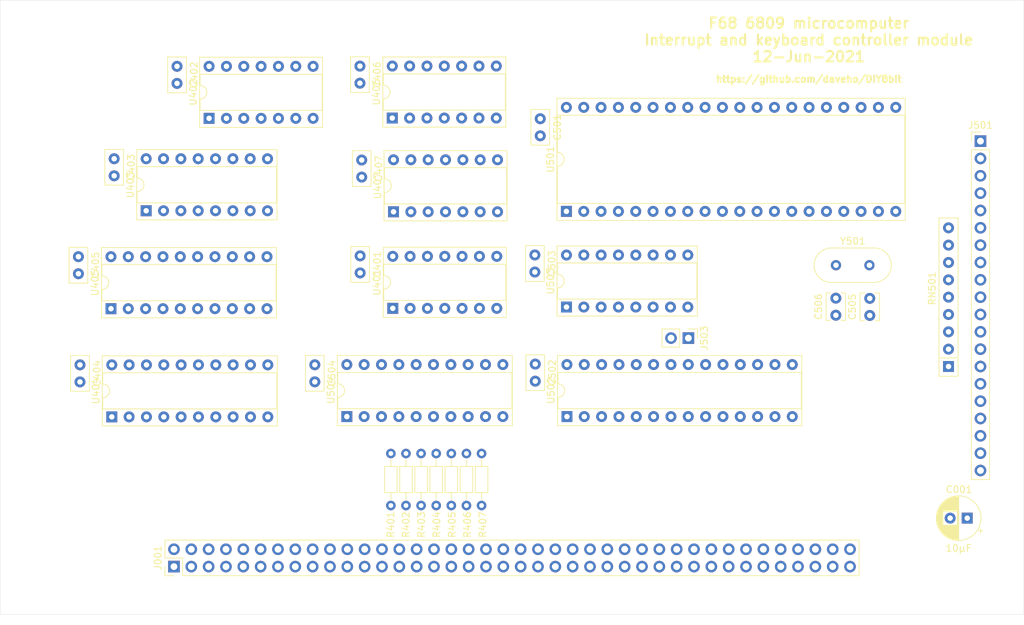
<source format=kicad_pcb>
(kicad_pcb (version 20171130) (host pcbnew 5.1.10-88a1d61d58~88~ubuntu20.04.1)

  (general
    (thickness 1.6002)
    (drawings 6)
    (tracks 0)
    (zones 0)
    (modules 39)
    (nets 159)
  )

  (page USLetter)
  (title_block
    (rev 1)
  )

  (layers
    (0 Front signal)
    (31 Back signal)
    (34 B.Paste user)
    (35 F.Paste user)
    (36 B.SilkS user)
    (37 F.SilkS user)
    (38 B.Mask user)
    (39 F.Mask user)
    (44 Edge.Cuts user)
    (45 Margin user)
    (46 B.CrtYd user)
    (47 F.CrtYd user)
    (49 F.Fab user)
  )

  (setup
    (last_trace_width 0.127)
    (user_trace_width 0.15)
    (user_trace_width 0.2)
    (user_trace_width 0.4)
    (user_trace_width 0.6)
    (trace_clearance 0.127)
    (zone_clearance 0.508)
    (zone_45_only no)
    (trace_min 0.127)
    (via_size 0.6)
    (via_drill 0.3)
    (via_min_size 0.6)
    (via_min_drill 0.3)
    (user_via 0.6 0.3)
    (user_via 0.9 0.4)
    (uvia_size 0.6858)
    (uvia_drill 0.3302)
    (uvias_allowed no)
    (uvia_min_size 0)
    (uvia_min_drill 0)
    (edge_width 0.0381)
    (segment_width 0.254)
    (pcb_text_width 0.3048)
    (pcb_text_size 1.524 1.524)
    (mod_edge_width 0.1524)
    (mod_text_size 0.8128 0.8128)
    (mod_text_width 0.1524)
    (pad_size 1.6 1.6)
    (pad_drill 0.8)
    (pad_to_mask_clearance 0)
    (aux_axis_origin 0 0)
    (visible_elements FEFFFF7F)
    (pcbplotparams
      (layerselection 0x010f0_ffffffff)
      (usegerberextensions false)
      (usegerberattributes false)
      (usegerberadvancedattributes false)
      (creategerberjobfile false)
      (excludeedgelayer true)
      (linewidth 0.152400)
      (plotframeref false)
      (viasonmask false)
      (mode 1)
      (useauxorigin false)
      (hpglpennumber 1)
      (hpglpenspeed 20)
      (hpglpendiameter 15.000000)
      (psnegative false)
      (psa4output false)
      (plotreference true)
      (plotvalue true)
      (plotinvisibletext false)
      (padsonsilk false)
      (subtractmaskfromsilk true)
      (outputformat 1)
      (mirror false)
      (drillshape 0)
      (scaleselection 1)
      (outputdirectory "./gerbers_cpu"))
  )

  (net 0 "")
  (net 1 VCC)
  (net 2 GND)
  (net 3 "Net-(J001-Pad1)")
  (net 4 "Net-(J001-Pad2)")
  (net 5 /~IRQ)
  (net 6 /D0)
  (net 7 /PC0)
  (net 8 /D1)
  (net 9 /PC1)
  (net 10 /D2)
  (net 11 /PC2)
  (net 12 /D3)
  (net 13 /PC3)
  (net 14 /D4)
  (net 15 /PC4)
  (net 16 /D5)
  (net 17 /PC5)
  (net 18 /D6)
  (net 19 /PC6)
  (net 20 /D7)
  (net 21 /PC7)
  (net 22 /A8)
  (net 23 /IRQ3)
  (net 24 /A9)
  (net 25 /~IRQ1~)
  (net 26 /A10)
  (net 27 /~IRQ2~)
  (net 28 /A11)
  (net 29 /~IRQ4~)
  (net 30 /A12)
  (net 31 /~IRQ5~)
  (net 32 /A13)
  (net 33 /IRQ6)
  (net 34 /A14)
  (net 35 /~IRQ7~)
  (net 36 /A15)
  (net 37 /TCOUNT2)
  (net 38 /A0)
  (net 39 "Net-(J001-Pad37)")
  (net 40 /A1)
  (net 41 "Net-(J001-Pad39)")
  (net 42 /A2)
  (net 43 /~IOR1~)
  (net 44 /A3)
  (net 45 /~IOR2~)
  (net 46 /A4)
  (net 47 /~IOR3~)
  (net 48 /A5)
  (net 49 /~IODEV0)
  (net 50 /A6)
  (net 51 /~IODEV1)
  (net 52 /A7)
  (net 53 /~IODEV2)
  (net 54 "Net-(J001-Pad52)")
  (net 55 /~IODEV3)
  (net 56 "Net-(J001-Pad54)")
  (net 57 /~IODEV4)
  (net 58 "Net-(J001-Pad56)")
  (net 59 /~IODEV5)
  (net 60 "Net-(J001-Pad58)")
  (net 61 /~IODEV6)
  (net 62 "Net-(J001-Pad60)")
  (net 63 /~IODEV7)
  (net 64 "Net-(J001-Pad62)")
  (net 65 /~IODEV8)
  (net 66 "Net-(J001-Pad64)")
  (net 67 /~IODEV9)
  (net 68 /R~W~)
  (net 69 /~IODEV10)
  (net 70 /~ROMEN~)
  (net 71 /~IODEV11)
  (net 72 /E)
  (net 73 /~IODEV12)
  (net 74 /~RMEM~)
  (net 75 /~IODEV13)
  (net 76 /~WMEM~)
  (net 77 /~IODEV14)
  (net 78 /~RST~)
  (net 79 /~IODEV15)
  (net 80 /RST)
  (net 81 "Net-(C505-Pad2)")
  (net 82 "Net-(C506-Pad2)")
  (net 83 /Keyboard/ROW5)
  (net 84 "Net-(J501-Pad2)")
  (net 85 /Keyboard/COL3)
  (net 86 "Net-(J501-Pad4)")
  (net 87 "Net-(J501-Pad5)")
  (net 88 /Keyboard/ROW0)
  (net 89 /Keyboard/COL4)
  (net 90 /Keyboard/ROW1)
  (net 91 /Keyboard/COL5)
  (net 92 /Keyboard/COL6)
  (net 93 /Keyboard/ROW3)
  (net 94 /Keyboard/ROW2)
  (net 95 /Keyboard/ROW4)
  (net 96 /Keyboard/COL2)
  (net 97 /Keyboard/COL1)
  (net 98 /Keyboard/ROW6)
  (net 99 /Keyboard/COL7)
  (net 100 /Keyboard/COL0)
  (net 101 /Keyboard/ROW7)
  (net 102 "Net-(J501-Pad20)")
  (net 103 /Keyboard/EF)
  (net 104 "Net-(U401-Pad6)")
  (net 105 /Interrupts/~IRQ3~)
  (net 106 /Interrupts/~IRQ6~)
  (net 107 "Net-(U401-Pad8)")
  (net 108 "Net-(U402-Pad1)")
  (net 109 "Net-(U402-Pad2)")
  (net 110 "Net-(U402-Pad9)")
  (net 111 "Net-(U402-Pad3)")
  (net 112 "Net-(U402-Pad10)")
  (net 113 "Net-(U402-Pad4)")
  (net 114 "Net-(U402-Pad11)")
  (net 115 "Net-(U402-Pad5)")
  (net 116 "Net-(U402-Pad13)")
  (net 117 "Net-(U403-Pad7)")
  (net 118 "Net-(U403-Pad14)")
  (net 119 "Net-(U403-Pad6)")
  (net 120 "Net-(U403-Pad9)")
  (net 121 "Net-(U405-Pad11)")
  (net 122 "Net-(U405-Pad12)")
  (net 123 "Net-(U405-Pad13)")
  (net 124 "Net-(U405-Pad14)")
  (net 125 "Net-(U405-Pad15)")
  (net 126 "Net-(U405-Pad16)")
  (net 127 "Net-(U405-Pad17)")
  (net 128 "Net-(U405-Pad18)")
  (net 129 "Net-(U405-Pad19)")
  (net 130 /Keyboard/SCDAT0)
  (net 131 /Keyboard/SCDAT1)
  (net 132 /Keyboard/SCDAT2)
  (net 133 /Keyboard/SCDAT3)
  (net 134 /Keyboard/SCDAT4)
  (net 135 /Keyboard/SCDAT5)
  (net 136 /Keyboard/SCDAT6)
  (net 137 /Keyboard/SCDAT7)
  (net 138 "Net-(U501-Pad29)")
  (net 139 "Net-(U501-Pad10)")
  (net 140 "Net-(U501-Pad30)")
  (net 141 "Net-(U501-Pad11)")
  (net 142 "Net-(U501-Pad12)")
  (net 143 "Net-(U501-Pad13)")
  (net 144 "Net-(U501-Pad14)")
  (net 145 "Net-(U501-Pad15)")
  (net 146 /Keyboard/~FIFO_WR)
  (net 147 /Keyboard/~FIFO_CLR)
  (net 148 /Keyboard/~RD_DATA)
  (net 149 "Net-(U502-Pad20)")
  (net 150 /Keyboard/FF)
  (net 151 "Net-(U502-Pad13)")
  (net 152 "Net-(U503-Pad9)")
  (net 153 "Net-(U503-Pad10)")
  (net 154 "Net-(U503-Pad11)")
  (net 155 "Net-(U503-Pad12)")
  (net 156 "Net-(U503-Pad13)")
  (net 157 /Keyboard/~RD_CTRL)
  (net 158 "Net-(U503-Pad7)")

  (net_class Default "This is the default net class."
    (clearance 0.127)
    (trace_width 0.127)
    (via_dia 0.6)
    (via_drill 0.3)
    (uvia_dia 0.6858)
    (uvia_drill 0.3302)
    (diff_pair_width 0.1524)
    (diff_pair_gap 0.254)
    (add_net /A0)
    (add_net /A1)
    (add_net /A10)
    (add_net /A11)
    (add_net /A12)
    (add_net /A13)
    (add_net /A14)
    (add_net /A15)
    (add_net /A2)
    (add_net /A3)
    (add_net /A4)
    (add_net /A5)
    (add_net /A6)
    (add_net /A7)
    (add_net /A8)
    (add_net /A9)
    (add_net /D0)
    (add_net /D1)
    (add_net /D2)
    (add_net /D3)
    (add_net /D4)
    (add_net /D5)
    (add_net /D6)
    (add_net /D7)
    (add_net /E)
    (add_net /IRQ3)
    (add_net /IRQ6)
    (add_net /Interrupts/~IRQ3~)
    (add_net /Interrupts/~IRQ6~)
    (add_net /Keyboard/COL0)
    (add_net /Keyboard/COL1)
    (add_net /Keyboard/COL2)
    (add_net /Keyboard/COL3)
    (add_net /Keyboard/COL4)
    (add_net /Keyboard/COL5)
    (add_net /Keyboard/COL6)
    (add_net /Keyboard/COL7)
    (add_net /Keyboard/EF)
    (add_net /Keyboard/FF)
    (add_net /Keyboard/ROW0)
    (add_net /Keyboard/ROW1)
    (add_net /Keyboard/ROW2)
    (add_net /Keyboard/ROW3)
    (add_net /Keyboard/ROW4)
    (add_net /Keyboard/ROW5)
    (add_net /Keyboard/ROW6)
    (add_net /Keyboard/ROW7)
    (add_net /Keyboard/SCDAT0)
    (add_net /Keyboard/SCDAT1)
    (add_net /Keyboard/SCDAT2)
    (add_net /Keyboard/SCDAT3)
    (add_net /Keyboard/SCDAT4)
    (add_net /Keyboard/SCDAT5)
    (add_net /Keyboard/SCDAT6)
    (add_net /Keyboard/SCDAT7)
    (add_net /Keyboard/~FIFO_CLR)
    (add_net /Keyboard/~FIFO_WR)
    (add_net /Keyboard/~RD_CTRL)
    (add_net /Keyboard/~RD_DATA)
    (add_net /PC0)
    (add_net /PC1)
    (add_net /PC2)
    (add_net /PC3)
    (add_net /PC4)
    (add_net /PC5)
    (add_net /PC6)
    (add_net /PC7)
    (add_net /RST)
    (add_net /R~W~)
    (add_net /TCOUNT2)
    (add_net /~IODEV0)
    (add_net /~IODEV1)
    (add_net /~IODEV10)
    (add_net /~IODEV11)
    (add_net /~IODEV12)
    (add_net /~IODEV13)
    (add_net /~IODEV14)
    (add_net /~IODEV15)
    (add_net /~IODEV2)
    (add_net /~IODEV3)
    (add_net /~IODEV4)
    (add_net /~IODEV5)
    (add_net /~IODEV6)
    (add_net /~IODEV7)
    (add_net /~IODEV8)
    (add_net /~IODEV9)
    (add_net /~IOR1~)
    (add_net /~IOR2~)
    (add_net /~IOR3~)
    (add_net /~IRQ)
    (add_net /~IRQ1~)
    (add_net /~IRQ2~)
    (add_net /~IRQ4~)
    (add_net /~IRQ5~)
    (add_net /~IRQ7~)
    (add_net /~RMEM~)
    (add_net /~ROMEN~)
    (add_net /~RST~)
    (add_net /~WMEM~)
    (add_net GND)
    (add_net "Net-(C505-Pad2)")
    (add_net "Net-(C506-Pad2)")
    (add_net "Net-(J001-Pad1)")
    (add_net "Net-(J001-Pad2)")
    (add_net "Net-(J001-Pad37)")
    (add_net "Net-(J001-Pad39)")
    (add_net "Net-(J001-Pad52)")
    (add_net "Net-(J001-Pad54)")
    (add_net "Net-(J001-Pad56)")
    (add_net "Net-(J001-Pad58)")
    (add_net "Net-(J001-Pad60)")
    (add_net "Net-(J001-Pad62)")
    (add_net "Net-(J001-Pad64)")
    (add_net "Net-(J501-Pad2)")
    (add_net "Net-(J501-Pad20)")
    (add_net "Net-(J501-Pad4)")
    (add_net "Net-(J501-Pad5)")
    (add_net "Net-(U401-Pad6)")
    (add_net "Net-(U401-Pad8)")
    (add_net "Net-(U402-Pad1)")
    (add_net "Net-(U402-Pad10)")
    (add_net "Net-(U402-Pad11)")
    (add_net "Net-(U402-Pad13)")
    (add_net "Net-(U402-Pad2)")
    (add_net "Net-(U402-Pad3)")
    (add_net "Net-(U402-Pad4)")
    (add_net "Net-(U402-Pad5)")
    (add_net "Net-(U402-Pad9)")
    (add_net "Net-(U403-Pad14)")
    (add_net "Net-(U403-Pad6)")
    (add_net "Net-(U403-Pad7)")
    (add_net "Net-(U403-Pad9)")
    (add_net "Net-(U405-Pad11)")
    (add_net "Net-(U405-Pad12)")
    (add_net "Net-(U405-Pad13)")
    (add_net "Net-(U405-Pad14)")
    (add_net "Net-(U405-Pad15)")
    (add_net "Net-(U405-Pad16)")
    (add_net "Net-(U405-Pad17)")
    (add_net "Net-(U405-Pad18)")
    (add_net "Net-(U405-Pad19)")
    (add_net "Net-(U501-Pad10)")
    (add_net "Net-(U501-Pad11)")
    (add_net "Net-(U501-Pad12)")
    (add_net "Net-(U501-Pad13)")
    (add_net "Net-(U501-Pad14)")
    (add_net "Net-(U501-Pad15)")
    (add_net "Net-(U501-Pad29)")
    (add_net "Net-(U501-Pad30)")
    (add_net "Net-(U502-Pad13)")
    (add_net "Net-(U502-Pad20)")
    (add_net "Net-(U503-Pad10)")
    (add_net "Net-(U503-Pad11)")
    (add_net "Net-(U503-Pad12)")
    (add_net "Net-(U503-Pad13)")
    (add_net "Net-(U503-Pad7)")
    (add_net "Net-(U503-Pad9)")
    (add_net VCC)
  )

  (module Connector_PinHeader_2.54mm:PinHeader_2x40_P2.54mm_Vertical (layer Front) (tedit 59FED5CC) (tstamp 60C3A95F)
    (at 25.47 83 90)
    (descr "Through hole straight pin header, 2x40, 2.54mm pitch, double rows")
    (tags "Through hole pin header THT 2x40 2.54mm double row")
    (path /610D736D)
    (fp_text reference J001 (at 1.27 -2.33 90) (layer F.SilkS)
      (effects (font (size 1 1) (thickness 0.15)))
    )
    (fp_text value Conn_02x40_Odd_Even (at 1.27 101.39 90) (layer F.Fab)
      (effects (font (size 1 1) (thickness 0.15)))
    )
    (fp_line (start 0 -1.27) (end 3.81 -1.27) (layer F.Fab) (width 0.1))
    (fp_line (start 3.81 -1.27) (end 3.81 100.33) (layer F.Fab) (width 0.1))
    (fp_line (start 3.81 100.33) (end -1.27 100.33) (layer F.Fab) (width 0.1))
    (fp_line (start -1.27 100.33) (end -1.27 0) (layer F.Fab) (width 0.1))
    (fp_line (start -1.27 0) (end 0 -1.27) (layer F.Fab) (width 0.1))
    (fp_line (start -1.33 100.39) (end 3.87 100.39) (layer F.SilkS) (width 0.12))
    (fp_line (start -1.33 1.27) (end -1.33 100.39) (layer F.SilkS) (width 0.12))
    (fp_line (start 3.87 -1.33) (end 3.87 100.39) (layer F.SilkS) (width 0.12))
    (fp_line (start -1.33 1.27) (end 1.27 1.27) (layer F.SilkS) (width 0.12))
    (fp_line (start 1.27 1.27) (end 1.27 -1.33) (layer F.SilkS) (width 0.12))
    (fp_line (start 1.27 -1.33) (end 3.87 -1.33) (layer F.SilkS) (width 0.12))
    (fp_line (start -1.33 0) (end -1.33 -1.33) (layer F.SilkS) (width 0.12))
    (fp_line (start -1.33 -1.33) (end 0 -1.33) (layer F.SilkS) (width 0.12))
    (fp_line (start -1.8 -1.8) (end -1.8 100.85) (layer F.CrtYd) (width 0.05))
    (fp_line (start -1.8 100.85) (end 4.35 100.85) (layer F.CrtYd) (width 0.05))
    (fp_line (start 4.35 100.85) (end 4.35 -1.8) (layer F.CrtYd) (width 0.05))
    (fp_line (start 4.35 -1.8) (end -1.8 -1.8) (layer F.CrtYd) (width 0.05))
    (fp_text user %R (at 1.27 49.53) (layer F.Fab)
      (effects (font (size 1 1) (thickness 0.15)))
    )
    (pad 1 thru_hole rect (at 0 0 90) (size 1.7 1.7) (drill 1) (layers *.Cu *.Mask)
      (net 3 "Net-(J001-Pad1)"))
    (pad 2 thru_hole oval (at 2.54 0 90) (size 1.7 1.7) (drill 1) (layers *.Cu *.Mask)
      (net 4 "Net-(J001-Pad2)"))
    (pad 3 thru_hole oval (at 0 2.54 90) (size 1.7 1.7) (drill 1) (layers *.Cu *.Mask)
      (net 5 /~IRQ))
    (pad 4 thru_hole oval (at 2.54 2.54 90) (size 1.7 1.7) (drill 1) (layers *.Cu *.Mask)
      (net 6 /D0))
    (pad 5 thru_hole oval (at 0 5.08 90) (size 1.7 1.7) (drill 1) (layers *.Cu *.Mask)
      (net 7 /PC0))
    (pad 6 thru_hole oval (at 2.54 5.08 90) (size 1.7 1.7) (drill 1) (layers *.Cu *.Mask)
      (net 8 /D1))
    (pad 7 thru_hole oval (at 0 7.62 90) (size 1.7 1.7) (drill 1) (layers *.Cu *.Mask)
      (net 9 /PC1))
    (pad 8 thru_hole oval (at 2.54 7.62 90) (size 1.7 1.7) (drill 1) (layers *.Cu *.Mask)
      (net 10 /D2))
    (pad 9 thru_hole oval (at 0 10.16 90) (size 1.7 1.7) (drill 1) (layers *.Cu *.Mask)
      (net 11 /PC2))
    (pad 10 thru_hole oval (at 2.54 10.16 90) (size 1.7 1.7) (drill 1) (layers *.Cu *.Mask)
      (net 12 /D3))
    (pad 11 thru_hole oval (at 0 12.7 90) (size 1.7 1.7) (drill 1) (layers *.Cu *.Mask)
      (net 13 /PC3))
    (pad 12 thru_hole oval (at 2.54 12.7 90) (size 1.7 1.7) (drill 1) (layers *.Cu *.Mask)
      (net 14 /D4))
    (pad 13 thru_hole oval (at 0 15.24 90) (size 1.7 1.7) (drill 1) (layers *.Cu *.Mask)
      (net 15 /PC4))
    (pad 14 thru_hole oval (at 2.54 15.24 90) (size 1.7 1.7) (drill 1) (layers *.Cu *.Mask)
      (net 16 /D5))
    (pad 15 thru_hole oval (at 0 17.78 90) (size 1.7 1.7) (drill 1) (layers *.Cu *.Mask)
      (net 17 /PC5))
    (pad 16 thru_hole oval (at 2.54 17.78 90) (size 1.7 1.7) (drill 1) (layers *.Cu *.Mask)
      (net 18 /D6))
    (pad 17 thru_hole oval (at 0 20.32 90) (size 1.7 1.7) (drill 1) (layers *.Cu *.Mask)
      (net 19 /PC6))
    (pad 18 thru_hole oval (at 2.54 20.32 90) (size 1.7 1.7) (drill 1) (layers *.Cu *.Mask)
      (net 20 /D7))
    (pad 19 thru_hole oval (at 0 22.86 90) (size 1.7 1.7) (drill 1) (layers *.Cu *.Mask)
      (net 21 /PC7))
    (pad 20 thru_hole oval (at 2.54 22.86 90) (size 1.7 1.7) (drill 1) (layers *.Cu *.Mask)
      (net 22 /A8))
    (pad 21 thru_hole oval (at 0 25.4 90) (size 1.7 1.7) (drill 1) (layers *.Cu *.Mask)
      (net 23 /IRQ3))
    (pad 22 thru_hole oval (at 2.54 25.4 90) (size 1.7 1.7) (drill 1) (layers *.Cu *.Mask)
      (net 24 /A9))
    (pad 23 thru_hole oval (at 0 27.94 90) (size 1.7 1.7) (drill 1) (layers *.Cu *.Mask)
      (net 25 /~IRQ1~))
    (pad 24 thru_hole oval (at 2.54 27.94 90) (size 1.7 1.7) (drill 1) (layers *.Cu *.Mask)
      (net 26 /A10))
    (pad 25 thru_hole oval (at 0 30.48 90) (size 1.7 1.7) (drill 1) (layers *.Cu *.Mask)
      (net 27 /~IRQ2~))
    (pad 26 thru_hole oval (at 2.54 30.48 90) (size 1.7 1.7) (drill 1) (layers *.Cu *.Mask)
      (net 28 /A11))
    (pad 27 thru_hole oval (at 0 33.02 90) (size 1.7 1.7) (drill 1) (layers *.Cu *.Mask)
      (net 29 /~IRQ4~))
    (pad 28 thru_hole oval (at 2.54 33.02 90) (size 1.7 1.7) (drill 1) (layers *.Cu *.Mask)
      (net 30 /A12))
    (pad 29 thru_hole oval (at 0 35.56 90) (size 1.7 1.7) (drill 1) (layers *.Cu *.Mask)
      (net 31 /~IRQ5~))
    (pad 30 thru_hole oval (at 2.54 35.56 90) (size 1.7 1.7) (drill 1) (layers *.Cu *.Mask)
      (net 32 /A13))
    (pad 31 thru_hole oval (at 0 38.1 90) (size 1.7 1.7) (drill 1) (layers *.Cu *.Mask)
      (net 33 /IRQ6))
    (pad 32 thru_hole oval (at 2.54 38.1 90) (size 1.7 1.7) (drill 1) (layers *.Cu *.Mask)
      (net 34 /A14))
    (pad 33 thru_hole oval (at 0 40.64 90) (size 1.7 1.7) (drill 1) (layers *.Cu *.Mask)
      (net 35 /~IRQ7~))
    (pad 34 thru_hole oval (at 2.54 40.64 90) (size 1.7 1.7) (drill 1) (layers *.Cu *.Mask)
      (net 36 /A15))
    (pad 35 thru_hole oval (at 0 43.18 90) (size 1.7 1.7) (drill 1) (layers *.Cu *.Mask)
      (net 37 /TCOUNT2))
    (pad 36 thru_hole oval (at 2.54 43.18 90) (size 1.7 1.7) (drill 1) (layers *.Cu *.Mask)
      (net 38 /A0))
    (pad 37 thru_hole oval (at 0 45.72 90) (size 1.7 1.7) (drill 1) (layers *.Cu *.Mask)
      (net 39 "Net-(J001-Pad37)"))
    (pad 38 thru_hole oval (at 2.54 45.72 90) (size 1.7 1.7) (drill 1) (layers *.Cu *.Mask)
      (net 40 /A1))
    (pad 39 thru_hole oval (at 0 48.26 90) (size 1.7 1.7) (drill 1) (layers *.Cu *.Mask)
      (net 41 "Net-(J001-Pad39)"))
    (pad 40 thru_hole oval (at 2.54 48.26 90) (size 1.7 1.7) (drill 1) (layers *.Cu *.Mask)
      (net 42 /A2))
    (pad 41 thru_hole oval (at 0 50.8 90) (size 1.7 1.7) (drill 1) (layers *.Cu *.Mask)
      (net 43 /~IOR1~))
    (pad 42 thru_hole oval (at 2.54 50.8 90) (size 1.7 1.7) (drill 1) (layers *.Cu *.Mask)
      (net 44 /A3))
    (pad 43 thru_hole oval (at 0 53.34 90) (size 1.7 1.7) (drill 1) (layers *.Cu *.Mask)
      (net 45 /~IOR2~))
    (pad 44 thru_hole oval (at 2.54 53.34 90) (size 1.7 1.7) (drill 1) (layers *.Cu *.Mask)
      (net 46 /A4))
    (pad 45 thru_hole oval (at 0 55.88 90) (size 1.7 1.7) (drill 1) (layers *.Cu *.Mask)
      (net 47 /~IOR3~))
    (pad 46 thru_hole oval (at 2.54 55.88 90) (size 1.7 1.7) (drill 1) (layers *.Cu *.Mask)
      (net 48 /A5))
    (pad 47 thru_hole oval (at 0 58.42 90) (size 1.7 1.7) (drill 1) (layers *.Cu *.Mask)
      (net 49 /~IODEV0))
    (pad 48 thru_hole oval (at 2.54 58.42 90) (size 1.7 1.7) (drill 1) (layers *.Cu *.Mask)
      (net 50 /A6))
    (pad 49 thru_hole oval (at 0 60.96 90) (size 1.7 1.7) (drill 1) (layers *.Cu *.Mask)
      (net 51 /~IODEV1))
    (pad 50 thru_hole oval (at 2.54 60.96 90) (size 1.7 1.7) (drill 1) (layers *.Cu *.Mask)
      (net 52 /A7))
    (pad 51 thru_hole oval (at 0 63.5 90) (size 1.7 1.7) (drill 1) (layers *.Cu *.Mask)
      (net 53 /~IODEV2))
    (pad 52 thru_hole oval (at 2.54 63.5 90) (size 1.7 1.7) (drill 1) (layers *.Cu *.Mask)
      (net 54 "Net-(J001-Pad52)"))
    (pad 53 thru_hole oval (at 0 66.04 90) (size 1.7 1.7) (drill 1) (layers *.Cu *.Mask)
      (net 55 /~IODEV3))
    (pad 54 thru_hole oval (at 2.54 66.04 90) (size 1.7 1.7) (drill 1) (layers *.Cu *.Mask)
      (net 56 "Net-(J001-Pad54)"))
    (pad 55 thru_hole oval (at 0 68.58 90) (size 1.7 1.7) (drill 1) (layers *.Cu *.Mask)
      (net 57 /~IODEV4))
    (pad 56 thru_hole oval (at 2.54 68.58 90) (size 1.7 1.7) (drill 1) (layers *.Cu *.Mask)
      (net 58 "Net-(J001-Pad56)"))
    (pad 57 thru_hole oval (at 0 71.12 90) (size 1.7 1.7) (drill 1) (layers *.Cu *.Mask)
      (net 59 /~IODEV5))
    (pad 58 thru_hole oval (at 2.54 71.12 90) (size 1.7 1.7) (drill 1) (layers *.Cu *.Mask)
      (net 60 "Net-(J001-Pad58)"))
    (pad 59 thru_hole oval (at 0 73.66 90) (size 1.7 1.7) (drill 1) (layers *.Cu *.Mask)
      (net 61 /~IODEV6))
    (pad 60 thru_hole oval (at 2.54 73.66 90) (size 1.7 1.7) (drill 1) (layers *.Cu *.Mask)
      (net 62 "Net-(J001-Pad60)"))
    (pad 61 thru_hole oval (at 0 76.2 90) (size 1.7 1.7) (drill 1) (layers *.Cu *.Mask)
      (net 63 /~IODEV7))
    (pad 62 thru_hole oval (at 2.54 76.2 90) (size 1.7 1.7) (drill 1) (layers *.Cu *.Mask)
      (net 64 "Net-(J001-Pad62)"))
    (pad 63 thru_hole oval (at 0 78.74 90) (size 1.7 1.7) (drill 1) (layers *.Cu *.Mask)
      (net 65 /~IODEV8))
    (pad 64 thru_hole oval (at 2.54 78.74 90) (size 1.7 1.7) (drill 1) (layers *.Cu *.Mask)
      (net 66 "Net-(J001-Pad64)"))
    (pad 65 thru_hole oval (at 0 81.28 90) (size 1.7 1.7) (drill 1) (layers *.Cu *.Mask)
      (net 67 /~IODEV9))
    (pad 66 thru_hole oval (at 2.54 81.28 90) (size 1.7 1.7) (drill 1) (layers *.Cu *.Mask)
      (net 68 /R~W~))
    (pad 67 thru_hole oval (at 0 83.82 90) (size 1.7 1.7) (drill 1) (layers *.Cu *.Mask)
      (net 69 /~IODEV10))
    (pad 68 thru_hole oval (at 2.54 83.82 90) (size 1.7 1.7) (drill 1) (layers *.Cu *.Mask)
      (net 70 /~ROMEN~))
    (pad 69 thru_hole oval (at 0 86.36 90) (size 1.7 1.7) (drill 1) (layers *.Cu *.Mask)
      (net 71 /~IODEV11))
    (pad 70 thru_hole oval (at 2.54 86.36 90) (size 1.7 1.7) (drill 1) (layers *.Cu *.Mask)
      (net 72 /E))
    (pad 71 thru_hole oval (at 0 88.9 90) (size 1.7 1.7) (drill 1) (layers *.Cu *.Mask)
      (net 73 /~IODEV12))
    (pad 72 thru_hole oval (at 2.54 88.9 90) (size 1.7 1.7) (drill 1) (layers *.Cu *.Mask)
      (net 74 /~RMEM~))
    (pad 73 thru_hole oval (at 0 91.44 90) (size 1.7 1.7) (drill 1) (layers *.Cu *.Mask)
      (net 75 /~IODEV13))
    (pad 74 thru_hole oval (at 2.54 91.44 90) (size 1.7 1.7) (drill 1) (layers *.Cu *.Mask)
      (net 76 /~WMEM~))
    (pad 75 thru_hole oval (at 0 93.98 90) (size 1.7 1.7) (drill 1) (layers *.Cu *.Mask)
      (net 77 /~IODEV14))
    (pad 76 thru_hole oval (at 2.54 93.98 90) (size 1.7 1.7) (drill 1) (layers *.Cu *.Mask)
      (net 78 /~RST~))
    (pad 77 thru_hole oval (at 0 96.52 90) (size 1.7 1.7) (drill 1) (layers *.Cu *.Mask)
      (net 79 /~IODEV15))
    (pad 78 thru_hole oval (at 2.54 96.52 90) (size 1.7 1.7) (drill 1) (layers *.Cu *.Mask)
      (net 80 /RST))
    (pad 79 thru_hole oval (at 0 99.06 90) (size 1.7 1.7) (drill 1) (layers *.Cu *.Mask)
      (net 2 GND))
    (pad 80 thru_hole oval (at 2.54 99.06 90) (size 1.7 1.7) (drill 1) (layers *.Cu *.Mask)
      (net 1 VCC))
    (model ${KISYS3DMOD}/Connector_PinHeader_2.54mm.3dshapes/PinHeader_2x40_P2.54mm_Vertical.wrl
      (at (xyz 0 0 0))
      (scale (xyz 1 1 1))
      (rotate (xyz 0 0 0))
    )
  )

  (module MountingHole:MountingHole_3.2mm_M3 (layer Front) (tedit 56D1B4CB) (tstamp 60A6EAA3)
    (at 18.4 86.5)
    (descr "Mounting Hole 3.2mm, no annular, M3")
    (tags "mounting hole 3.2mm no annular m3")
    (attr virtual)
    (fp_text reference REF** (at 0 -4.2) (layer F.Fab)
      (effects (font (size 1 1) (thickness 0.15)))
    )
    (fp_text value MountingHole_3.2mm_M3 (at 0 4.2) (layer F.Fab)
      (effects (font (size 1 1) (thickness 0.15)))
    )
    (fp_circle (center 0 0) (end 3.2 0) (layer Cmts.User) (width 0.15))
    (fp_circle (center 0 0) (end 3.45 0) (layer F.CrtYd) (width 0.05))
    (fp_text user %R (at 0.3 0) (layer F.Fab)
      (effects (font (size 1 1) (thickness 0.15)))
    )
    (pad 1 np_thru_hole circle (at 0 0) (size 3.2 3.2) (drill 3.2) (layers *.Cu *.Mask))
  )

  (module MountingHole:MountingHole_3.2mm_M3 (layer Front) (tedit 56D1B4CB) (tstamp 60A6E547)
    (at 131.6 86.5)
    (descr "Mounting Hole 3.2mm, no annular, M3")
    (tags "mounting hole 3.2mm no annular m3")
    (attr virtual)
    (fp_text reference REF** (at 0 -4.2) (layer F.Fab)
      (effects (font (size 1 1) (thickness 0.15)))
    )
    (fp_text value MountingHole_3.2mm_M3 (at 0 4.2) (layer F.Fab)
      (effects (font (size 1 1) (thickness 0.15)))
    )
    (fp_circle (center 0 0) (end 3.2 0) (layer Cmts.User) (width 0.15))
    (fp_circle (center 0 0) (end 3.45 0) (layer F.CrtYd) (width 0.05))
    (fp_text user %R (at 0.3 0) (layer F.Fab)
      (effects (font (size 1 1) (thickness 0.15)))
    )
    (pad 1 np_thru_hole circle (at 0 0) (size 3.2 3.2) (drill 3.2) (layers *.Cu *.Mask))
  )

  (module Capacitor_THT:CP_Radial_D6.3mm_P2.50mm (layer Front) (tedit 5AE50EF0) (tstamp 60C39D19)
    (at 141.7 75.9 180)
    (descr "CP, Radial series, Radial, pin pitch=2.50mm, , diameter=6.3mm, Electrolytic Capacitor")
    (tags "CP Radial series Radial pin pitch 2.50mm  diameter 6.3mm Electrolytic Capacitor")
    (path /619F2ECE)
    (fp_text reference C001 (at 1.2 4.2) (layer F.SilkS)
      (effects (font (size 1 1) (thickness 0.15)))
    )
    (fp_text value 10μF (at 1.25 -4.4) (layer F.SilkS)
      (effects (font (size 1 1) (thickness 0.15)))
    )
    (fp_circle (center 1.25 0) (end 4.4 0) (layer F.Fab) (width 0.1))
    (fp_circle (center 1.25 0) (end 4.52 0) (layer F.SilkS) (width 0.12))
    (fp_circle (center 1.25 0) (end 4.65 0) (layer F.CrtYd) (width 0.05))
    (fp_line (start -1.443972 -1.3735) (end -0.813972 -1.3735) (layer F.Fab) (width 0.1))
    (fp_line (start -1.128972 -1.6885) (end -1.128972 -1.0585) (layer F.Fab) (width 0.1))
    (fp_line (start 1.25 -3.23) (end 1.25 3.23) (layer F.SilkS) (width 0.12))
    (fp_line (start 1.29 -3.23) (end 1.29 3.23) (layer F.SilkS) (width 0.12))
    (fp_line (start 1.33 -3.23) (end 1.33 3.23) (layer F.SilkS) (width 0.12))
    (fp_line (start 1.37 -3.228) (end 1.37 3.228) (layer F.SilkS) (width 0.12))
    (fp_line (start 1.41 -3.227) (end 1.41 3.227) (layer F.SilkS) (width 0.12))
    (fp_line (start 1.45 -3.224) (end 1.45 3.224) (layer F.SilkS) (width 0.12))
    (fp_line (start 1.49 -3.222) (end 1.49 -1.04) (layer F.SilkS) (width 0.12))
    (fp_line (start 1.49 1.04) (end 1.49 3.222) (layer F.SilkS) (width 0.12))
    (fp_line (start 1.53 -3.218) (end 1.53 -1.04) (layer F.SilkS) (width 0.12))
    (fp_line (start 1.53 1.04) (end 1.53 3.218) (layer F.SilkS) (width 0.12))
    (fp_line (start 1.57 -3.215) (end 1.57 -1.04) (layer F.SilkS) (width 0.12))
    (fp_line (start 1.57 1.04) (end 1.57 3.215) (layer F.SilkS) (width 0.12))
    (fp_line (start 1.61 -3.211) (end 1.61 -1.04) (layer F.SilkS) (width 0.12))
    (fp_line (start 1.61 1.04) (end 1.61 3.211) (layer F.SilkS) (width 0.12))
    (fp_line (start 1.65 -3.206) (end 1.65 -1.04) (layer F.SilkS) (width 0.12))
    (fp_line (start 1.65 1.04) (end 1.65 3.206) (layer F.SilkS) (width 0.12))
    (fp_line (start 1.69 -3.201) (end 1.69 -1.04) (layer F.SilkS) (width 0.12))
    (fp_line (start 1.69 1.04) (end 1.69 3.201) (layer F.SilkS) (width 0.12))
    (fp_line (start 1.73 -3.195) (end 1.73 -1.04) (layer F.SilkS) (width 0.12))
    (fp_line (start 1.73 1.04) (end 1.73 3.195) (layer F.SilkS) (width 0.12))
    (fp_line (start 1.77 -3.189) (end 1.77 -1.04) (layer F.SilkS) (width 0.12))
    (fp_line (start 1.77 1.04) (end 1.77 3.189) (layer F.SilkS) (width 0.12))
    (fp_line (start 1.81 -3.182) (end 1.81 -1.04) (layer F.SilkS) (width 0.12))
    (fp_line (start 1.81 1.04) (end 1.81 3.182) (layer F.SilkS) (width 0.12))
    (fp_line (start 1.85 -3.175) (end 1.85 -1.04) (layer F.SilkS) (width 0.12))
    (fp_line (start 1.85 1.04) (end 1.85 3.175) (layer F.SilkS) (width 0.12))
    (fp_line (start 1.89 -3.167) (end 1.89 -1.04) (layer F.SilkS) (width 0.12))
    (fp_line (start 1.89 1.04) (end 1.89 3.167) (layer F.SilkS) (width 0.12))
    (fp_line (start 1.93 -3.159) (end 1.93 -1.04) (layer F.SilkS) (width 0.12))
    (fp_line (start 1.93 1.04) (end 1.93 3.159) (layer F.SilkS) (width 0.12))
    (fp_line (start 1.971 -3.15) (end 1.971 -1.04) (layer F.SilkS) (width 0.12))
    (fp_line (start 1.971 1.04) (end 1.971 3.15) (layer F.SilkS) (width 0.12))
    (fp_line (start 2.011 -3.141) (end 2.011 -1.04) (layer F.SilkS) (width 0.12))
    (fp_line (start 2.011 1.04) (end 2.011 3.141) (layer F.SilkS) (width 0.12))
    (fp_line (start 2.051 -3.131) (end 2.051 -1.04) (layer F.SilkS) (width 0.12))
    (fp_line (start 2.051 1.04) (end 2.051 3.131) (layer F.SilkS) (width 0.12))
    (fp_line (start 2.091 -3.121) (end 2.091 -1.04) (layer F.SilkS) (width 0.12))
    (fp_line (start 2.091 1.04) (end 2.091 3.121) (layer F.SilkS) (width 0.12))
    (fp_line (start 2.131 -3.11) (end 2.131 -1.04) (layer F.SilkS) (width 0.12))
    (fp_line (start 2.131 1.04) (end 2.131 3.11) (layer F.SilkS) (width 0.12))
    (fp_line (start 2.171 -3.098) (end 2.171 -1.04) (layer F.SilkS) (width 0.12))
    (fp_line (start 2.171 1.04) (end 2.171 3.098) (layer F.SilkS) (width 0.12))
    (fp_line (start 2.211 -3.086) (end 2.211 -1.04) (layer F.SilkS) (width 0.12))
    (fp_line (start 2.211 1.04) (end 2.211 3.086) (layer F.SilkS) (width 0.12))
    (fp_line (start 2.251 -3.074) (end 2.251 -1.04) (layer F.SilkS) (width 0.12))
    (fp_line (start 2.251 1.04) (end 2.251 3.074) (layer F.SilkS) (width 0.12))
    (fp_line (start 2.291 -3.061) (end 2.291 -1.04) (layer F.SilkS) (width 0.12))
    (fp_line (start 2.291 1.04) (end 2.291 3.061) (layer F.SilkS) (width 0.12))
    (fp_line (start 2.331 -3.047) (end 2.331 -1.04) (layer F.SilkS) (width 0.12))
    (fp_line (start 2.331 1.04) (end 2.331 3.047) (layer F.SilkS) (width 0.12))
    (fp_line (start 2.371 -3.033) (end 2.371 -1.04) (layer F.SilkS) (width 0.12))
    (fp_line (start 2.371 1.04) (end 2.371 3.033) (layer F.SilkS) (width 0.12))
    (fp_line (start 2.411 -3.018) (end 2.411 -1.04) (layer F.SilkS) (width 0.12))
    (fp_line (start 2.411 1.04) (end 2.411 3.018) (layer F.SilkS) (width 0.12))
    (fp_line (start 2.451 -3.002) (end 2.451 -1.04) (layer F.SilkS) (width 0.12))
    (fp_line (start 2.451 1.04) (end 2.451 3.002) (layer F.SilkS) (width 0.12))
    (fp_line (start 2.491 -2.986) (end 2.491 -1.04) (layer F.SilkS) (width 0.12))
    (fp_line (start 2.491 1.04) (end 2.491 2.986) (layer F.SilkS) (width 0.12))
    (fp_line (start 2.531 -2.97) (end 2.531 -1.04) (layer F.SilkS) (width 0.12))
    (fp_line (start 2.531 1.04) (end 2.531 2.97) (layer F.SilkS) (width 0.12))
    (fp_line (start 2.571 -2.952) (end 2.571 -1.04) (layer F.SilkS) (width 0.12))
    (fp_line (start 2.571 1.04) (end 2.571 2.952) (layer F.SilkS) (width 0.12))
    (fp_line (start 2.611 -2.934) (end 2.611 -1.04) (layer F.SilkS) (width 0.12))
    (fp_line (start 2.611 1.04) (end 2.611 2.934) (layer F.SilkS) (width 0.12))
    (fp_line (start 2.651 -2.916) (end 2.651 -1.04) (layer F.SilkS) (width 0.12))
    (fp_line (start 2.651 1.04) (end 2.651 2.916) (layer F.SilkS) (width 0.12))
    (fp_line (start 2.691 -2.896) (end 2.691 -1.04) (layer F.SilkS) (width 0.12))
    (fp_line (start 2.691 1.04) (end 2.691 2.896) (layer F.SilkS) (width 0.12))
    (fp_line (start 2.731 -2.876) (end 2.731 -1.04) (layer F.SilkS) (width 0.12))
    (fp_line (start 2.731 1.04) (end 2.731 2.876) (layer F.SilkS) (width 0.12))
    (fp_line (start 2.771 -2.856) (end 2.771 -1.04) (layer F.SilkS) (width 0.12))
    (fp_line (start 2.771 1.04) (end 2.771 2.856) (layer F.SilkS) (width 0.12))
    (fp_line (start 2.811 -2.834) (end 2.811 -1.04) (layer F.SilkS) (width 0.12))
    (fp_line (start 2.811 1.04) (end 2.811 2.834) (layer F.SilkS) (width 0.12))
    (fp_line (start 2.851 -2.812) (end 2.851 -1.04) (layer F.SilkS) (width 0.12))
    (fp_line (start 2.851 1.04) (end 2.851 2.812) (layer F.SilkS) (width 0.12))
    (fp_line (start 2.891 -2.79) (end 2.891 -1.04) (layer F.SilkS) (width 0.12))
    (fp_line (start 2.891 1.04) (end 2.891 2.79) (layer F.SilkS) (width 0.12))
    (fp_line (start 2.931 -2.766) (end 2.931 -1.04) (layer F.SilkS) (width 0.12))
    (fp_line (start 2.931 1.04) (end 2.931 2.766) (layer F.SilkS) (width 0.12))
    (fp_line (start 2.971 -2.742) (end 2.971 -1.04) (layer F.SilkS) (width 0.12))
    (fp_line (start 2.971 1.04) (end 2.971 2.742) (layer F.SilkS) (width 0.12))
    (fp_line (start 3.011 -2.716) (end 3.011 -1.04) (layer F.SilkS) (width 0.12))
    (fp_line (start 3.011 1.04) (end 3.011 2.716) (layer F.SilkS) (width 0.12))
    (fp_line (start 3.051 -2.69) (end 3.051 -1.04) (layer F.SilkS) (width 0.12))
    (fp_line (start 3.051 1.04) (end 3.051 2.69) (layer F.SilkS) (width 0.12))
    (fp_line (start 3.091 -2.664) (end 3.091 -1.04) (layer F.SilkS) (width 0.12))
    (fp_line (start 3.091 1.04) (end 3.091 2.664) (layer F.SilkS) (width 0.12))
    (fp_line (start 3.131 -2.636) (end 3.131 -1.04) (layer F.SilkS) (width 0.12))
    (fp_line (start 3.131 1.04) (end 3.131 2.636) (layer F.SilkS) (width 0.12))
    (fp_line (start 3.171 -2.607) (end 3.171 -1.04) (layer F.SilkS) (width 0.12))
    (fp_line (start 3.171 1.04) (end 3.171 2.607) (layer F.SilkS) (width 0.12))
    (fp_line (start 3.211 -2.578) (end 3.211 -1.04) (layer F.SilkS) (width 0.12))
    (fp_line (start 3.211 1.04) (end 3.211 2.578) (layer F.SilkS) (width 0.12))
    (fp_line (start 3.251 -2.548) (end 3.251 -1.04) (layer F.SilkS) (width 0.12))
    (fp_line (start 3.251 1.04) (end 3.251 2.548) (layer F.SilkS) (width 0.12))
    (fp_line (start 3.291 -2.516) (end 3.291 -1.04) (layer F.SilkS) (width 0.12))
    (fp_line (start 3.291 1.04) (end 3.291 2.516) (layer F.SilkS) (width 0.12))
    (fp_line (start 3.331 -2.484) (end 3.331 -1.04) (layer F.SilkS) (width 0.12))
    (fp_line (start 3.331 1.04) (end 3.331 2.484) (layer F.SilkS) (width 0.12))
    (fp_line (start 3.371 -2.45) (end 3.371 -1.04) (layer F.SilkS) (width 0.12))
    (fp_line (start 3.371 1.04) (end 3.371 2.45) (layer F.SilkS) (width 0.12))
    (fp_line (start 3.411 -2.416) (end 3.411 -1.04) (layer F.SilkS) (width 0.12))
    (fp_line (start 3.411 1.04) (end 3.411 2.416) (layer F.SilkS) (width 0.12))
    (fp_line (start 3.451 -2.38) (end 3.451 -1.04) (layer F.SilkS) (width 0.12))
    (fp_line (start 3.451 1.04) (end 3.451 2.38) (layer F.SilkS) (width 0.12))
    (fp_line (start 3.491 -2.343) (end 3.491 -1.04) (layer F.SilkS) (width 0.12))
    (fp_line (start 3.491 1.04) (end 3.491 2.343) (layer F.SilkS) (width 0.12))
    (fp_line (start 3.531 -2.305) (end 3.531 -1.04) (layer F.SilkS) (width 0.12))
    (fp_line (start 3.531 1.04) (end 3.531 2.305) (layer F.SilkS) (width 0.12))
    (fp_line (start 3.571 -2.265) (end 3.571 2.265) (layer F.SilkS) (width 0.12))
    (fp_line (start 3.611 -2.224) (end 3.611 2.224) (layer F.SilkS) (width 0.12))
    (fp_line (start 3.651 -2.182) (end 3.651 2.182) (layer F.SilkS) (width 0.12))
    (fp_line (start 3.691 -2.137) (end 3.691 2.137) (layer F.SilkS) (width 0.12))
    (fp_line (start 3.731 -2.092) (end 3.731 2.092) (layer F.SilkS) (width 0.12))
    (fp_line (start 3.771 -2.044) (end 3.771 2.044) (layer F.SilkS) (width 0.12))
    (fp_line (start 3.811 -1.995) (end 3.811 1.995) (layer F.SilkS) (width 0.12))
    (fp_line (start 3.851 -1.944) (end 3.851 1.944) (layer F.SilkS) (width 0.12))
    (fp_line (start 3.891 -1.89) (end 3.891 1.89) (layer F.SilkS) (width 0.12))
    (fp_line (start 3.931 -1.834) (end 3.931 1.834) (layer F.SilkS) (width 0.12))
    (fp_line (start 3.971 -1.776) (end 3.971 1.776) (layer F.SilkS) (width 0.12))
    (fp_line (start 4.011 -1.714) (end 4.011 1.714) (layer F.SilkS) (width 0.12))
    (fp_line (start 4.051 -1.65) (end 4.051 1.65) (layer F.SilkS) (width 0.12))
    (fp_line (start 4.091 -1.581) (end 4.091 1.581) (layer F.SilkS) (width 0.12))
    (fp_line (start 4.131 -1.509) (end 4.131 1.509) (layer F.SilkS) (width 0.12))
    (fp_line (start 4.171 -1.432) (end 4.171 1.432) (layer F.SilkS) (width 0.12))
    (fp_line (start 4.211 -1.35) (end 4.211 1.35) (layer F.SilkS) (width 0.12))
    (fp_line (start 4.251 -1.262) (end 4.251 1.262) (layer F.SilkS) (width 0.12))
    (fp_line (start 4.291 -1.165) (end 4.291 1.165) (layer F.SilkS) (width 0.12))
    (fp_line (start 4.331 -1.059) (end 4.331 1.059) (layer F.SilkS) (width 0.12))
    (fp_line (start 4.371 -0.94) (end 4.371 0.94) (layer F.SilkS) (width 0.12))
    (fp_line (start 4.411 -0.802) (end 4.411 0.802) (layer F.SilkS) (width 0.12))
    (fp_line (start 4.451 -0.633) (end 4.451 0.633) (layer F.SilkS) (width 0.12))
    (fp_line (start 4.491 -0.402) (end 4.491 0.402) (layer F.SilkS) (width 0.12))
    (fp_line (start -2.250241 -1.839) (end -1.620241 -1.839) (layer F.SilkS) (width 0.12))
    (fp_line (start -1.935241 -2.154) (end -1.935241 -1.524) (layer F.SilkS) (width 0.12))
    (fp_text user %R (at 1.25 0) (layer F.Fab)
      (effects (font (size 1 1) (thickness 0.15)))
    )
    (pad 1 thru_hole rect (at 0 0 180) (size 1.6 1.6) (drill 0.8) (layers *.Cu *.Mask)
      (net 1 VCC))
    (pad 2 thru_hole circle (at 2.5 0 180) (size 1.6 1.6) (drill 0.8) (layers *.Cu *.Mask)
      (net 2 GND))
    (model ${KISYS3DMOD}/Capacitor_THT.3dshapes/CP_Radial_D6.3mm_P2.50mm.wrl
      (at (xyz 0 0 0))
      (scale (xyz 1 1 1))
      (rotate (xyz 0 0 0))
    )
  )

  (module Capacitor_THT:C_Disc_D5.0mm_W2.5mm_P2.50mm (layer Front) (tedit 5AE50EF0) (tstamp 60C5F688)
    (at 52.75 37.47 270)
    (descr "C, Disc series, Radial, pin pitch=2.50mm, , diameter*width=5*2.5mm^2, Capacitor, http://cdn-reichelt.de/documents/datenblatt/B300/DS_KERKO_TC.pdf")
    (tags "C Disc series Radial pin pitch 2.50mm  diameter 5mm width 2.5mm Capacitor")
    (path /5E12A5CF/5E1B4035)
    (fp_text reference C401 (at 1.25 -2.5 90) (layer F.SilkS)
      (effects (font (size 1 1) (thickness 0.15)))
    )
    (fp_text value "0.1 μF" (at 1.25 2.5 90) (layer F.Fab)
      (effects (font (size 1 1) (thickness 0.15)))
    )
    (fp_text user %R (at 1.25 0 90) (layer F.Fab)
      (effects (font (size 1 1) (thickness 0.15)))
    )
    (fp_line (start -1.25 -1.25) (end -1.25 1.25) (layer F.Fab) (width 0.1))
    (fp_line (start -1.25 1.25) (end 3.75 1.25) (layer F.Fab) (width 0.1))
    (fp_line (start 3.75 1.25) (end 3.75 -1.25) (layer F.Fab) (width 0.1))
    (fp_line (start 3.75 -1.25) (end -1.25 -1.25) (layer F.Fab) (width 0.1))
    (fp_line (start -1.37 -1.37) (end 3.87 -1.37) (layer F.SilkS) (width 0.12))
    (fp_line (start -1.37 1.37) (end 3.87 1.37) (layer F.SilkS) (width 0.12))
    (fp_line (start -1.37 -1.37) (end -1.37 1.37) (layer F.SilkS) (width 0.12))
    (fp_line (start 3.87 -1.37) (end 3.87 1.37) (layer F.SilkS) (width 0.12))
    (fp_line (start -1.5 -1.5) (end -1.5 1.5) (layer F.CrtYd) (width 0.05))
    (fp_line (start -1.5 1.5) (end 4 1.5) (layer F.CrtYd) (width 0.05))
    (fp_line (start 4 1.5) (end 4 -1.5) (layer F.CrtYd) (width 0.05))
    (fp_line (start 4 -1.5) (end -1.5 -1.5) (layer F.CrtYd) (width 0.05))
    (pad 2 thru_hole circle (at 2.5 0 270) (size 1.6 1.6) (drill 0.8) (layers *.Cu *.Mask)
      (net 2 GND))
    (pad 1 thru_hole circle (at 0 0 270) (size 1.6 1.6) (drill 0.8) (layers *.Cu *.Mask)
      (net 1 VCC))
    (model ${KISYS3DMOD}/Capacitor_THT.3dshapes/C_Disc_D5.0mm_W2.5mm_P2.50mm.wrl
      (at (xyz 0 0 0))
      (scale (xyz 1 1 1))
      (rotate (xyz 0 0 0))
    )
  )

  (module Capacitor_THT:C_Disc_D5.0mm_W2.5mm_P2.50mm (layer Front) (tedit 5AE50EF0) (tstamp 60C5EF5C)
    (at 25.92 9.7 270)
    (descr "C, Disc series, Radial, pin pitch=2.50mm, , diameter*width=5*2.5mm^2, Capacitor, http://cdn-reichelt.de/documents/datenblatt/B300/DS_KERKO_TC.pdf")
    (tags "C Disc series Radial pin pitch 2.50mm  diameter 5mm width 2.5mm Capacitor")
    (path /5E12A5CF/611239CC)
    (fp_text reference C402 (at 1.25 -2.5 90) (layer F.SilkS)
      (effects (font (size 1 1) (thickness 0.15)))
    )
    (fp_text value "0.1 μF" (at 1.25 2.5 90) (layer F.Fab)
      (effects (font (size 1 1) (thickness 0.15)))
    )
    (fp_line (start 4 -1.5) (end -1.5 -1.5) (layer F.CrtYd) (width 0.05))
    (fp_line (start 4 1.5) (end 4 -1.5) (layer F.CrtYd) (width 0.05))
    (fp_line (start -1.5 1.5) (end 4 1.5) (layer F.CrtYd) (width 0.05))
    (fp_line (start -1.5 -1.5) (end -1.5 1.5) (layer F.CrtYd) (width 0.05))
    (fp_line (start 3.87 -1.37) (end 3.87 1.37) (layer F.SilkS) (width 0.12))
    (fp_line (start -1.37 -1.37) (end -1.37 1.37) (layer F.SilkS) (width 0.12))
    (fp_line (start -1.37 1.37) (end 3.87 1.37) (layer F.SilkS) (width 0.12))
    (fp_line (start -1.37 -1.37) (end 3.87 -1.37) (layer F.SilkS) (width 0.12))
    (fp_line (start 3.75 -1.25) (end -1.25 -1.25) (layer F.Fab) (width 0.1))
    (fp_line (start 3.75 1.25) (end 3.75 -1.25) (layer F.Fab) (width 0.1))
    (fp_line (start -1.25 1.25) (end 3.75 1.25) (layer F.Fab) (width 0.1))
    (fp_line (start -1.25 -1.25) (end -1.25 1.25) (layer F.Fab) (width 0.1))
    (fp_text user %R (at 1.25 0 90) (layer F.Fab)
      (effects (font (size 1 1) (thickness 0.15)))
    )
    (pad 1 thru_hole circle (at 0 0 270) (size 1.6 1.6) (drill 0.8) (layers *.Cu *.Mask)
      (net 1 VCC))
    (pad 2 thru_hole circle (at 2.5 0 270) (size 1.6 1.6) (drill 0.8) (layers *.Cu *.Mask)
      (net 2 GND))
    (model ${KISYS3DMOD}/Capacitor_THT.3dshapes/C_Disc_D5.0mm_W2.5mm_P2.50mm.wrl
      (at (xyz 0 0 0))
      (scale (xyz 1 1 1))
      (rotate (xyz 0 0 0))
    )
  )

  (module Capacitor_THT:C_Disc_D5.0mm_W2.5mm_P2.50mm (layer Front) (tedit 5AE50EF0) (tstamp 60C5F817)
    (at 16.71 23.24 270)
    (descr "C, Disc series, Radial, pin pitch=2.50mm, , diameter*width=5*2.5mm^2, Capacitor, http://cdn-reichelt.de/documents/datenblatt/B300/DS_KERKO_TC.pdf")
    (tags "C Disc series Radial pin pitch 2.50mm  diameter 5mm width 2.5mm Capacitor")
    (path /5E12A5CF/611393F5)
    (fp_text reference C403 (at 1.25 -2.5 90) (layer F.SilkS)
      (effects (font (size 1 1) (thickness 0.15)))
    )
    (fp_text value "0.1 μF" (at 1.25 2.5 90) (layer F.Fab)
      (effects (font (size 1 1) (thickness 0.15)))
    )
    (fp_text user %R (at 1.25 0 90) (layer F.Fab)
      (effects (font (size 1 1) (thickness 0.15)))
    )
    (fp_line (start -1.25 -1.25) (end -1.25 1.25) (layer F.Fab) (width 0.1))
    (fp_line (start -1.25 1.25) (end 3.75 1.25) (layer F.Fab) (width 0.1))
    (fp_line (start 3.75 1.25) (end 3.75 -1.25) (layer F.Fab) (width 0.1))
    (fp_line (start 3.75 -1.25) (end -1.25 -1.25) (layer F.Fab) (width 0.1))
    (fp_line (start -1.37 -1.37) (end 3.87 -1.37) (layer F.SilkS) (width 0.12))
    (fp_line (start -1.37 1.37) (end 3.87 1.37) (layer F.SilkS) (width 0.12))
    (fp_line (start -1.37 -1.37) (end -1.37 1.37) (layer F.SilkS) (width 0.12))
    (fp_line (start 3.87 -1.37) (end 3.87 1.37) (layer F.SilkS) (width 0.12))
    (fp_line (start -1.5 -1.5) (end -1.5 1.5) (layer F.CrtYd) (width 0.05))
    (fp_line (start -1.5 1.5) (end 4 1.5) (layer F.CrtYd) (width 0.05))
    (fp_line (start 4 1.5) (end 4 -1.5) (layer F.CrtYd) (width 0.05))
    (fp_line (start 4 -1.5) (end -1.5 -1.5) (layer F.CrtYd) (width 0.05))
    (pad 2 thru_hole circle (at 2.5 0 270) (size 1.6 1.6) (drill 0.8) (layers *.Cu *.Mask)
      (net 2 GND))
    (pad 1 thru_hole circle (at 0 0 270) (size 1.6 1.6) (drill 0.8) (layers *.Cu *.Mask)
      (net 1 VCC))
    (model ${KISYS3DMOD}/Capacitor_THT.3dshapes/C_Disc_D5.0mm_W2.5mm_P2.50mm.wrl
      (at (xyz 0 0 0))
      (scale (xyz 1 1 1))
      (rotate (xyz 0 0 0))
    )
  )

  (module Capacitor_THT:C_Disc_D5.0mm_W2.5mm_P2.50mm (layer Front) (tedit 5AE50EF0) (tstamp 60C6055D)
    (at 11.7 53.44 270)
    (descr "C, Disc series, Radial, pin pitch=2.50mm, , diameter*width=5*2.5mm^2, Capacitor, http://cdn-reichelt.de/documents/datenblatt/B300/DS_KERKO_TC.pdf")
    (tags "C Disc series Radial pin pitch 2.50mm  diameter 5mm width 2.5mm Capacitor")
    (path /5E12A5CF/61139593)
    (fp_text reference C404 (at 1.25 -2.5 90) (layer F.SilkS)
      (effects (font (size 1 1) (thickness 0.15)))
    )
    (fp_text value "0.1 μF" (at 1.25 2.5 90) (layer F.Fab)
      (effects (font (size 1 1) (thickness 0.15)))
    )
    (fp_text user %R (at 1.25 0 90) (layer F.Fab)
      (effects (font (size 1 1) (thickness 0.15)))
    )
    (fp_line (start -1.25 -1.25) (end -1.25 1.25) (layer F.Fab) (width 0.1))
    (fp_line (start -1.25 1.25) (end 3.75 1.25) (layer F.Fab) (width 0.1))
    (fp_line (start 3.75 1.25) (end 3.75 -1.25) (layer F.Fab) (width 0.1))
    (fp_line (start 3.75 -1.25) (end -1.25 -1.25) (layer F.Fab) (width 0.1))
    (fp_line (start -1.37 -1.37) (end 3.87 -1.37) (layer F.SilkS) (width 0.12))
    (fp_line (start -1.37 1.37) (end 3.87 1.37) (layer F.SilkS) (width 0.12))
    (fp_line (start -1.37 -1.37) (end -1.37 1.37) (layer F.SilkS) (width 0.12))
    (fp_line (start 3.87 -1.37) (end 3.87 1.37) (layer F.SilkS) (width 0.12))
    (fp_line (start -1.5 -1.5) (end -1.5 1.5) (layer F.CrtYd) (width 0.05))
    (fp_line (start -1.5 1.5) (end 4 1.5) (layer F.CrtYd) (width 0.05))
    (fp_line (start 4 1.5) (end 4 -1.5) (layer F.CrtYd) (width 0.05))
    (fp_line (start 4 -1.5) (end -1.5 -1.5) (layer F.CrtYd) (width 0.05))
    (pad 2 thru_hole circle (at 2.5 0 270) (size 1.6 1.6) (drill 0.8) (layers *.Cu *.Mask)
      (net 2 GND))
    (pad 1 thru_hole circle (at 0 0 270) (size 1.6 1.6) (drill 0.8) (layers *.Cu *.Mask)
      (net 1 VCC))
    (model ${KISYS3DMOD}/Capacitor_THT.3dshapes/C_Disc_D5.0mm_W2.5mm_P2.50mm.wrl
      (at (xyz 0 0 0))
      (scale (xyz 1 1 1))
      (rotate (xyz 0 0 0))
    )
  )

  (module Capacitor_THT:C_Disc_D5.0mm_W2.5mm_P2.50mm (layer Front) (tedit 5AE50EF0) (tstamp 60C5F7E1)
    (at 11.47 37.59 270)
    (descr "C, Disc series, Radial, pin pitch=2.50mm, , diameter*width=5*2.5mm^2, Capacitor, http://cdn-reichelt.de/documents/datenblatt/B300/DS_KERKO_TC.pdf")
    (tags "C Disc series Radial pin pitch 2.50mm  diameter 5mm width 2.5mm Capacitor")
    (path /5E12A5CF/6114FB2B)
    (fp_text reference C405 (at 1.25 -2.5 90) (layer F.SilkS)
      (effects (font (size 1 1) (thickness 0.15)))
    )
    (fp_text value "0.1 μF" (at 1.25 2.5 90) (layer F.Fab)
      (effects (font (size 1 1) (thickness 0.15)))
    )
    (fp_line (start 4 -1.5) (end -1.5 -1.5) (layer F.CrtYd) (width 0.05))
    (fp_line (start 4 1.5) (end 4 -1.5) (layer F.CrtYd) (width 0.05))
    (fp_line (start -1.5 1.5) (end 4 1.5) (layer F.CrtYd) (width 0.05))
    (fp_line (start -1.5 -1.5) (end -1.5 1.5) (layer F.CrtYd) (width 0.05))
    (fp_line (start 3.87 -1.37) (end 3.87 1.37) (layer F.SilkS) (width 0.12))
    (fp_line (start -1.37 -1.37) (end -1.37 1.37) (layer F.SilkS) (width 0.12))
    (fp_line (start -1.37 1.37) (end 3.87 1.37) (layer F.SilkS) (width 0.12))
    (fp_line (start -1.37 -1.37) (end 3.87 -1.37) (layer F.SilkS) (width 0.12))
    (fp_line (start 3.75 -1.25) (end -1.25 -1.25) (layer F.Fab) (width 0.1))
    (fp_line (start 3.75 1.25) (end 3.75 -1.25) (layer F.Fab) (width 0.1))
    (fp_line (start -1.25 1.25) (end 3.75 1.25) (layer F.Fab) (width 0.1))
    (fp_line (start -1.25 -1.25) (end -1.25 1.25) (layer F.Fab) (width 0.1))
    (fp_text user %R (at 1.25 0 90) (layer F.Fab)
      (effects (font (size 1 1) (thickness 0.15)))
    )
    (pad 1 thru_hole circle (at 0 0 270) (size 1.6 1.6) (drill 0.8) (layers *.Cu *.Mask)
      (net 1 VCC))
    (pad 2 thru_hole circle (at 2.5 0 270) (size 1.6 1.6) (drill 0.8) (layers *.Cu *.Mask)
      (net 2 GND))
    (model ${KISYS3DMOD}/Capacitor_THT.3dshapes/C_Disc_D5.0mm_W2.5mm_P2.50mm.wrl
      (at (xyz 0 0 0))
      (scale (xyz 1 1 1))
      (rotate (xyz 0 0 0))
    )
  )

  (module Capacitor_THT:C_Disc_D5.0mm_W2.5mm_P2.50mm (layer Front) (tedit 5AE50EF0) (tstamp 60C5F7AB)
    (at 52.72 9.67 270)
    (descr "C, Disc series, Radial, pin pitch=2.50mm, , diameter*width=5*2.5mm^2, Capacitor, http://cdn-reichelt.de/documents/datenblatt/B300/DS_KERKO_TC.pdf")
    (tags "C Disc series Radial pin pitch 2.50mm  diameter 5mm width 2.5mm Capacitor")
    (path /5E12A5CF/6114FDA9)
    (fp_text reference C406 (at 1.25 -2.5 90) (layer F.SilkS)
      (effects (font (size 1 1) (thickness 0.15)))
    )
    (fp_text value "0.1 μF" (at 1.25 2.5 90) (layer F.Fab)
      (effects (font (size 1 1) (thickness 0.15)))
    )
    (fp_text user %R (at 1.25 0 90) (layer F.Fab)
      (effects (font (size 1 1) (thickness 0.15)))
    )
    (fp_line (start -1.25 -1.25) (end -1.25 1.25) (layer F.Fab) (width 0.1))
    (fp_line (start -1.25 1.25) (end 3.75 1.25) (layer F.Fab) (width 0.1))
    (fp_line (start 3.75 1.25) (end 3.75 -1.25) (layer F.Fab) (width 0.1))
    (fp_line (start 3.75 -1.25) (end -1.25 -1.25) (layer F.Fab) (width 0.1))
    (fp_line (start -1.37 -1.37) (end 3.87 -1.37) (layer F.SilkS) (width 0.12))
    (fp_line (start -1.37 1.37) (end 3.87 1.37) (layer F.SilkS) (width 0.12))
    (fp_line (start -1.37 -1.37) (end -1.37 1.37) (layer F.SilkS) (width 0.12))
    (fp_line (start 3.87 -1.37) (end 3.87 1.37) (layer F.SilkS) (width 0.12))
    (fp_line (start -1.5 -1.5) (end -1.5 1.5) (layer F.CrtYd) (width 0.05))
    (fp_line (start -1.5 1.5) (end 4 1.5) (layer F.CrtYd) (width 0.05))
    (fp_line (start 4 1.5) (end 4 -1.5) (layer F.CrtYd) (width 0.05))
    (fp_line (start 4 -1.5) (end -1.5 -1.5) (layer F.CrtYd) (width 0.05))
    (pad 2 thru_hole circle (at 2.5 0 270) (size 1.6 1.6) (drill 0.8) (layers *.Cu *.Mask)
      (net 2 GND))
    (pad 1 thru_hole circle (at 0 0 270) (size 1.6 1.6) (drill 0.8) (layers *.Cu *.Mask)
      (net 1 VCC))
    (model ${KISYS3DMOD}/Capacitor_THT.3dshapes/C_Disc_D5.0mm_W2.5mm_P2.50mm.wrl
      (at (xyz 0 0 0))
      (scale (xyz 1 1 1))
      (rotate (xyz 0 0 0))
    )
  )

  (module Capacitor_THT:C_Disc_D5.0mm_W2.5mm_P2.50mm (layer Front) (tedit 5AE50EF0) (tstamp 60C5F652)
    (at 52.98 23.43 270)
    (descr "C, Disc series, Radial, pin pitch=2.50mm, , diameter*width=5*2.5mm^2, Capacitor, http://cdn-reichelt.de/documents/datenblatt/B300/DS_KERKO_TC.pdf")
    (tags "C Disc series Radial pin pitch 2.50mm  diameter 5mm width 2.5mm Capacitor")
    (path /5E12A5CF/6114FDB3)
    (fp_text reference C407 (at 1.25 -2.5 90) (layer F.SilkS)
      (effects (font (size 1 1) (thickness 0.15)))
    )
    (fp_text value "0.1 μF" (at 1.25 2.5 90) (layer F.Fab)
      (effects (font (size 1 1) (thickness 0.15)))
    )
    (fp_text user %R (at 1.25 0 90) (layer F.Fab)
      (effects (font (size 1 1) (thickness 0.15)))
    )
    (fp_line (start -1.25 -1.25) (end -1.25 1.25) (layer F.Fab) (width 0.1))
    (fp_line (start -1.25 1.25) (end 3.75 1.25) (layer F.Fab) (width 0.1))
    (fp_line (start 3.75 1.25) (end 3.75 -1.25) (layer F.Fab) (width 0.1))
    (fp_line (start 3.75 -1.25) (end -1.25 -1.25) (layer F.Fab) (width 0.1))
    (fp_line (start -1.37 -1.37) (end 3.87 -1.37) (layer F.SilkS) (width 0.12))
    (fp_line (start -1.37 1.37) (end 3.87 1.37) (layer F.SilkS) (width 0.12))
    (fp_line (start -1.37 -1.37) (end -1.37 1.37) (layer F.SilkS) (width 0.12))
    (fp_line (start 3.87 -1.37) (end 3.87 1.37) (layer F.SilkS) (width 0.12))
    (fp_line (start -1.5 -1.5) (end -1.5 1.5) (layer F.CrtYd) (width 0.05))
    (fp_line (start -1.5 1.5) (end 4 1.5) (layer F.CrtYd) (width 0.05))
    (fp_line (start 4 1.5) (end 4 -1.5) (layer F.CrtYd) (width 0.05))
    (fp_line (start 4 -1.5) (end -1.5 -1.5) (layer F.CrtYd) (width 0.05))
    (pad 2 thru_hole circle (at 2.5 0 270) (size 1.6 1.6) (drill 0.8) (layers *.Cu *.Mask)
      (net 2 GND))
    (pad 1 thru_hole circle (at 0 0 270) (size 1.6 1.6) (drill 0.8) (layers *.Cu *.Mask)
      (net 1 VCC))
    (model ${KISYS3DMOD}/Capacitor_THT.3dshapes/C_Disc_D5.0mm_W2.5mm_P2.50mm.wrl
      (at (xyz 0 0 0))
      (scale (xyz 1 1 1))
      (rotate (xyz 0 0 0))
    )
  )

  (module Capacitor_THT:C_Disc_D5.0mm_W2.5mm_P2.50mm (layer Front) (tedit 5AE50EF0) (tstamp 60C5EEEA)
    (at 79.14 17.38 270)
    (descr "C, Disc series, Radial, pin pitch=2.50mm, , diameter*width=5*2.5mm^2, Capacitor, http://cdn-reichelt.de/documents/datenblatt/B300/DS_KERKO_TC.pdf")
    (tags "C Disc series Radial pin pitch 2.50mm  diameter 5mm width 2.5mm Capacitor")
    (path /5E2CF983/5ED3B27E)
    (fp_text reference C501 (at 1.25 -2.5 90) (layer F.SilkS)
      (effects (font (size 1 1) (thickness 0.15)))
    )
    (fp_text value "0.1 μF" (at 1.25 2.5 90) (layer F.Fab)
      (effects (font (size 1 1) (thickness 0.15)))
    )
    (fp_text user %R (at 1.25 0 90) (layer F.Fab)
      (effects (font (size 1 1) (thickness 0.15)))
    )
    (fp_line (start -1.25 -1.25) (end -1.25 1.25) (layer F.Fab) (width 0.1))
    (fp_line (start -1.25 1.25) (end 3.75 1.25) (layer F.Fab) (width 0.1))
    (fp_line (start 3.75 1.25) (end 3.75 -1.25) (layer F.Fab) (width 0.1))
    (fp_line (start 3.75 -1.25) (end -1.25 -1.25) (layer F.Fab) (width 0.1))
    (fp_line (start -1.37 -1.37) (end 3.87 -1.37) (layer F.SilkS) (width 0.12))
    (fp_line (start -1.37 1.37) (end 3.87 1.37) (layer F.SilkS) (width 0.12))
    (fp_line (start -1.37 -1.37) (end -1.37 1.37) (layer F.SilkS) (width 0.12))
    (fp_line (start 3.87 -1.37) (end 3.87 1.37) (layer F.SilkS) (width 0.12))
    (fp_line (start -1.5 -1.5) (end -1.5 1.5) (layer F.CrtYd) (width 0.05))
    (fp_line (start -1.5 1.5) (end 4 1.5) (layer F.CrtYd) (width 0.05))
    (fp_line (start 4 1.5) (end 4 -1.5) (layer F.CrtYd) (width 0.05))
    (fp_line (start 4 -1.5) (end -1.5 -1.5) (layer F.CrtYd) (width 0.05))
    (pad 2 thru_hole circle (at 2.5 0 270) (size 1.6 1.6) (drill 0.8) (layers *.Cu *.Mask)
      (net 2 GND))
    (pad 1 thru_hole circle (at 0 0 270) (size 1.6 1.6) (drill 0.8) (layers *.Cu *.Mask)
      (net 1 VCC))
    (model ${KISYS3DMOD}/Capacitor_THT.3dshapes/C_Disc_D5.0mm_W2.5mm_P2.50mm.wrl
      (at (xyz 0 0 0))
      (scale (xyz 1 1 1))
      (rotate (xyz 0 0 0))
    )
  )

  (module Capacitor_THT:C_Disc_D5.0mm_W2.5mm_P2.50mm (layer Front) (tedit 5AE50EF0) (tstamp 60C60464)
    (at 78.41 53.33 270)
    (descr "C, Disc series, Radial, pin pitch=2.50mm, , diameter*width=5*2.5mm^2, Capacitor, http://cdn-reichelt.de/documents/datenblatt/B300/DS_KERKO_TC.pdf")
    (tags "C Disc series Radial pin pitch 2.50mm  diameter 5mm width 2.5mm Capacitor")
    (path /5E2CF983/5ED3C82D)
    (fp_text reference C502 (at 1.25 -2.5 90) (layer F.SilkS)
      (effects (font (size 1 1) (thickness 0.15)))
    )
    (fp_text value "0.1 μF" (at 1.25 2.5 90) (layer F.Fab)
      (effects (font (size 1 1) (thickness 0.15)))
    )
    (fp_line (start 4 -1.5) (end -1.5 -1.5) (layer F.CrtYd) (width 0.05))
    (fp_line (start 4 1.5) (end 4 -1.5) (layer F.CrtYd) (width 0.05))
    (fp_line (start -1.5 1.5) (end 4 1.5) (layer F.CrtYd) (width 0.05))
    (fp_line (start -1.5 -1.5) (end -1.5 1.5) (layer F.CrtYd) (width 0.05))
    (fp_line (start 3.87 -1.37) (end 3.87 1.37) (layer F.SilkS) (width 0.12))
    (fp_line (start -1.37 -1.37) (end -1.37 1.37) (layer F.SilkS) (width 0.12))
    (fp_line (start -1.37 1.37) (end 3.87 1.37) (layer F.SilkS) (width 0.12))
    (fp_line (start -1.37 -1.37) (end 3.87 -1.37) (layer F.SilkS) (width 0.12))
    (fp_line (start 3.75 -1.25) (end -1.25 -1.25) (layer F.Fab) (width 0.1))
    (fp_line (start 3.75 1.25) (end 3.75 -1.25) (layer F.Fab) (width 0.1))
    (fp_line (start -1.25 1.25) (end 3.75 1.25) (layer F.Fab) (width 0.1))
    (fp_line (start -1.25 -1.25) (end -1.25 1.25) (layer F.Fab) (width 0.1))
    (fp_text user %R (at 1.25 0 90) (layer F.Fab)
      (effects (font (size 1 1) (thickness 0.15)))
    )
    (pad 1 thru_hole circle (at 0 0 270) (size 1.6 1.6) (drill 0.8) (layers *.Cu *.Mask)
      (net 1 VCC))
    (pad 2 thru_hole circle (at 2.5 0 270) (size 1.6 1.6) (drill 0.8) (layers *.Cu *.Mask)
      (net 2 GND))
    (model ${KISYS3DMOD}/Capacitor_THT.3dshapes/C_Disc_D5.0mm_W2.5mm_P2.50mm.wrl
      (at (xyz 0 0 0))
      (scale (xyz 1 1 1))
      (rotate (xyz 0 0 0))
    )
  )

  (module Capacitor_THT:C_Disc_D5.0mm_W2.5mm_P2.50mm (layer Front) (tedit 5AE50EF0) (tstamp 60C5EF92)
    (at 78.35 37.34 270)
    (descr "C, Disc series, Radial, pin pitch=2.50mm, , diameter*width=5*2.5mm^2, Capacitor, http://cdn-reichelt.de/documents/datenblatt/B300/DS_KERKO_TC.pdf")
    (tags "C Disc series Radial pin pitch 2.50mm  diameter 5mm width 2.5mm Capacitor")
    (path /5E2CF983/5ED482DC)
    (fp_text reference C503 (at 1.25 -2.5 90) (layer F.SilkS)
      (effects (font (size 1 1) (thickness 0.15)))
    )
    (fp_text value "0.1 μF" (at 1.25 2.5 90) (layer F.Fab)
      (effects (font (size 1 1) (thickness 0.15)))
    )
    (fp_text user %R (at 1.25 0 90) (layer F.Fab)
      (effects (font (size 1 1) (thickness 0.15)))
    )
    (fp_line (start -1.25 -1.25) (end -1.25 1.25) (layer F.Fab) (width 0.1))
    (fp_line (start -1.25 1.25) (end 3.75 1.25) (layer F.Fab) (width 0.1))
    (fp_line (start 3.75 1.25) (end 3.75 -1.25) (layer F.Fab) (width 0.1))
    (fp_line (start 3.75 -1.25) (end -1.25 -1.25) (layer F.Fab) (width 0.1))
    (fp_line (start -1.37 -1.37) (end 3.87 -1.37) (layer F.SilkS) (width 0.12))
    (fp_line (start -1.37 1.37) (end 3.87 1.37) (layer F.SilkS) (width 0.12))
    (fp_line (start -1.37 -1.37) (end -1.37 1.37) (layer F.SilkS) (width 0.12))
    (fp_line (start 3.87 -1.37) (end 3.87 1.37) (layer F.SilkS) (width 0.12))
    (fp_line (start -1.5 -1.5) (end -1.5 1.5) (layer F.CrtYd) (width 0.05))
    (fp_line (start -1.5 1.5) (end 4 1.5) (layer F.CrtYd) (width 0.05))
    (fp_line (start 4 1.5) (end 4 -1.5) (layer F.CrtYd) (width 0.05))
    (fp_line (start 4 -1.5) (end -1.5 -1.5) (layer F.CrtYd) (width 0.05))
    (pad 2 thru_hole circle (at 2.5 0 270) (size 1.6 1.6) (drill 0.8) (layers *.Cu *.Mask)
      (net 2 GND))
    (pad 1 thru_hole circle (at 0 0 270) (size 1.6 1.6) (drill 0.8) (layers *.Cu *.Mask)
      (net 1 VCC))
    (model ${KISYS3DMOD}/Capacitor_THT.3dshapes/C_Disc_D5.0mm_W2.5mm_P2.50mm.wrl
      (at (xyz 0 0 0))
      (scale (xyz 1 1 1))
      (rotate (xyz 0 0 0))
    )
  )

  (module Capacitor_THT:C_Disc_D5.0mm_W2.5mm_P2.50mm (layer Front) (tedit 5AE50EF0) (tstamp 60C6049A)
    (at 46.11 53.43 270)
    (descr "C, Disc series, Radial, pin pitch=2.50mm, , diameter*width=5*2.5mm^2, Capacitor, http://cdn-reichelt.de/documents/datenblatt/B300/DS_KERKO_TC.pdf")
    (tags "C Disc series Radial pin pitch 2.50mm  diameter 5mm width 2.5mm Capacitor")
    (path /5E2CF983/5ED482E6)
    (fp_text reference C504 (at 1.25 -2.5 90) (layer F.SilkS)
      (effects (font (size 1 1) (thickness 0.15)))
    )
    (fp_text value "0.1 μF" (at 1.25 2.5 90) (layer F.Fab)
      (effects (font (size 1 1) (thickness 0.15)))
    )
    (fp_line (start 4 -1.5) (end -1.5 -1.5) (layer F.CrtYd) (width 0.05))
    (fp_line (start 4 1.5) (end 4 -1.5) (layer F.CrtYd) (width 0.05))
    (fp_line (start -1.5 1.5) (end 4 1.5) (layer F.CrtYd) (width 0.05))
    (fp_line (start -1.5 -1.5) (end -1.5 1.5) (layer F.CrtYd) (width 0.05))
    (fp_line (start 3.87 -1.37) (end 3.87 1.37) (layer F.SilkS) (width 0.12))
    (fp_line (start -1.37 -1.37) (end -1.37 1.37) (layer F.SilkS) (width 0.12))
    (fp_line (start -1.37 1.37) (end 3.87 1.37) (layer F.SilkS) (width 0.12))
    (fp_line (start -1.37 -1.37) (end 3.87 -1.37) (layer F.SilkS) (width 0.12))
    (fp_line (start 3.75 -1.25) (end -1.25 -1.25) (layer F.Fab) (width 0.1))
    (fp_line (start 3.75 1.25) (end 3.75 -1.25) (layer F.Fab) (width 0.1))
    (fp_line (start -1.25 1.25) (end 3.75 1.25) (layer F.Fab) (width 0.1))
    (fp_line (start -1.25 -1.25) (end -1.25 1.25) (layer F.Fab) (width 0.1))
    (fp_text user %R (at 1.25 0 90) (layer F.Fab)
      (effects (font (size 1 1) (thickness 0.15)))
    )
    (pad 1 thru_hole circle (at 0 0 270) (size 1.6 1.6) (drill 0.8) (layers *.Cu *.Mask)
      (net 1 VCC))
    (pad 2 thru_hole circle (at 2.5 0 270) (size 1.6 1.6) (drill 0.8) (layers *.Cu *.Mask)
      (net 2 GND))
    (model ${KISYS3DMOD}/Capacitor_THT.3dshapes/C_Disc_D5.0mm_W2.5mm_P2.50mm.wrl
      (at (xyz 0 0 0))
      (scale (xyz 1 1 1))
      (rotate (xyz 0 0 0))
    )
  )

  (module Capacitor_THT:C_Disc_D3.8mm_W2.6mm_P2.50mm (layer Front) (tedit 5AE50EF0) (tstamp 60C5F6F6)
    (at 127.42 46.2 90)
    (descr "C, Disc series, Radial, pin pitch=2.50mm, , diameter*width=3.8*2.6mm^2, Capacitor, http://www.vishay.com/docs/45233/krseries.pdf")
    (tags "C Disc series Radial pin pitch 2.50mm  diameter 3.8mm width 2.6mm Capacitor")
    (path /5E2CF983/5F056A2F)
    (fp_text reference C505 (at 1.25 -2.55 90) (layer F.SilkS)
      (effects (font (size 1 1) (thickness 0.15)))
    )
    (fp_text value 30pF (at 1.25 2.55 90) (layer F.Fab)
      (effects (font (size 1 1) (thickness 0.15)))
    )
    (fp_line (start 3.55 -1.55) (end -1.05 -1.55) (layer F.CrtYd) (width 0.05))
    (fp_line (start 3.55 1.55) (end 3.55 -1.55) (layer F.CrtYd) (width 0.05))
    (fp_line (start -1.05 1.55) (end 3.55 1.55) (layer F.CrtYd) (width 0.05))
    (fp_line (start -1.05 -1.55) (end -1.05 1.55) (layer F.CrtYd) (width 0.05))
    (fp_line (start 3.27 0.795) (end 3.27 1.42) (layer F.SilkS) (width 0.12))
    (fp_line (start 3.27 -1.42) (end 3.27 -0.795) (layer F.SilkS) (width 0.12))
    (fp_line (start -0.77 0.795) (end -0.77 1.42) (layer F.SilkS) (width 0.12))
    (fp_line (start -0.77 -1.42) (end -0.77 -0.795) (layer F.SilkS) (width 0.12))
    (fp_line (start -0.77 1.42) (end 3.27 1.42) (layer F.SilkS) (width 0.12))
    (fp_line (start -0.77 -1.42) (end 3.27 -1.42) (layer F.SilkS) (width 0.12))
    (fp_line (start 3.15 -1.3) (end -0.65 -1.3) (layer F.Fab) (width 0.1))
    (fp_line (start 3.15 1.3) (end 3.15 -1.3) (layer F.Fab) (width 0.1))
    (fp_line (start -0.65 1.3) (end 3.15 1.3) (layer F.Fab) (width 0.1))
    (fp_line (start -0.65 -1.3) (end -0.65 1.3) (layer F.Fab) (width 0.1))
    (fp_text user %R (at 1.25 0 90) (layer F.Fab)
      (effects (font (size 0.76 0.76) (thickness 0.114)))
    )
    (pad 1 thru_hole circle (at 0 0 90) (size 1.6 1.6) (drill 0.8) (layers *.Cu *.Mask)
      (net 2 GND))
    (pad 2 thru_hole circle (at 2.5 0 90) (size 1.6 1.6) (drill 0.8) (layers *.Cu *.Mask)
      (net 81 "Net-(C505-Pad2)"))
    (model ${KISYS3DMOD}/Capacitor_THT.3dshapes/C_Disc_D3.8mm_W2.6mm_P2.50mm.wrl
      (at (xyz 0 0 0))
      (scale (xyz 1 1 1))
      (rotate (xyz 0 0 0))
    )
  )

  (module Capacitor_THT:C_Disc_D3.8mm_W2.6mm_P2.50mm (layer Front) (tedit 5AE50EF0) (tstamp 60C5EF22)
    (at 122.45 46.17 90)
    (descr "C, Disc series, Radial, pin pitch=2.50mm, , diameter*width=3.8*2.6mm^2, Capacitor, http://www.vishay.com/docs/45233/krseries.pdf")
    (tags "C Disc series Radial pin pitch 2.50mm  diameter 3.8mm width 2.6mm Capacitor")
    (path /5E2CF983/5F064C1E)
    (fp_text reference C506 (at 1.25 -2.55 90) (layer F.SilkS)
      (effects (font (size 1 1) (thickness 0.15)))
    )
    (fp_text value 30pF (at 1.25 2.55 90) (layer F.Fab)
      (effects (font (size 1 1) (thickness 0.15)))
    )
    (fp_text user %R (at 1.25 0 90) (layer F.Fab)
      (effects (font (size 0.76 0.76) (thickness 0.114)))
    )
    (fp_line (start -0.65 -1.3) (end -0.65 1.3) (layer F.Fab) (width 0.1))
    (fp_line (start -0.65 1.3) (end 3.15 1.3) (layer F.Fab) (width 0.1))
    (fp_line (start 3.15 1.3) (end 3.15 -1.3) (layer F.Fab) (width 0.1))
    (fp_line (start 3.15 -1.3) (end -0.65 -1.3) (layer F.Fab) (width 0.1))
    (fp_line (start -0.77 -1.42) (end 3.27 -1.42) (layer F.SilkS) (width 0.12))
    (fp_line (start -0.77 1.42) (end 3.27 1.42) (layer F.SilkS) (width 0.12))
    (fp_line (start -0.77 -1.42) (end -0.77 -0.795) (layer F.SilkS) (width 0.12))
    (fp_line (start -0.77 0.795) (end -0.77 1.42) (layer F.SilkS) (width 0.12))
    (fp_line (start 3.27 -1.42) (end 3.27 -0.795) (layer F.SilkS) (width 0.12))
    (fp_line (start 3.27 0.795) (end 3.27 1.42) (layer F.SilkS) (width 0.12))
    (fp_line (start -1.05 -1.55) (end -1.05 1.55) (layer F.CrtYd) (width 0.05))
    (fp_line (start -1.05 1.55) (end 3.55 1.55) (layer F.CrtYd) (width 0.05))
    (fp_line (start 3.55 1.55) (end 3.55 -1.55) (layer F.CrtYd) (width 0.05))
    (fp_line (start 3.55 -1.55) (end -1.05 -1.55) (layer F.CrtYd) (width 0.05))
    (pad 2 thru_hole circle (at 2.5 0 90) (size 1.6 1.6) (drill 0.8) (layers *.Cu *.Mask)
      (net 82 "Net-(C506-Pad2)"))
    (pad 1 thru_hole circle (at 0 0 90) (size 1.6 1.6) (drill 0.8) (layers *.Cu *.Mask)
      (net 2 GND))
    (model ${KISYS3DMOD}/Capacitor_THT.3dshapes/C_Disc_D3.8mm_W2.6mm_P2.50mm.wrl
      (at (xyz 0 0 0))
      (scale (xyz 1 1 1))
      (rotate (xyz 0 0 0))
    )
  )

  (module Connector_PinHeader_2.54mm:PinHeader_1x20_P2.54mm_Vertical (layer Front) (tedit 59FED5CC) (tstamp 60C585DE)
    (at 143.64 20.66)
    (descr "Through hole straight pin header, 1x20, 2.54mm pitch, single row")
    (tags "Through hole pin header THT 1x20 2.54mm single row")
    (path /5E2CF983/5E2FF21D)
    (fp_text reference J501 (at 0 -2.33) (layer F.SilkS)
      (effects (font (size 1 1) (thickness 0.15)))
    )
    (fp_text value Conn_01x20 (at 0 50.59) (layer F.Fab)
      (effects (font (size 1 1) (thickness 0.15)))
    )
    (fp_line (start 1.8 -1.8) (end -1.8 -1.8) (layer F.CrtYd) (width 0.05))
    (fp_line (start 1.8 50.05) (end 1.8 -1.8) (layer F.CrtYd) (width 0.05))
    (fp_line (start -1.8 50.05) (end 1.8 50.05) (layer F.CrtYd) (width 0.05))
    (fp_line (start -1.8 -1.8) (end -1.8 50.05) (layer F.CrtYd) (width 0.05))
    (fp_line (start -1.33 -1.33) (end 0 -1.33) (layer F.SilkS) (width 0.12))
    (fp_line (start -1.33 0) (end -1.33 -1.33) (layer F.SilkS) (width 0.12))
    (fp_line (start -1.33 1.27) (end 1.33 1.27) (layer F.SilkS) (width 0.12))
    (fp_line (start 1.33 1.27) (end 1.33 49.59) (layer F.SilkS) (width 0.12))
    (fp_line (start -1.33 1.27) (end -1.33 49.59) (layer F.SilkS) (width 0.12))
    (fp_line (start -1.33 49.59) (end 1.33 49.59) (layer F.SilkS) (width 0.12))
    (fp_line (start -1.27 -0.635) (end -0.635 -1.27) (layer F.Fab) (width 0.1))
    (fp_line (start -1.27 49.53) (end -1.27 -0.635) (layer F.Fab) (width 0.1))
    (fp_line (start 1.27 49.53) (end -1.27 49.53) (layer F.Fab) (width 0.1))
    (fp_line (start 1.27 -1.27) (end 1.27 49.53) (layer F.Fab) (width 0.1))
    (fp_line (start -0.635 -1.27) (end 1.27 -1.27) (layer F.Fab) (width 0.1))
    (fp_text user %R (at 0 24.13 90) (layer F.Fab)
      (effects (font (size 1 1) (thickness 0.15)))
    )
    (pad 1 thru_hole rect (at 0 0) (size 1.7 1.7) (drill 1) (layers *.Cu *.Mask)
      (net 83 /Keyboard/ROW5))
    (pad 2 thru_hole oval (at 0 2.54) (size 1.7 1.7) (drill 1) (layers *.Cu *.Mask)
      (net 84 "Net-(J501-Pad2)"))
    (pad 3 thru_hole oval (at 0 5.08) (size 1.7 1.7) (drill 1) (layers *.Cu *.Mask)
      (net 85 /Keyboard/COL3))
    (pad 4 thru_hole oval (at 0 7.62) (size 1.7 1.7) (drill 1) (layers *.Cu *.Mask)
      (net 86 "Net-(J501-Pad4)"))
    (pad 5 thru_hole oval (at 0 10.16) (size 1.7 1.7) (drill 1) (layers *.Cu *.Mask)
      (net 87 "Net-(J501-Pad5)"))
    (pad 6 thru_hole oval (at 0 12.7) (size 1.7 1.7) (drill 1) (layers *.Cu *.Mask)
      (net 88 /Keyboard/ROW0))
    (pad 7 thru_hole oval (at 0 15.24) (size 1.7 1.7) (drill 1) (layers *.Cu *.Mask)
      (net 89 /Keyboard/COL4))
    (pad 8 thru_hole oval (at 0 17.78) (size 1.7 1.7) (drill 1) (layers *.Cu *.Mask)
      (net 90 /Keyboard/ROW1))
    (pad 9 thru_hole oval (at 0 20.32) (size 1.7 1.7) (drill 1) (layers *.Cu *.Mask)
      (net 91 /Keyboard/COL5))
    (pad 10 thru_hole oval (at 0 22.86) (size 1.7 1.7) (drill 1) (layers *.Cu *.Mask)
      (net 92 /Keyboard/COL6))
    (pad 11 thru_hole oval (at 0 25.4) (size 1.7 1.7) (drill 1) (layers *.Cu *.Mask)
      (net 93 /Keyboard/ROW3))
    (pad 12 thru_hole oval (at 0 27.94) (size 1.7 1.7) (drill 1) (layers *.Cu *.Mask)
      (net 94 /Keyboard/ROW2))
    (pad 13 thru_hole oval (at 0 30.48) (size 1.7 1.7) (drill 1) (layers *.Cu *.Mask)
      (net 95 /Keyboard/ROW4))
    (pad 14 thru_hole oval (at 0 33.02) (size 1.7 1.7) (drill 1) (layers *.Cu *.Mask)
      (net 96 /Keyboard/COL2))
    (pad 15 thru_hole oval (at 0 35.56) (size 1.7 1.7) (drill 1) (layers *.Cu *.Mask)
      (net 97 /Keyboard/COL1))
    (pad 16 thru_hole oval (at 0 38.1) (size 1.7 1.7) (drill 1) (layers *.Cu *.Mask)
      (net 98 /Keyboard/ROW6))
    (pad 17 thru_hole oval (at 0 40.64) (size 1.7 1.7) (drill 1) (layers *.Cu *.Mask)
      (net 99 /Keyboard/COL7))
    (pad 18 thru_hole oval (at 0 43.18) (size 1.7 1.7) (drill 1) (layers *.Cu *.Mask)
      (net 100 /Keyboard/COL0))
    (pad 19 thru_hole oval (at 0 45.72) (size 1.7 1.7) (drill 1) (layers *.Cu *.Mask)
      (net 101 /Keyboard/ROW7))
    (pad 20 thru_hole oval (at 0 48.26) (size 1.7 1.7) (drill 1) (layers *.Cu *.Mask)
      (net 102 "Net-(J501-Pad20)"))
    (model ${KISYS3DMOD}/Connector_PinHeader_2.54mm.3dshapes/PinHeader_1x20_P2.54mm_Vertical.wrl
      (at (xyz 0 0 0))
      (scale (xyz 1 1 1))
      (rotate (xyz 0 0 0))
    )
  )

  (module Connector_PinHeader_2.54mm:PinHeader_1x02_P2.54mm_Vertical (layer Front) (tedit 59FED5CC) (tstamp 60C5EEAE)
    (at 100.84 49.52 270)
    (descr "Through hole straight pin header, 1x02, 2.54mm pitch, single row")
    (tags "Through hole pin header THT 1x02 2.54mm single row")
    (path /5E2CF983/6411FF93)
    (fp_text reference J503 (at 0 -2.33 90) (layer F.SilkS)
      (effects (font (size 1 1) (thickness 0.15)))
    )
    (fp_text value Conn_01x02 (at 0 4.87 90) (layer F.Fab)
      (effects (font (size 1 1) (thickness 0.15)))
    )
    (fp_line (start 1.8 -1.8) (end -1.8 -1.8) (layer F.CrtYd) (width 0.05))
    (fp_line (start 1.8 4.35) (end 1.8 -1.8) (layer F.CrtYd) (width 0.05))
    (fp_line (start -1.8 4.35) (end 1.8 4.35) (layer F.CrtYd) (width 0.05))
    (fp_line (start -1.8 -1.8) (end -1.8 4.35) (layer F.CrtYd) (width 0.05))
    (fp_line (start -1.33 -1.33) (end 0 -1.33) (layer F.SilkS) (width 0.12))
    (fp_line (start -1.33 0) (end -1.33 -1.33) (layer F.SilkS) (width 0.12))
    (fp_line (start -1.33 1.27) (end 1.33 1.27) (layer F.SilkS) (width 0.12))
    (fp_line (start 1.33 1.27) (end 1.33 3.87) (layer F.SilkS) (width 0.12))
    (fp_line (start -1.33 1.27) (end -1.33 3.87) (layer F.SilkS) (width 0.12))
    (fp_line (start -1.33 3.87) (end 1.33 3.87) (layer F.SilkS) (width 0.12))
    (fp_line (start -1.27 -0.635) (end -0.635 -1.27) (layer F.Fab) (width 0.1))
    (fp_line (start -1.27 3.81) (end -1.27 -0.635) (layer F.Fab) (width 0.1))
    (fp_line (start 1.27 3.81) (end -1.27 3.81) (layer F.Fab) (width 0.1))
    (fp_line (start 1.27 -1.27) (end 1.27 3.81) (layer F.Fab) (width 0.1))
    (fp_line (start -0.635 -1.27) (end 1.27 -1.27) (layer F.Fab) (width 0.1))
    (fp_text user %R (at 0 1.27) (layer F.Fab)
      (effects (font (size 1 1) (thickness 0.15)))
    )
    (pad 1 thru_hole rect (at 0 0 270) (size 1.7 1.7) (drill 1) (layers *.Cu *.Mask)
      (net 103 /Keyboard/EF))
    (pad 2 thru_hole oval (at 0 2.54 270) (size 1.7 1.7) (drill 1) (layers *.Cu *.Mask)
      (net 31 /~IRQ5~))
    (model ${KISYS3DMOD}/Connector_PinHeader_2.54mm.3dshapes/PinHeader_1x02_P2.54mm_Vertical.wrl
      (at (xyz 0 0 0))
      (scale (xyz 1 1 1))
      (rotate (xyz 0 0 0))
    )
  )

  (module Resistor_THT:R_Axial_DIN0204_L3.6mm_D1.6mm_P7.62mm_Horizontal (layer Front) (tedit 5AE5139B) (tstamp 60C60F6D)
    (at 57.25 66.43 270)
    (descr "Resistor, Axial_DIN0204 series, Axial, Horizontal, pin pitch=7.62mm, 0.167W, length*diameter=3.6*1.6mm^2, http://cdn-reichelt.de/documents/datenblatt/B400/1_4W%23YAG.pdf")
    (tags "Resistor Axial_DIN0204 series Axial Horizontal pin pitch 7.62mm 0.167W length 3.6mm diameter 1.6mm")
    (path /5E12A5CF/5E134155)
    (fp_text reference R401 (at 10.43 0.02 90) (layer F.SilkS)
      (effects (font (size 1 1) (thickness 0.15)))
    )
    (fp_text value 4k7 (at -2.31 -0.01 90) (layer F.Fab)
      (effects (font (size 1 1) (thickness 0.15)))
    )
    (fp_line (start 8.57 -1.05) (end -0.95 -1.05) (layer F.CrtYd) (width 0.05))
    (fp_line (start 8.57 1.05) (end 8.57 -1.05) (layer F.CrtYd) (width 0.05))
    (fp_line (start -0.95 1.05) (end 8.57 1.05) (layer F.CrtYd) (width 0.05))
    (fp_line (start -0.95 -1.05) (end -0.95 1.05) (layer F.CrtYd) (width 0.05))
    (fp_line (start 6.68 0) (end 5.73 0) (layer F.SilkS) (width 0.12))
    (fp_line (start 0.94 0) (end 1.89 0) (layer F.SilkS) (width 0.12))
    (fp_line (start 5.73 -0.92) (end 1.89 -0.92) (layer F.SilkS) (width 0.12))
    (fp_line (start 5.73 0.92) (end 5.73 -0.92) (layer F.SilkS) (width 0.12))
    (fp_line (start 1.89 0.92) (end 5.73 0.92) (layer F.SilkS) (width 0.12))
    (fp_line (start 1.89 -0.92) (end 1.89 0.92) (layer F.SilkS) (width 0.12))
    (fp_line (start 7.62 0) (end 5.61 0) (layer F.Fab) (width 0.1))
    (fp_line (start 0 0) (end 2.01 0) (layer F.Fab) (width 0.1))
    (fp_line (start 5.61 -0.8) (end 2.01 -0.8) (layer F.Fab) (width 0.1))
    (fp_line (start 5.61 0.8) (end 5.61 -0.8) (layer F.Fab) (width 0.1))
    (fp_line (start 2.01 0.8) (end 5.61 0.8) (layer F.Fab) (width 0.1))
    (fp_line (start 2.01 -0.8) (end 2.01 0.8) (layer F.Fab) (width 0.1))
    (fp_text user %R (at 3.81 0 90) (layer F.Fab)
      (effects (font (size 0.72 0.72) (thickness 0.108)))
    )
    (pad 1 thru_hole circle (at 0 0 270) (size 1.4 1.4) (drill 0.7) (layers *.Cu *.Mask)
      (net 1 VCC))
    (pad 2 thru_hole oval (at 7.62 0 270) (size 1.4 1.4) (drill 0.7) (layers *.Cu *.Mask)
      (net 25 /~IRQ1~))
    (model ${KISYS3DMOD}/Resistor_THT.3dshapes/R_Axial_DIN0204_L3.6mm_D1.6mm_P7.62mm_Horizontal.wrl
      (at (xyz 0 0 0))
      (scale (xyz 1 1 1))
      (rotate (xyz 0 0 0))
    )
  )

  (module Resistor_THT:R_Axial_DIN0204_L3.6mm_D1.6mm_P7.62mm_Horizontal (layer Front) (tedit 5AE5139B) (tstamp 60C58711)
    (at 59.465 66.43 270)
    (descr "Resistor, Axial_DIN0204 series, Axial, Horizontal, pin pitch=7.62mm, 0.167W, length*diameter=3.6*1.6mm^2, http://cdn-reichelt.de/documents/datenblatt/B400/1_4W%23YAG.pdf")
    (tags "Resistor Axial_DIN0204 series Axial Horizontal pin pitch 7.62mm 0.167W length 3.6mm diameter 1.6mm")
    (path /5E12A5CF/5E1350D9)
    (fp_text reference R402 (at 10.43 -0.011666 90) (layer F.SilkS)
      (effects (font (size 1 1) (thickness 0.15)))
    )
    (fp_text value 4k7 (at -2.31 -0.013333 90) (layer F.Fab)
      (effects (font (size 1 1) (thickness 0.15)))
    )
    (fp_line (start 8.57 -1.05) (end -0.95 -1.05) (layer F.CrtYd) (width 0.05))
    (fp_line (start 8.57 1.05) (end 8.57 -1.05) (layer F.CrtYd) (width 0.05))
    (fp_line (start -0.95 1.05) (end 8.57 1.05) (layer F.CrtYd) (width 0.05))
    (fp_line (start -0.95 -1.05) (end -0.95 1.05) (layer F.CrtYd) (width 0.05))
    (fp_line (start 6.68 0) (end 5.73 0) (layer F.SilkS) (width 0.12))
    (fp_line (start 0.94 0) (end 1.89 0) (layer F.SilkS) (width 0.12))
    (fp_line (start 5.73 -0.92) (end 1.89 -0.92) (layer F.SilkS) (width 0.12))
    (fp_line (start 5.73 0.92) (end 5.73 -0.92) (layer F.SilkS) (width 0.12))
    (fp_line (start 1.89 0.92) (end 5.73 0.92) (layer F.SilkS) (width 0.12))
    (fp_line (start 1.89 -0.92) (end 1.89 0.92) (layer F.SilkS) (width 0.12))
    (fp_line (start 7.62 0) (end 5.61 0) (layer F.Fab) (width 0.1))
    (fp_line (start 0 0) (end 2.01 0) (layer F.Fab) (width 0.1))
    (fp_line (start 5.61 -0.8) (end 2.01 -0.8) (layer F.Fab) (width 0.1))
    (fp_line (start 5.61 0.8) (end 5.61 -0.8) (layer F.Fab) (width 0.1))
    (fp_line (start 2.01 0.8) (end 5.61 0.8) (layer F.Fab) (width 0.1))
    (fp_line (start 2.01 -0.8) (end 2.01 0.8) (layer F.Fab) (width 0.1))
    (fp_text user %R (at 3.81 0 90) (layer F.Fab)
      (effects (font (size 0.72 0.72) (thickness 0.108)))
    )
    (pad 1 thru_hole circle (at 0 0 270) (size 1.4 1.4) (drill 0.7) (layers *.Cu *.Mask)
      (net 1 VCC))
    (pad 2 thru_hole oval (at 7.62 0 270) (size 1.4 1.4) (drill 0.7) (layers *.Cu *.Mask)
      (net 27 /~IRQ2~))
    (model ${KISYS3DMOD}/Resistor_THT.3dshapes/R_Axial_DIN0204_L3.6mm_D1.6mm_P7.62mm_Horizontal.wrl
      (at (xyz 0 0 0))
      (scale (xyz 1 1 1))
      (rotate (xyz 0 0 0))
    )
  )

  (module Resistor_THT:R_Axial_DIN0204_L3.6mm_D1.6mm_P7.62mm_Horizontal (layer Front) (tedit 5AE5139B) (tstamp 60C58728)
    (at 61.68 74.05 90)
    (descr "Resistor, Axial_DIN0204 series, Axial, Horizontal, pin pitch=7.62mm, 0.167W, length*diameter=3.6*1.6mm^2, http://cdn-reichelt.de/documents/datenblatt/B400/1_4W%23YAG.pdf")
    (tags "Resistor Axial_DIN0204 series Axial Horizontal pin pitch 7.62mm 0.167W length 3.6mm diameter 1.6mm")
    (path /5E12A5CF/5E16A1C3)
    (fp_text reference R403 (at -2.81 0.043332 90) (layer F.SilkS)
      (effects (font (size 1 1) (thickness 0.15)))
    )
    (fp_text value 4k7 (at 9.93 0.016666 90) (layer F.Fab)
      (effects (font (size 1 1) (thickness 0.15)))
    )
    (fp_line (start 8.57 -1.05) (end -0.95 -1.05) (layer F.CrtYd) (width 0.05))
    (fp_line (start 8.57 1.05) (end 8.57 -1.05) (layer F.CrtYd) (width 0.05))
    (fp_line (start -0.95 1.05) (end 8.57 1.05) (layer F.CrtYd) (width 0.05))
    (fp_line (start -0.95 -1.05) (end -0.95 1.05) (layer F.CrtYd) (width 0.05))
    (fp_line (start 6.68 0) (end 5.73 0) (layer F.SilkS) (width 0.12))
    (fp_line (start 0.94 0) (end 1.89 0) (layer F.SilkS) (width 0.12))
    (fp_line (start 5.73 -0.92) (end 1.89 -0.92) (layer F.SilkS) (width 0.12))
    (fp_line (start 5.73 0.92) (end 5.73 -0.92) (layer F.SilkS) (width 0.12))
    (fp_line (start 1.89 0.92) (end 5.73 0.92) (layer F.SilkS) (width 0.12))
    (fp_line (start 1.89 -0.92) (end 1.89 0.92) (layer F.SilkS) (width 0.12))
    (fp_line (start 7.62 0) (end 5.61 0) (layer F.Fab) (width 0.1))
    (fp_line (start 0 0) (end 2.01 0) (layer F.Fab) (width 0.1))
    (fp_line (start 5.61 -0.8) (end 2.01 -0.8) (layer F.Fab) (width 0.1))
    (fp_line (start 5.61 0.8) (end 5.61 -0.8) (layer F.Fab) (width 0.1))
    (fp_line (start 2.01 0.8) (end 5.61 0.8) (layer F.Fab) (width 0.1))
    (fp_line (start 2.01 -0.8) (end 2.01 0.8) (layer F.Fab) (width 0.1))
    (fp_text user %R (at 3.81 0 90) (layer F.Fab)
      (effects (font (size 0.72 0.72) (thickness 0.108)))
    )
    (pad 1 thru_hole circle (at 0 0 90) (size 1.4 1.4) (drill 0.7) (layers *.Cu *.Mask)
      (net 23 /IRQ3))
    (pad 2 thru_hole oval (at 7.62 0 90) (size 1.4 1.4) (drill 0.7) (layers *.Cu *.Mask)
      (net 2 GND))
    (model ${KISYS3DMOD}/Resistor_THT.3dshapes/R_Axial_DIN0204_L3.6mm_D1.6mm_P7.62mm_Horizontal.wrl
      (at (xyz 0 0 0))
      (scale (xyz 1 1 1))
      (rotate (xyz 0 0 0))
    )
  )

  (module Resistor_THT:R_Axial_DIN0204_L3.6mm_D1.6mm_P7.62mm_Horizontal (layer Front) (tedit 5AE5139B) (tstamp 60C5873F)
    (at 63.895 66.43 270)
    (descr "Resistor, Axial_DIN0204 series, Axial, Horizontal, pin pitch=7.62mm, 0.167W, length*diameter=3.6*1.6mm^2, http://cdn-reichelt.de/documents/datenblatt/B400/1_4W%23YAG.pdf")
    (tags "Resistor Axial_DIN0204 series Axial Horizontal pin pitch 7.62mm 0.167W length 3.6mm diameter 1.6mm")
    (path /5E12A5CF/5E135876)
    (fp_text reference R404 (at 10.43 -0.074998 90) (layer F.SilkS)
      (effects (font (size 1 1) (thickness 0.15)))
    )
    (fp_text value 4k7 (at -2.31 -0.019999 90) (layer F.Fab)
      (effects (font (size 1 1) (thickness 0.15)))
    )
    (fp_text user %R (at 3.81 0 90) (layer F.Fab)
      (effects (font (size 0.72 0.72) (thickness 0.108)))
    )
    (fp_line (start 2.01 -0.8) (end 2.01 0.8) (layer F.Fab) (width 0.1))
    (fp_line (start 2.01 0.8) (end 5.61 0.8) (layer F.Fab) (width 0.1))
    (fp_line (start 5.61 0.8) (end 5.61 -0.8) (layer F.Fab) (width 0.1))
    (fp_line (start 5.61 -0.8) (end 2.01 -0.8) (layer F.Fab) (width 0.1))
    (fp_line (start 0 0) (end 2.01 0) (layer F.Fab) (width 0.1))
    (fp_line (start 7.62 0) (end 5.61 0) (layer F.Fab) (width 0.1))
    (fp_line (start 1.89 -0.92) (end 1.89 0.92) (layer F.SilkS) (width 0.12))
    (fp_line (start 1.89 0.92) (end 5.73 0.92) (layer F.SilkS) (width 0.12))
    (fp_line (start 5.73 0.92) (end 5.73 -0.92) (layer F.SilkS) (width 0.12))
    (fp_line (start 5.73 -0.92) (end 1.89 -0.92) (layer F.SilkS) (width 0.12))
    (fp_line (start 0.94 0) (end 1.89 0) (layer F.SilkS) (width 0.12))
    (fp_line (start 6.68 0) (end 5.73 0) (layer F.SilkS) (width 0.12))
    (fp_line (start -0.95 -1.05) (end -0.95 1.05) (layer F.CrtYd) (width 0.05))
    (fp_line (start -0.95 1.05) (end 8.57 1.05) (layer F.CrtYd) (width 0.05))
    (fp_line (start 8.57 1.05) (end 8.57 -1.05) (layer F.CrtYd) (width 0.05))
    (fp_line (start 8.57 -1.05) (end -0.95 -1.05) (layer F.CrtYd) (width 0.05))
    (pad 2 thru_hole oval (at 7.62 0 270) (size 1.4 1.4) (drill 0.7) (layers *.Cu *.Mask)
      (net 29 /~IRQ4~))
    (pad 1 thru_hole circle (at 0 0 270) (size 1.4 1.4) (drill 0.7) (layers *.Cu *.Mask)
      (net 1 VCC))
    (model ${KISYS3DMOD}/Resistor_THT.3dshapes/R_Axial_DIN0204_L3.6mm_D1.6mm_P7.62mm_Horizontal.wrl
      (at (xyz 0 0 0))
      (scale (xyz 1 1 1))
      (rotate (xyz 0 0 0))
    )
  )

  (module Resistor_THT:R_Axial_DIN0204_L3.6mm_D1.6mm_P7.62mm_Horizontal (layer Front) (tedit 5AE5139B) (tstamp 60C58756)
    (at 66.11 66.43 270)
    (descr "Resistor, Axial_DIN0204 series, Axial, Horizontal, pin pitch=7.62mm, 0.167W, length*diameter=3.6*1.6mm^2, http://cdn-reichelt.de/documents/datenblatt/B400/1_4W%23YAG.pdf")
    (tags "Resistor Axial_DIN0204 series Axial Horizontal pin pitch 7.62mm 0.167W length 3.6mm diameter 1.6mm")
    (path /5E12A5CF/5E13587C)
    (fp_text reference R405 (at 10.43 -0.106664 90) (layer F.SilkS)
      (effects (font (size 1 1) (thickness 0.15)))
    )
    (fp_text value 4k7 (at -2.31 -0.023332 90) (layer F.Fab)
      (effects (font (size 1 1) (thickness 0.15)))
    )
    (fp_line (start 8.57 -1.05) (end -0.95 -1.05) (layer F.CrtYd) (width 0.05))
    (fp_line (start 8.57 1.05) (end 8.57 -1.05) (layer F.CrtYd) (width 0.05))
    (fp_line (start -0.95 1.05) (end 8.57 1.05) (layer F.CrtYd) (width 0.05))
    (fp_line (start -0.95 -1.05) (end -0.95 1.05) (layer F.CrtYd) (width 0.05))
    (fp_line (start 6.68 0) (end 5.73 0) (layer F.SilkS) (width 0.12))
    (fp_line (start 0.94 0) (end 1.89 0) (layer F.SilkS) (width 0.12))
    (fp_line (start 5.73 -0.92) (end 1.89 -0.92) (layer F.SilkS) (width 0.12))
    (fp_line (start 5.73 0.92) (end 5.73 -0.92) (layer F.SilkS) (width 0.12))
    (fp_line (start 1.89 0.92) (end 5.73 0.92) (layer F.SilkS) (width 0.12))
    (fp_line (start 1.89 -0.92) (end 1.89 0.92) (layer F.SilkS) (width 0.12))
    (fp_line (start 7.62 0) (end 5.61 0) (layer F.Fab) (width 0.1))
    (fp_line (start 0 0) (end 2.01 0) (layer F.Fab) (width 0.1))
    (fp_line (start 5.61 -0.8) (end 2.01 -0.8) (layer F.Fab) (width 0.1))
    (fp_line (start 5.61 0.8) (end 5.61 -0.8) (layer F.Fab) (width 0.1))
    (fp_line (start 2.01 0.8) (end 5.61 0.8) (layer F.Fab) (width 0.1))
    (fp_line (start 2.01 -0.8) (end 2.01 0.8) (layer F.Fab) (width 0.1))
    (fp_text user %R (at 3.81 0 90) (layer F.Fab)
      (effects (font (size 0.72 0.72) (thickness 0.108)))
    )
    (pad 1 thru_hole circle (at 0 0 270) (size 1.4 1.4) (drill 0.7) (layers *.Cu *.Mask)
      (net 1 VCC))
    (pad 2 thru_hole oval (at 7.62 0 270) (size 1.4 1.4) (drill 0.7) (layers *.Cu *.Mask)
      (net 31 /~IRQ5~))
    (model ${KISYS3DMOD}/Resistor_THT.3dshapes/R_Axial_DIN0204_L3.6mm_D1.6mm_P7.62mm_Horizontal.wrl
      (at (xyz 0 0 0))
      (scale (xyz 1 1 1))
      (rotate (xyz 0 0 0))
    )
  )

  (module Resistor_THT:R_Axial_DIN0204_L3.6mm_D1.6mm_P7.62mm_Horizontal (layer Front) (tedit 5AE5139B) (tstamp 60C5876D)
    (at 68.325 66.43 270)
    (descr "Resistor, Axial_DIN0204 series, Axial, Horizontal, pin pitch=7.62mm, 0.167W, length*diameter=3.6*1.6mm^2, http://cdn-reichelt.de/documents/datenblatt/B400/1_4W%23YAG.pdf")
    (tags "Resistor Axial_DIN0204 series Axial Horizontal pin pitch 7.62mm 0.167W length 3.6mm diameter 1.6mm")
    (path /5E12A5CF/5E135FE1)
    (fp_text reference R406 (at 10.43 -0.13833 90) (layer F.SilkS)
      (effects (font (size 1 1) (thickness 0.15)))
    )
    (fp_text value 4k7 (at -2.31 -0.026665 90) (layer F.Fab)
      (effects (font (size 1 1) (thickness 0.15)))
    )
    (fp_text user %R (at 3.81 0 90) (layer F.Fab)
      (effects (font (size 0.72 0.72) (thickness 0.108)))
    )
    (fp_line (start 2.01 -0.8) (end 2.01 0.8) (layer F.Fab) (width 0.1))
    (fp_line (start 2.01 0.8) (end 5.61 0.8) (layer F.Fab) (width 0.1))
    (fp_line (start 5.61 0.8) (end 5.61 -0.8) (layer F.Fab) (width 0.1))
    (fp_line (start 5.61 -0.8) (end 2.01 -0.8) (layer F.Fab) (width 0.1))
    (fp_line (start 0 0) (end 2.01 0) (layer F.Fab) (width 0.1))
    (fp_line (start 7.62 0) (end 5.61 0) (layer F.Fab) (width 0.1))
    (fp_line (start 1.89 -0.92) (end 1.89 0.92) (layer F.SilkS) (width 0.12))
    (fp_line (start 1.89 0.92) (end 5.73 0.92) (layer F.SilkS) (width 0.12))
    (fp_line (start 5.73 0.92) (end 5.73 -0.92) (layer F.SilkS) (width 0.12))
    (fp_line (start 5.73 -0.92) (end 1.89 -0.92) (layer F.SilkS) (width 0.12))
    (fp_line (start 0.94 0) (end 1.89 0) (layer F.SilkS) (width 0.12))
    (fp_line (start 6.68 0) (end 5.73 0) (layer F.SilkS) (width 0.12))
    (fp_line (start -0.95 -1.05) (end -0.95 1.05) (layer F.CrtYd) (width 0.05))
    (fp_line (start -0.95 1.05) (end 8.57 1.05) (layer F.CrtYd) (width 0.05))
    (fp_line (start 8.57 1.05) (end 8.57 -1.05) (layer F.CrtYd) (width 0.05))
    (fp_line (start 8.57 -1.05) (end -0.95 -1.05) (layer F.CrtYd) (width 0.05))
    (pad 2 thru_hole oval (at 7.62 0 270) (size 1.4 1.4) (drill 0.7) (layers *.Cu *.Mask)
      (net 35 /~IRQ7~))
    (pad 1 thru_hole circle (at 0 0 270) (size 1.4 1.4) (drill 0.7) (layers *.Cu *.Mask)
      (net 1 VCC))
    (model ${KISYS3DMOD}/Resistor_THT.3dshapes/R_Axial_DIN0204_L3.6mm_D1.6mm_P7.62mm_Horizontal.wrl
      (at (xyz 0 0 0))
      (scale (xyz 1 1 1))
      (rotate (xyz 0 0 0))
    )
  )

  (module Resistor_THT:R_Axial_DIN0204_L3.6mm_D1.6mm_P7.62mm_Horizontal (layer Front) (tedit 5AE5139B) (tstamp 60C58784)
    (at 70.54 74.05 90)
    (descr "Resistor, Axial_DIN0204 series, Axial, Horizontal, pin pitch=7.62mm, 0.167W, length*diameter=3.6*1.6mm^2, http://cdn-reichelt.de/documents/datenblatt/B400/1_4W%23YAG.pdf")
    (tags "Resistor Axial_DIN0204 series Axial Horizontal pin pitch 7.62mm 0.167W length 3.6mm diameter 1.6mm")
    (path /5E12A5CF/5E16A1BD)
    (fp_text reference R407 (at -2.81 0.17 90) (layer F.SilkS)
      (effects (font (size 1 1) (thickness 0.15)))
    )
    (fp_text value 4k7 (at 9.93 0.03 90) (layer F.Fab)
      (effects (font (size 1 1) (thickness 0.15)))
    )
    (fp_line (start 8.57 -1.05) (end -0.95 -1.05) (layer F.CrtYd) (width 0.05))
    (fp_line (start 8.57 1.05) (end 8.57 -1.05) (layer F.CrtYd) (width 0.05))
    (fp_line (start -0.95 1.05) (end 8.57 1.05) (layer F.CrtYd) (width 0.05))
    (fp_line (start -0.95 -1.05) (end -0.95 1.05) (layer F.CrtYd) (width 0.05))
    (fp_line (start 6.68 0) (end 5.73 0) (layer F.SilkS) (width 0.12))
    (fp_line (start 0.94 0) (end 1.89 0) (layer F.SilkS) (width 0.12))
    (fp_line (start 5.73 -0.92) (end 1.89 -0.92) (layer F.SilkS) (width 0.12))
    (fp_line (start 5.73 0.92) (end 5.73 -0.92) (layer F.SilkS) (width 0.12))
    (fp_line (start 1.89 0.92) (end 5.73 0.92) (layer F.SilkS) (width 0.12))
    (fp_line (start 1.89 -0.92) (end 1.89 0.92) (layer F.SilkS) (width 0.12))
    (fp_line (start 7.62 0) (end 5.61 0) (layer F.Fab) (width 0.1))
    (fp_line (start 0 0) (end 2.01 0) (layer F.Fab) (width 0.1))
    (fp_line (start 5.61 -0.8) (end 2.01 -0.8) (layer F.Fab) (width 0.1))
    (fp_line (start 5.61 0.8) (end 5.61 -0.8) (layer F.Fab) (width 0.1))
    (fp_line (start 2.01 0.8) (end 5.61 0.8) (layer F.Fab) (width 0.1))
    (fp_line (start 2.01 -0.8) (end 2.01 0.8) (layer F.Fab) (width 0.1))
    (fp_text user %R (at 3.81 0 90) (layer F.Fab)
      (effects (font (size 0.72 0.72) (thickness 0.108)))
    )
    (pad 1 thru_hole circle (at 0 0 90) (size 1.4 1.4) (drill 0.7) (layers *.Cu *.Mask)
      (net 33 /IRQ6))
    (pad 2 thru_hole oval (at 7.62 0 90) (size 1.4 1.4) (drill 0.7) (layers *.Cu *.Mask)
      (net 2 GND))
    (model ${KISYS3DMOD}/Resistor_THT.3dshapes/R_Axial_DIN0204_L3.6mm_D1.6mm_P7.62mm_Horizontal.wrl
      (at (xyz 0 0 0))
      (scale (xyz 1 1 1))
      (rotate (xyz 0 0 0))
    )
  )

  (module Resistor_THT:R_Array_SIP9 (layer Front) (tedit 5A14249F) (tstamp 60C5F052)
    (at 138.96 53.68 90)
    (descr "9-pin Resistor SIP pack")
    (tags R)
    (path /5E2CF983/63FAD2F3)
    (fp_text reference RN501 (at 11.43 -2.4 90) (layer F.SilkS)
      (effects (font (size 1 1) (thickness 0.15)))
    )
    (fp_text value R_Network08 (at 11.43 2.4 90) (layer F.Fab)
      (effects (font (size 1 1) (thickness 0.15)))
    )
    (fp_text user %R (at 10.16 0 90) (layer F.Fab)
      (effects (font (size 1 1) (thickness 0.15)))
    )
    (fp_line (start -1.29 -1.25) (end -1.29 1.25) (layer F.Fab) (width 0.1))
    (fp_line (start -1.29 1.25) (end 21.61 1.25) (layer F.Fab) (width 0.1))
    (fp_line (start 21.61 1.25) (end 21.61 -1.25) (layer F.Fab) (width 0.1))
    (fp_line (start 21.61 -1.25) (end -1.29 -1.25) (layer F.Fab) (width 0.1))
    (fp_line (start 1.27 -1.25) (end 1.27 1.25) (layer F.Fab) (width 0.1))
    (fp_line (start -1.44 -1.4) (end -1.44 1.4) (layer F.SilkS) (width 0.12))
    (fp_line (start -1.44 1.4) (end 21.76 1.4) (layer F.SilkS) (width 0.12))
    (fp_line (start 21.76 1.4) (end 21.76 -1.4) (layer F.SilkS) (width 0.12))
    (fp_line (start 21.76 -1.4) (end -1.44 -1.4) (layer F.SilkS) (width 0.12))
    (fp_line (start 1.27 -1.4) (end 1.27 1.4) (layer F.SilkS) (width 0.12))
    (fp_line (start -1.7 -1.65) (end -1.7 1.65) (layer F.CrtYd) (width 0.05))
    (fp_line (start -1.7 1.65) (end 22.05 1.65) (layer F.CrtYd) (width 0.05))
    (fp_line (start 22.05 1.65) (end 22.05 -1.65) (layer F.CrtYd) (width 0.05))
    (fp_line (start 22.05 -1.65) (end -1.7 -1.65) (layer F.CrtYd) (width 0.05))
    (pad 9 thru_hole oval (at 20.32 0 90) (size 1.6 1.6) (drill 0.8) (layers *.Cu *.Mask)
      (net 88 /Keyboard/ROW0))
    (pad 8 thru_hole oval (at 17.78 0 90) (size 1.6 1.6) (drill 0.8) (layers *.Cu *.Mask)
      (net 90 /Keyboard/ROW1))
    (pad 7 thru_hole oval (at 15.24 0 90) (size 1.6 1.6) (drill 0.8) (layers *.Cu *.Mask)
      (net 94 /Keyboard/ROW2))
    (pad 6 thru_hole oval (at 12.7 0 90) (size 1.6 1.6) (drill 0.8) (layers *.Cu *.Mask)
      (net 93 /Keyboard/ROW3))
    (pad 5 thru_hole oval (at 10.16 0 90) (size 1.6 1.6) (drill 0.8) (layers *.Cu *.Mask)
      (net 95 /Keyboard/ROW4))
    (pad 4 thru_hole oval (at 7.62 0 90) (size 1.6 1.6) (drill 0.8) (layers *.Cu *.Mask)
      (net 83 /Keyboard/ROW5))
    (pad 3 thru_hole oval (at 5.08 0 90) (size 1.6 1.6) (drill 0.8) (layers *.Cu *.Mask)
      (net 98 /Keyboard/ROW6))
    (pad 2 thru_hole oval (at 2.54 0 90) (size 1.6 1.6) (drill 0.8) (layers *.Cu *.Mask)
      (net 101 /Keyboard/ROW7))
    (pad 1 thru_hole rect (at 0 0 90) (size 1.6 1.6) (drill 0.8) (layers *.Cu *.Mask)
      (net 1 VCC))
    (model ${KISYS3DMOD}/Resistor_THT.3dshapes/R_Array_SIP9.wrl
      (at (xyz 0 0 0))
      (scale (xyz 1 1 1))
      (rotate (xyz 0 0 0))
    )
  )

  (module Package_DIP:DIP-14_W7.62mm_Socket (layer Front) (tedit 5A02E8C5) (tstamp 60C5F0B1)
    (at 57.53 45.16 90)
    (descr "14-lead though-hole mounted DIP package, row spacing 7.62 mm (300 mils), Socket")
    (tags "THT DIP DIL PDIP 2.54mm 7.62mm 300mil Socket")
    (path /5E12A5CF/5E12A885)
    (fp_text reference U401 (at 3.81 -2.33 90) (layer F.SilkS)
      (effects (font (size 1 1) (thickness 0.15)))
    )
    (fp_text value 74HCT74 (at 3.81 17.57 90) (layer F.Fab)
      (effects (font (size 1 1) (thickness 0.15)))
    )
    (fp_text user %R (at 3.81 7.62 90) (layer F.Fab)
      (effects (font (size 1 1) (thickness 0.15)))
    )
    (fp_arc (start 3.81 -1.33) (end 2.81 -1.33) (angle -180) (layer F.SilkS) (width 0.12))
    (fp_line (start 1.635 -1.27) (end 6.985 -1.27) (layer F.Fab) (width 0.1))
    (fp_line (start 6.985 -1.27) (end 6.985 16.51) (layer F.Fab) (width 0.1))
    (fp_line (start 6.985 16.51) (end 0.635 16.51) (layer F.Fab) (width 0.1))
    (fp_line (start 0.635 16.51) (end 0.635 -0.27) (layer F.Fab) (width 0.1))
    (fp_line (start 0.635 -0.27) (end 1.635 -1.27) (layer F.Fab) (width 0.1))
    (fp_line (start -1.27 -1.33) (end -1.27 16.57) (layer F.Fab) (width 0.1))
    (fp_line (start -1.27 16.57) (end 8.89 16.57) (layer F.Fab) (width 0.1))
    (fp_line (start 8.89 16.57) (end 8.89 -1.33) (layer F.Fab) (width 0.1))
    (fp_line (start 8.89 -1.33) (end -1.27 -1.33) (layer F.Fab) (width 0.1))
    (fp_line (start 2.81 -1.33) (end 1.16 -1.33) (layer F.SilkS) (width 0.12))
    (fp_line (start 1.16 -1.33) (end 1.16 16.57) (layer F.SilkS) (width 0.12))
    (fp_line (start 1.16 16.57) (end 6.46 16.57) (layer F.SilkS) (width 0.12))
    (fp_line (start 6.46 16.57) (end 6.46 -1.33) (layer F.SilkS) (width 0.12))
    (fp_line (start 6.46 -1.33) (end 4.81 -1.33) (layer F.SilkS) (width 0.12))
    (fp_line (start -1.33 -1.39) (end -1.33 16.63) (layer F.SilkS) (width 0.12))
    (fp_line (start -1.33 16.63) (end 8.95 16.63) (layer F.SilkS) (width 0.12))
    (fp_line (start 8.95 16.63) (end 8.95 -1.39) (layer F.SilkS) (width 0.12))
    (fp_line (start 8.95 -1.39) (end -1.33 -1.39) (layer F.SilkS) (width 0.12))
    (fp_line (start -1.55 -1.6) (end -1.55 16.85) (layer F.CrtYd) (width 0.05))
    (fp_line (start -1.55 16.85) (end 9.15 16.85) (layer F.CrtYd) (width 0.05))
    (fp_line (start 9.15 16.85) (end 9.15 -1.6) (layer F.CrtYd) (width 0.05))
    (fp_line (start 9.15 -1.6) (end -1.55 -1.6) (layer F.CrtYd) (width 0.05))
    (pad 14 thru_hole oval (at 7.62 0 90) (size 1.6 1.6) (drill 0.8) (layers *.Cu *.Mask)
      (net 1 VCC))
    (pad 7 thru_hole oval (at 0 15.24 90) (size 1.6 1.6) (drill 0.8) (layers *.Cu *.Mask)
      (net 2 GND))
    (pad 13 thru_hole oval (at 7.62 2.54 90) (size 1.6 1.6) (drill 0.8) (layers *.Cu *.Mask)
      (net 1 VCC))
    (pad 6 thru_hole oval (at 0 12.7 90) (size 1.6 1.6) (drill 0.8) (layers *.Cu *.Mask)
      (net 104 "Net-(U401-Pad6)"))
    (pad 12 thru_hole oval (at 7.62 5.08 90) (size 1.6 1.6) (drill 0.8) (layers *.Cu *.Mask)
      (net 2 GND))
    (pad 5 thru_hole oval (at 0 10.16 90) (size 1.6 1.6) (drill 0.8) (layers *.Cu *.Mask)
      (net 105 /Interrupts/~IRQ3~))
    (pad 11 thru_hole oval (at 7.62 7.62 90) (size 1.6 1.6) (drill 0.8) (layers *.Cu *.Mask)
      (net 33 /IRQ6))
    (pad 4 thru_hole oval (at 0 7.62 90) (size 1.6 1.6) (drill 0.8) (layers *.Cu *.Mask)
      (net 7 /PC0))
    (pad 10 thru_hole oval (at 7.62 10.16 90) (size 1.6 1.6) (drill 0.8) (layers *.Cu *.Mask)
      (net 9 /PC1))
    (pad 3 thru_hole oval (at 0 5.08 90) (size 1.6 1.6) (drill 0.8) (layers *.Cu *.Mask)
      (net 23 /IRQ3))
    (pad 9 thru_hole oval (at 7.62 12.7 90) (size 1.6 1.6) (drill 0.8) (layers *.Cu *.Mask)
      (net 106 /Interrupts/~IRQ6~))
    (pad 2 thru_hole oval (at 0 2.54 90) (size 1.6 1.6) (drill 0.8) (layers *.Cu *.Mask)
      (net 2 GND))
    (pad 8 thru_hole oval (at 7.62 15.24 90) (size 1.6 1.6) (drill 0.8) (layers *.Cu *.Mask)
      (net 107 "Net-(U401-Pad8)"))
    (pad 1 thru_hole rect (at 0 0 90) (size 1.6 1.6) (drill 0.8) (layers *.Cu *.Mask)
      (net 1 VCC))
    (model ${KISYS3DMOD}/Package_DIP.3dshapes/DIP-14_W7.62mm_Socket.wrl
      (at (xyz 0 0 0))
      (scale (xyz 1 1 1))
      (rotate (xyz 0 0 0))
    )
  )

  (module Package_DIP:DIP-14_W7.62mm_Socket (layer Front) (tedit 5A02E8C5) (tstamp 60C5F1B9)
    (at 30.62 17.32 90)
    (descr "14-lead though-hole mounted DIP package, row spacing 7.62 mm (300 mils), Socket")
    (tags "THT DIP DIL PDIP 2.54mm 7.62mm 300mil Socket")
    (path /5E12A5CF/5E12AACA)
    (fp_text reference U402 (at 3.81 -2.33 90) (layer F.SilkS)
      (effects (font (size 1 1) (thickness 0.15)))
    )
    (fp_text value 74HCT11 (at 3.81 17.57 90) (layer F.Fab)
      (effects (font (size 1 1) (thickness 0.15)))
    )
    (fp_line (start 9.15 -1.6) (end -1.55 -1.6) (layer F.CrtYd) (width 0.05))
    (fp_line (start 9.15 16.85) (end 9.15 -1.6) (layer F.CrtYd) (width 0.05))
    (fp_line (start -1.55 16.85) (end 9.15 16.85) (layer F.CrtYd) (width 0.05))
    (fp_line (start -1.55 -1.6) (end -1.55 16.85) (layer F.CrtYd) (width 0.05))
    (fp_line (start 8.95 -1.39) (end -1.33 -1.39) (layer F.SilkS) (width 0.12))
    (fp_line (start 8.95 16.63) (end 8.95 -1.39) (layer F.SilkS) (width 0.12))
    (fp_line (start -1.33 16.63) (end 8.95 16.63) (layer F.SilkS) (width 0.12))
    (fp_line (start -1.33 -1.39) (end -1.33 16.63) (layer F.SilkS) (width 0.12))
    (fp_line (start 6.46 -1.33) (end 4.81 -1.33) (layer F.SilkS) (width 0.12))
    (fp_line (start 6.46 16.57) (end 6.46 -1.33) (layer F.SilkS) (width 0.12))
    (fp_line (start 1.16 16.57) (end 6.46 16.57) (layer F.SilkS) (width 0.12))
    (fp_line (start 1.16 -1.33) (end 1.16 16.57) (layer F.SilkS) (width 0.12))
    (fp_line (start 2.81 -1.33) (end 1.16 -1.33) (layer F.SilkS) (width 0.12))
    (fp_line (start 8.89 -1.33) (end -1.27 -1.33) (layer F.Fab) (width 0.1))
    (fp_line (start 8.89 16.57) (end 8.89 -1.33) (layer F.Fab) (width 0.1))
    (fp_line (start -1.27 16.57) (end 8.89 16.57) (layer F.Fab) (width 0.1))
    (fp_line (start -1.27 -1.33) (end -1.27 16.57) (layer F.Fab) (width 0.1))
    (fp_line (start 0.635 -0.27) (end 1.635 -1.27) (layer F.Fab) (width 0.1))
    (fp_line (start 0.635 16.51) (end 0.635 -0.27) (layer F.Fab) (width 0.1))
    (fp_line (start 6.985 16.51) (end 0.635 16.51) (layer F.Fab) (width 0.1))
    (fp_line (start 6.985 -1.27) (end 6.985 16.51) (layer F.Fab) (width 0.1))
    (fp_line (start 1.635 -1.27) (end 6.985 -1.27) (layer F.Fab) (width 0.1))
    (fp_arc (start 3.81 -1.33) (end 2.81 -1.33) (angle -180) (layer F.SilkS) (width 0.12))
    (fp_text user %R (at 3.81 7.62 90) (layer F.Fab)
      (effects (font (size 1 1) (thickness 0.15)))
    )
    (pad 1 thru_hole rect (at 0 0 90) (size 1.6 1.6) (drill 0.8) (layers *.Cu *.Mask)
      (net 108 "Net-(U402-Pad1)"))
    (pad 8 thru_hole oval (at 7.62 15.24 90) (size 1.6 1.6) (drill 0.8) (layers *.Cu *.Mask)
      (net 5 /~IRQ))
    (pad 2 thru_hole oval (at 0 2.54 90) (size 1.6 1.6) (drill 0.8) (layers *.Cu *.Mask)
      (net 109 "Net-(U402-Pad2)"))
    (pad 9 thru_hole oval (at 7.62 12.7 90) (size 1.6 1.6) (drill 0.8) (layers *.Cu *.Mask)
      (net 110 "Net-(U402-Pad9)"))
    (pad 3 thru_hole oval (at 0 5.08 90) (size 1.6 1.6) (drill 0.8) (layers *.Cu *.Mask)
      (net 111 "Net-(U402-Pad3)"))
    (pad 10 thru_hole oval (at 7.62 10.16 90) (size 1.6 1.6) (drill 0.8) (layers *.Cu *.Mask)
      (net 112 "Net-(U402-Pad10)"))
    (pad 4 thru_hole oval (at 0 7.62 90) (size 1.6 1.6) (drill 0.8) (layers *.Cu *.Mask)
      (net 113 "Net-(U402-Pad4)"))
    (pad 11 thru_hole oval (at 7.62 7.62 90) (size 1.6 1.6) (drill 0.8) (layers *.Cu *.Mask)
      (net 114 "Net-(U402-Pad11)"))
    (pad 5 thru_hole oval (at 0 10.16 90) (size 1.6 1.6) (drill 0.8) (layers *.Cu *.Mask)
      (net 115 "Net-(U402-Pad5)"))
    (pad 12 thru_hole oval (at 7.62 5.08 90) (size 1.6 1.6) (drill 0.8) (layers *.Cu *.Mask)
      (net 112 "Net-(U402-Pad10)"))
    (pad 6 thru_hole oval (at 0 12.7 90) (size 1.6 1.6) (drill 0.8) (layers *.Cu *.Mask)
      (net 114 "Net-(U402-Pad11)"))
    (pad 13 thru_hole oval (at 7.62 2.54 90) (size 1.6 1.6) (drill 0.8) (layers *.Cu *.Mask)
      (net 116 "Net-(U402-Pad13)"))
    (pad 7 thru_hole oval (at 0 15.24 90) (size 1.6 1.6) (drill 0.8) (layers *.Cu *.Mask)
      (net 2 GND))
    (pad 14 thru_hole oval (at 7.62 0 90) (size 1.6 1.6) (drill 0.8) (layers *.Cu *.Mask)
      (net 1 VCC))
    (model ${KISYS3DMOD}/Package_DIP.3dshapes/DIP-14_W7.62mm_Socket.wrl
      (at (xyz 0 0 0))
      (scale (xyz 1 1 1))
      (rotate (xyz 0 0 0))
    )
  )

  (module Package_DIP:DIP-16_W7.62mm_Socket (layer Front) (tedit 5A02E8C5) (tstamp 60C5F4AC)
    (at 21.4 30.86 90)
    (descr "16-lead though-hole mounted DIP package, row spacing 7.62 mm (300 mils), Socket")
    (tags "THT DIP DIL PDIP 2.54mm 7.62mm 300mil Socket")
    (path /5E12A5CF/5E12A66B)
    (fp_text reference U403 (at 3.81 -2.33 90) (layer F.SilkS)
      (effects (font (size 1 1) (thickness 0.15)))
    )
    (fp_text value 74HCT147 (at 3.81 20.11 90) (layer F.Fab)
      (effects (font (size 1 1) (thickness 0.15)))
    )
    (fp_text user %R (at 3.81 8.89 90) (layer F.Fab)
      (effects (font (size 1 1) (thickness 0.15)))
    )
    (fp_arc (start 3.81 -1.33) (end 2.81 -1.33) (angle -180) (layer F.SilkS) (width 0.12))
    (fp_line (start 1.635 -1.27) (end 6.985 -1.27) (layer F.Fab) (width 0.1))
    (fp_line (start 6.985 -1.27) (end 6.985 19.05) (layer F.Fab) (width 0.1))
    (fp_line (start 6.985 19.05) (end 0.635 19.05) (layer F.Fab) (width 0.1))
    (fp_line (start 0.635 19.05) (end 0.635 -0.27) (layer F.Fab) (width 0.1))
    (fp_line (start 0.635 -0.27) (end 1.635 -1.27) (layer F.Fab) (width 0.1))
    (fp_line (start -1.27 -1.33) (end -1.27 19.11) (layer F.Fab) (width 0.1))
    (fp_line (start -1.27 19.11) (end 8.89 19.11) (layer F.Fab) (width 0.1))
    (fp_line (start 8.89 19.11) (end 8.89 -1.33) (layer F.Fab) (width 0.1))
    (fp_line (start 8.89 -1.33) (end -1.27 -1.33) (layer F.Fab) (width 0.1))
    (fp_line (start 2.81 -1.33) (end 1.16 -1.33) (layer F.SilkS) (width 0.12))
    (fp_line (start 1.16 -1.33) (end 1.16 19.11) (layer F.SilkS) (width 0.12))
    (fp_line (start 1.16 19.11) (end 6.46 19.11) (layer F.SilkS) (width 0.12))
    (fp_line (start 6.46 19.11) (end 6.46 -1.33) (layer F.SilkS) (width 0.12))
    (fp_line (start 6.46 -1.33) (end 4.81 -1.33) (layer F.SilkS) (width 0.12))
    (fp_line (start -1.33 -1.39) (end -1.33 19.17) (layer F.SilkS) (width 0.12))
    (fp_line (start -1.33 19.17) (end 8.95 19.17) (layer F.SilkS) (width 0.12))
    (fp_line (start 8.95 19.17) (end 8.95 -1.39) (layer F.SilkS) (width 0.12))
    (fp_line (start 8.95 -1.39) (end -1.33 -1.39) (layer F.SilkS) (width 0.12))
    (fp_line (start -1.55 -1.6) (end -1.55 19.4) (layer F.CrtYd) (width 0.05))
    (fp_line (start -1.55 19.4) (end 9.15 19.4) (layer F.CrtYd) (width 0.05))
    (fp_line (start 9.15 19.4) (end 9.15 -1.6) (layer F.CrtYd) (width 0.05))
    (fp_line (start 9.15 -1.6) (end -1.55 -1.6) (layer F.CrtYd) (width 0.05))
    (pad 16 thru_hole oval (at 7.62 0 90) (size 1.6 1.6) (drill 0.8) (layers *.Cu *.Mask)
      (net 1 VCC))
    (pad 8 thru_hole oval (at 0 17.78 90) (size 1.6 1.6) (drill 0.8) (layers *.Cu *.Mask)
      (net 2 GND))
    (pad 15 thru_hole oval (at 7.62 2.54 90) (size 1.6 1.6) (drill 0.8) (layers *.Cu *.Mask))
    (pad 7 thru_hole oval (at 0 15.24 90) (size 1.6 1.6) (drill 0.8) (layers *.Cu *.Mask)
      (net 117 "Net-(U403-Pad7)"))
    (pad 14 thru_hole oval (at 7.62 5.08 90) (size 1.6 1.6) (drill 0.8) (layers *.Cu *.Mask)
      (net 118 "Net-(U403-Pad14)"))
    (pad 6 thru_hole oval (at 0 12.7 90) (size 1.6 1.6) (drill 0.8) (layers *.Cu *.Mask)
      (net 119 "Net-(U403-Pad6)"))
    (pad 13 thru_hole oval (at 7.62 7.62 90) (size 1.6 1.6) (drill 0.8) (layers *.Cu *.Mask)
      (net 109 "Net-(U402-Pad2)"))
    (pad 5 thru_hole oval (at 0 10.16 90) (size 1.6 1.6) (drill 0.8) (layers *.Cu *.Mask)
      (net 1 VCC))
    (pad 12 thru_hole oval (at 7.62 10.16 90) (size 1.6 1.6) (drill 0.8) (layers *.Cu *.Mask)
      (net 108 "Net-(U402-Pad1)"))
    (pad 4 thru_hole oval (at 0 7.62 90) (size 1.6 1.6) (drill 0.8) (layers *.Cu *.Mask)
      (net 115 "Net-(U402-Pad5)"))
    (pad 11 thru_hole oval (at 7.62 12.7 90) (size 1.6 1.6) (drill 0.8) (layers *.Cu *.Mask)
      (net 110 "Net-(U402-Pad9)"))
    (pad 3 thru_hole oval (at 0 5.08 90) (size 1.6 1.6) (drill 0.8) (layers *.Cu *.Mask)
      (net 113 "Net-(U402-Pad4)"))
    (pad 10 thru_hole oval (at 7.62 15.24 90) (size 1.6 1.6) (drill 0.8) (layers *.Cu *.Mask)
      (net 1 VCC))
    (pad 2 thru_hole oval (at 0 2.54 90) (size 1.6 1.6) (drill 0.8) (layers *.Cu *.Mask)
      (net 111 "Net-(U402-Pad3)"))
    (pad 9 thru_hole oval (at 7.62 17.78 90) (size 1.6 1.6) (drill 0.8) (layers *.Cu *.Mask)
      (net 120 "Net-(U403-Pad9)"))
    (pad 1 thru_hole rect (at 0 0 90) (size 1.6 1.6) (drill 0.8) (layers *.Cu *.Mask)
      (net 116 "Net-(U402-Pad13)"))
    (model ${KISYS3DMOD}/Package_DIP.3dshapes/DIP-16_W7.62mm_Socket.wrl
      (at (xyz 0 0 0))
      (scale (xyz 1 1 1))
      (rotate (xyz 0 0 0))
    )
  )

  (module Package_DIP:DIP-20_W7.62mm_Socket (layer Front) (tedit 5A02E8C5) (tstamp 60C604ED)
    (at 16.36 61.06 90)
    (descr "20-lead though-hole mounted DIP package, row spacing 7.62 mm (300 mils), Socket")
    (tags "THT DIP DIL PDIP 2.54mm 7.62mm 300mil Socket")
    (path /5E12A5CF/5E148ECE)
    (fp_text reference U404 (at 3.81 -2.33 90) (layer F.SilkS)
      (effects (font (size 1 1) (thickness 0.15)))
    )
    (fp_text value 74HCT540 (at 3.81 25.19 90) (layer F.Fab)
      (effects (font (size 1 1) (thickness 0.15)))
    )
    (fp_text user %R (at 3.81 11.43 90) (layer F.Fab)
      (effects (font (size 1 1) (thickness 0.15)))
    )
    (fp_arc (start 3.81 -1.33) (end 2.81 -1.33) (angle -180) (layer F.SilkS) (width 0.12))
    (fp_line (start 1.635 -1.27) (end 6.985 -1.27) (layer F.Fab) (width 0.1))
    (fp_line (start 6.985 -1.27) (end 6.985 24.13) (layer F.Fab) (width 0.1))
    (fp_line (start 6.985 24.13) (end 0.635 24.13) (layer F.Fab) (width 0.1))
    (fp_line (start 0.635 24.13) (end 0.635 -0.27) (layer F.Fab) (width 0.1))
    (fp_line (start 0.635 -0.27) (end 1.635 -1.27) (layer F.Fab) (width 0.1))
    (fp_line (start -1.27 -1.33) (end -1.27 24.19) (layer F.Fab) (width 0.1))
    (fp_line (start -1.27 24.19) (end 8.89 24.19) (layer F.Fab) (width 0.1))
    (fp_line (start 8.89 24.19) (end 8.89 -1.33) (layer F.Fab) (width 0.1))
    (fp_line (start 8.89 -1.33) (end -1.27 -1.33) (layer F.Fab) (width 0.1))
    (fp_line (start 2.81 -1.33) (end 1.16 -1.33) (layer F.SilkS) (width 0.12))
    (fp_line (start 1.16 -1.33) (end 1.16 24.19) (layer F.SilkS) (width 0.12))
    (fp_line (start 1.16 24.19) (end 6.46 24.19) (layer F.SilkS) (width 0.12))
    (fp_line (start 6.46 24.19) (end 6.46 -1.33) (layer F.SilkS) (width 0.12))
    (fp_line (start 6.46 -1.33) (end 4.81 -1.33) (layer F.SilkS) (width 0.12))
    (fp_line (start -1.33 -1.39) (end -1.33 24.25) (layer F.SilkS) (width 0.12))
    (fp_line (start -1.33 24.25) (end 8.95 24.25) (layer F.SilkS) (width 0.12))
    (fp_line (start 8.95 24.25) (end 8.95 -1.39) (layer F.SilkS) (width 0.12))
    (fp_line (start 8.95 -1.39) (end -1.33 -1.39) (layer F.SilkS) (width 0.12))
    (fp_line (start -1.55 -1.6) (end -1.55 24.45) (layer F.CrtYd) (width 0.05))
    (fp_line (start -1.55 24.45) (end 9.15 24.45) (layer F.CrtYd) (width 0.05))
    (fp_line (start 9.15 24.45) (end 9.15 -1.6) (layer F.CrtYd) (width 0.05))
    (fp_line (start 9.15 -1.6) (end -1.55 -1.6) (layer F.CrtYd) (width 0.05))
    (pad 20 thru_hole oval (at 7.62 0 90) (size 1.6 1.6) (drill 0.8) (layers *.Cu *.Mask)
      (net 1 VCC))
    (pad 10 thru_hole oval (at 0 22.86 90) (size 1.6 1.6) (drill 0.8) (layers *.Cu *.Mask)
      (net 2 GND))
    (pad 19 thru_hole oval (at 7.62 2.54 90) (size 1.6 1.6) (drill 0.8) (layers *.Cu *.Mask)
      (net 55 /~IODEV3))
    (pad 9 thru_hole oval (at 0 20.32 90) (size 1.6 1.6) (drill 0.8) (layers *.Cu *.Mask)
      (net 1 VCC))
    (pad 18 thru_hole oval (at 7.62 5.08 90) (size 1.6 1.6) (drill 0.8) (layers *.Cu *.Mask)
      (net 6 /D0))
    (pad 8 thru_hole oval (at 0 17.78 90) (size 1.6 1.6) (drill 0.8) (layers *.Cu *.Mask)
      (net 1 VCC))
    (pad 17 thru_hole oval (at 7.62 7.62 90) (size 1.6 1.6) (drill 0.8) (layers *.Cu *.Mask)
      (net 8 /D1))
    (pad 7 thru_hole oval (at 0 15.24 90) (size 1.6 1.6) (drill 0.8) (layers *.Cu *.Mask)
      (net 1 VCC))
    (pad 16 thru_hole oval (at 7.62 10.16 90) (size 1.6 1.6) (drill 0.8) (layers *.Cu *.Mask)
      (net 10 /D2))
    (pad 6 thru_hole oval (at 0 12.7 90) (size 1.6 1.6) (drill 0.8) (layers *.Cu *.Mask)
      (net 1 VCC))
    (pad 15 thru_hole oval (at 7.62 12.7 90) (size 1.6 1.6) (drill 0.8) (layers *.Cu *.Mask)
      (net 12 /D3))
    (pad 5 thru_hole oval (at 0 10.16 90) (size 1.6 1.6) (drill 0.8) (layers *.Cu *.Mask)
      (net 118 "Net-(U403-Pad14)"))
    (pad 14 thru_hole oval (at 7.62 15.24 90) (size 1.6 1.6) (drill 0.8) (layers *.Cu *.Mask)
      (net 14 /D4))
    (pad 4 thru_hole oval (at 0 7.62 90) (size 1.6 1.6) (drill 0.8) (layers *.Cu *.Mask)
      (net 119 "Net-(U403-Pad6)"))
    (pad 13 thru_hole oval (at 7.62 17.78 90) (size 1.6 1.6) (drill 0.8) (layers *.Cu *.Mask)
      (net 16 /D5))
    (pad 3 thru_hole oval (at 0 5.08 90) (size 1.6 1.6) (drill 0.8) (layers *.Cu *.Mask)
      (net 117 "Net-(U403-Pad7)"))
    (pad 12 thru_hole oval (at 7.62 20.32 90) (size 1.6 1.6) (drill 0.8) (layers *.Cu *.Mask)
      (net 18 /D6))
    (pad 2 thru_hole oval (at 0 2.54 90) (size 1.6 1.6) (drill 0.8) (layers *.Cu *.Mask)
      (net 120 "Net-(U403-Pad9)"))
    (pad 11 thru_hole oval (at 7.62 22.86 90) (size 1.6 1.6) (drill 0.8) (layers *.Cu *.Mask)
      (net 20 /D7))
    (pad 1 thru_hole rect (at 0 0 90) (size 1.6 1.6) (drill 0.8) (layers *.Cu *.Mask)
      (net 74 /~RMEM~))
    (model ${KISYS3DMOD}/Package_DIP.3dshapes/DIP-20_W7.62mm_Socket.wrl
      (at (xyz 0 0 0))
      (scale (xyz 1 1 1))
      (rotate (xyz 0 0 0))
    )
  )

  (module Package_DIP:DIP-20_W7.62mm_Socket (layer Front) (tedit 5A02E8C5) (tstamp 60C5F423)
    (at 16.24 45.21 90)
    (descr "20-lead though-hole mounted DIP package, row spacing 7.62 mm (300 mils), Socket")
    (tags "THT DIP DIL PDIP 2.54mm 7.62mm 300mil Socket")
    (path /5E12A5CF/5E24DC68)
    (fp_text reference U405 (at 3.81 -2.33 90) (layer F.SilkS)
      (effects (font (size 1 1) (thickness 0.15)))
    )
    (fp_text value 74HCT574 (at 3.81 25.19 90) (layer F.Fab)
      (effects (font (size 1 1) (thickness 0.15)))
    )
    (fp_line (start 9.15 -1.6) (end -1.55 -1.6) (layer F.CrtYd) (width 0.05))
    (fp_line (start 9.15 24.45) (end 9.15 -1.6) (layer F.CrtYd) (width 0.05))
    (fp_line (start -1.55 24.45) (end 9.15 24.45) (layer F.CrtYd) (width 0.05))
    (fp_line (start -1.55 -1.6) (end -1.55 24.45) (layer F.CrtYd) (width 0.05))
    (fp_line (start 8.95 -1.39) (end -1.33 -1.39) (layer F.SilkS) (width 0.12))
    (fp_line (start 8.95 24.25) (end 8.95 -1.39) (layer F.SilkS) (width 0.12))
    (fp_line (start -1.33 24.25) (end 8.95 24.25) (layer F.SilkS) (width 0.12))
    (fp_line (start -1.33 -1.39) (end -1.33 24.25) (layer F.SilkS) (width 0.12))
    (fp_line (start 6.46 -1.33) (end 4.81 -1.33) (layer F.SilkS) (width 0.12))
    (fp_line (start 6.46 24.19) (end 6.46 -1.33) (layer F.SilkS) (width 0.12))
    (fp_line (start 1.16 24.19) (end 6.46 24.19) (layer F.SilkS) (width 0.12))
    (fp_line (start 1.16 -1.33) (end 1.16 24.19) (layer F.SilkS) (width 0.12))
    (fp_line (start 2.81 -1.33) (end 1.16 -1.33) (layer F.SilkS) (width 0.12))
    (fp_line (start 8.89 -1.33) (end -1.27 -1.33) (layer F.Fab) (width 0.1))
    (fp_line (start 8.89 24.19) (end 8.89 -1.33) (layer F.Fab) (width 0.1))
    (fp_line (start -1.27 24.19) (end 8.89 24.19) (layer F.Fab) (width 0.1))
    (fp_line (start -1.27 -1.33) (end -1.27 24.19) (layer F.Fab) (width 0.1))
    (fp_line (start 0.635 -0.27) (end 1.635 -1.27) (layer F.Fab) (width 0.1))
    (fp_line (start 0.635 24.13) (end 0.635 -0.27) (layer F.Fab) (width 0.1))
    (fp_line (start 6.985 24.13) (end 0.635 24.13) (layer F.Fab) (width 0.1))
    (fp_line (start 6.985 -1.27) (end 6.985 24.13) (layer F.Fab) (width 0.1))
    (fp_line (start 1.635 -1.27) (end 6.985 -1.27) (layer F.Fab) (width 0.1))
    (fp_arc (start 3.81 -1.33) (end 2.81 -1.33) (angle -180) (layer F.SilkS) (width 0.12))
    (fp_text user %R (at 3.81 11.43 90) (layer F.Fab)
      (effects (font (size 1 1) (thickness 0.15)))
    )
    (pad 1 thru_hole rect (at 0 0 90) (size 1.6 1.6) (drill 0.8) (layers *.Cu *.Mask)
      (net 2 GND))
    (pad 11 thru_hole oval (at 7.62 22.86 90) (size 1.6 1.6) (drill 0.8) (layers *.Cu *.Mask)
      (net 121 "Net-(U405-Pad11)"))
    (pad 2 thru_hole oval (at 0 2.54 90) (size 1.6 1.6) (drill 0.8) (layers *.Cu *.Mask)
      (net 2 GND))
    (pad 12 thru_hole oval (at 7.62 20.32 90) (size 1.6 1.6) (drill 0.8) (layers *.Cu *.Mask)
      (net 122 "Net-(U405-Pad12)"))
    (pad 3 thru_hole oval (at 0 5.08 90) (size 1.6 1.6) (drill 0.8) (layers *.Cu *.Mask)
      (net 8 /D1))
    (pad 13 thru_hole oval (at 7.62 17.78 90) (size 1.6 1.6) (drill 0.8) (layers *.Cu *.Mask)
      (net 123 "Net-(U405-Pad13)"))
    (pad 4 thru_hole oval (at 0 7.62 90) (size 1.6 1.6) (drill 0.8) (layers *.Cu *.Mask)
      (net 10 /D2))
    (pad 14 thru_hole oval (at 7.62 15.24 90) (size 1.6 1.6) (drill 0.8) (layers *.Cu *.Mask)
      (net 124 "Net-(U405-Pad14)"))
    (pad 5 thru_hole oval (at 0 10.16 90) (size 1.6 1.6) (drill 0.8) (layers *.Cu *.Mask)
      (net 12 /D3))
    (pad 15 thru_hole oval (at 7.62 12.7 90) (size 1.6 1.6) (drill 0.8) (layers *.Cu *.Mask)
      (net 125 "Net-(U405-Pad15)"))
    (pad 6 thru_hole oval (at 0 12.7 90) (size 1.6 1.6) (drill 0.8) (layers *.Cu *.Mask)
      (net 14 /D4))
    (pad 16 thru_hole oval (at 7.62 10.16 90) (size 1.6 1.6) (drill 0.8) (layers *.Cu *.Mask)
      (net 126 "Net-(U405-Pad16)"))
    (pad 7 thru_hole oval (at 0 15.24 90) (size 1.6 1.6) (drill 0.8) (layers *.Cu *.Mask)
      (net 16 /D5))
    (pad 17 thru_hole oval (at 7.62 7.62 90) (size 1.6 1.6) (drill 0.8) (layers *.Cu *.Mask)
      (net 127 "Net-(U405-Pad17)"))
    (pad 8 thru_hole oval (at 0 17.78 90) (size 1.6 1.6) (drill 0.8) (layers *.Cu *.Mask)
      (net 18 /D6))
    (pad 18 thru_hole oval (at 7.62 5.08 90) (size 1.6 1.6) (drill 0.8) (layers *.Cu *.Mask)
      (net 128 "Net-(U405-Pad18)"))
    (pad 9 thru_hole oval (at 0 20.32 90) (size 1.6 1.6) (drill 0.8) (layers *.Cu *.Mask)
      (net 20 /D7))
    (pad 19 thru_hole oval (at 7.62 2.54 90) (size 1.6 1.6) (drill 0.8) (layers *.Cu *.Mask)
      (net 129 "Net-(U405-Pad19)"))
    (pad 10 thru_hole oval (at 0 22.86 90) (size 1.6 1.6) (drill 0.8) (layers *.Cu *.Mask)
      (net 2 GND))
    (pad 20 thru_hole oval (at 7.62 0 90) (size 1.6 1.6) (drill 0.8) (layers *.Cu *.Mask)
      (net 1 VCC))
    (model ${KISYS3DMOD}/Package_DIP.3dshapes/DIP-20_W7.62mm_Socket.wrl
      (at (xyz 0 0 0))
      (scale (xyz 1 1 1))
      (rotate (xyz 0 0 0))
    )
  )

  (module Package_DIP:DIP-14_W7.62mm_Socket (layer Front) (tedit 5A02E8C5) (tstamp 60C5F5EE)
    (at 57.46 17.28 90)
    (descr "14-lead though-hole mounted DIP package, row spacing 7.62 mm (300 mils), Socket")
    (tags "THT DIP DIL PDIP 2.54mm 7.62mm 300mil Socket")
    (path /5E12A5CF/5E322414)
    (fp_text reference U406 (at 3.81 -2.33 90) (layer F.SilkS)
      (effects (font (size 1 1) (thickness 0.15)))
    )
    (fp_text value 74HCT32 (at 3.81 17.57 90) (layer F.Fab)
      (effects (font (size 1 1) (thickness 0.15)))
    )
    (fp_text user %R (at 3.81 7.62 90) (layer F.Fab)
      (effects (font (size 1 1) (thickness 0.15)))
    )
    (fp_arc (start 3.81 -1.33) (end 2.81 -1.33) (angle -180) (layer F.SilkS) (width 0.12))
    (fp_line (start 1.635 -1.27) (end 6.985 -1.27) (layer F.Fab) (width 0.1))
    (fp_line (start 6.985 -1.27) (end 6.985 16.51) (layer F.Fab) (width 0.1))
    (fp_line (start 6.985 16.51) (end 0.635 16.51) (layer F.Fab) (width 0.1))
    (fp_line (start 0.635 16.51) (end 0.635 -0.27) (layer F.Fab) (width 0.1))
    (fp_line (start 0.635 -0.27) (end 1.635 -1.27) (layer F.Fab) (width 0.1))
    (fp_line (start -1.27 -1.33) (end -1.27 16.57) (layer F.Fab) (width 0.1))
    (fp_line (start -1.27 16.57) (end 8.89 16.57) (layer F.Fab) (width 0.1))
    (fp_line (start 8.89 16.57) (end 8.89 -1.33) (layer F.Fab) (width 0.1))
    (fp_line (start 8.89 -1.33) (end -1.27 -1.33) (layer F.Fab) (width 0.1))
    (fp_line (start 2.81 -1.33) (end 1.16 -1.33) (layer F.SilkS) (width 0.12))
    (fp_line (start 1.16 -1.33) (end 1.16 16.57) (layer F.SilkS) (width 0.12))
    (fp_line (start 1.16 16.57) (end 6.46 16.57) (layer F.SilkS) (width 0.12))
    (fp_line (start 6.46 16.57) (end 6.46 -1.33) (layer F.SilkS) (width 0.12))
    (fp_line (start 6.46 -1.33) (end 4.81 -1.33) (layer F.SilkS) (width 0.12))
    (fp_line (start -1.33 -1.39) (end -1.33 16.63) (layer F.SilkS) (width 0.12))
    (fp_line (start -1.33 16.63) (end 8.95 16.63) (layer F.SilkS) (width 0.12))
    (fp_line (start 8.95 16.63) (end 8.95 -1.39) (layer F.SilkS) (width 0.12))
    (fp_line (start 8.95 -1.39) (end -1.33 -1.39) (layer F.SilkS) (width 0.12))
    (fp_line (start -1.55 -1.6) (end -1.55 16.85) (layer F.CrtYd) (width 0.05))
    (fp_line (start -1.55 16.85) (end 9.15 16.85) (layer F.CrtYd) (width 0.05))
    (fp_line (start 9.15 16.85) (end 9.15 -1.6) (layer F.CrtYd) (width 0.05))
    (fp_line (start 9.15 -1.6) (end -1.55 -1.6) (layer F.CrtYd) (width 0.05))
    (pad 14 thru_hole oval (at 7.62 0 90) (size 1.6 1.6) (drill 0.8) (layers *.Cu *.Mask)
      (net 1 VCC))
    (pad 7 thru_hole oval (at 0 15.24 90) (size 1.6 1.6) (drill 0.8) (layers *.Cu *.Mask)
      (net 2 GND))
    (pad 13 thru_hole oval (at 7.62 2.54 90) (size 1.6 1.6) (drill 0.8) (layers *.Cu *.Mask)
      (net 125 "Net-(U405-Pad15)"))
    (pad 6 thru_hole oval (at 0 12.7 90) (size 1.6 1.6) (drill 0.8) (layers *.Cu *.Mask)
      (net 108 "Net-(U402-Pad1)"))
    (pad 12 thru_hole oval (at 7.62 5.08 90) (size 1.6 1.6) (drill 0.8) (layers *.Cu *.Mask)
      (net 29 /~IRQ4~))
    (pad 5 thru_hole oval (at 0 10.16 90) (size 1.6 1.6) (drill 0.8) (layers *.Cu *.Mask)
      (net 127 "Net-(U405-Pad17)"))
    (pad 11 thru_hole oval (at 7.62 7.62 90) (size 1.6 1.6) (drill 0.8) (layers *.Cu *.Mask)
      (net 116 "Net-(U402-Pad13)"))
    (pad 4 thru_hole oval (at 0 7.62 90) (size 1.6 1.6) (drill 0.8) (layers *.Cu *.Mask)
      (net 27 /~IRQ2~))
    (pad 10 thru_hole oval (at 7.62 10.16 90) (size 1.6 1.6) (drill 0.8) (layers *.Cu *.Mask)
      (net 126 "Net-(U405-Pad16)"))
    (pad 3 thru_hole oval (at 0 5.08 90) (size 1.6 1.6) (drill 0.8) (layers *.Cu *.Mask)
      (net 110 "Net-(U402-Pad9)"))
    (pad 9 thru_hole oval (at 7.62 12.7 90) (size 1.6 1.6) (drill 0.8) (layers *.Cu *.Mask)
      (net 105 /Interrupts/~IRQ3~))
    (pad 2 thru_hole oval (at 0 2.54 90) (size 1.6 1.6) (drill 0.8) (layers *.Cu *.Mask)
      (net 128 "Net-(U405-Pad18)"))
    (pad 8 thru_hole oval (at 7.62 15.24 90) (size 1.6 1.6) (drill 0.8) (layers *.Cu *.Mask)
      (net 109 "Net-(U402-Pad2)"))
    (pad 1 thru_hole rect (at 0 0 90) (size 1.6 1.6) (drill 0.8) (layers *.Cu *.Mask)
      (net 25 /~IRQ1~))
    (model ${KISYS3DMOD}/Package_DIP.3dshapes/DIP-14_W7.62mm_Socket.wrl
      (at (xyz 0 0 0))
      (scale (xyz 1 1 1))
      (rotate (xyz 0 0 0))
    )
  )

  (module Package_DIP:DIP-14_W7.62mm_Socket (layer Front) (tedit 5A02E8C5) (tstamp 60C5F747)
    (at 57.64 31.01 90)
    (descr "14-lead though-hole mounted DIP package, row spacing 7.62 mm (300 mils), Socket")
    (tags "THT DIP DIL PDIP 2.54mm 7.62mm 300mil Socket")
    (path /5E12A5CF/5E3234AD)
    (fp_text reference U407 (at 3.81 -2.33 90) (layer F.SilkS)
      (effects (font (size 1 1) (thickness 0.15)))
    )
    (fp_text value 74HCT32 (at 3.81 17.57 90) (layer F.Fab)
      (effects (font (size 1 1) (thickness 0.15)))
    )
    (fp_line (start 9.15 -1.6) (end -1.55 -1.6) (layer F.CrtYd) (width 0.05))
    (fp_line (start 9.15 16.85) (end 9.15 -1.6) (layer F.CrtYd) (width 0.05))
    (fp_line (start -1.55 16.85) (end 9.15 16.85) (layer F.CrtYd) (width 0.05))
    (fp_line (start -1.55 -1.6) (end -1.55 16.85) (layer F.CrtYd) (width 0.05))
    (fp_line (start 8.95 -1.39) (end -1.33 -1.39) (layer F.SilkS) (width 0.12))
    (fp_line (start 8.95 16.63) (end 8.95 -1.39) (layer F.SilkS) (width 0.12))
    (fp_line (start -1.33 16.63) (end 8.95 16.63) (layer F.SilkS) (width 0.12))
    (fp_line (start -1.33 -1.39) (end -1.33 16.63) (layer F.SilkS) (width 0.12))
    (fp_line (start 6.46 -1.33) (end 4.81 -1.33) (layer F.SilkS) (width 0.12))
    (fp_line (start 6.46 16.57) (end 6.46 -1.33) (layer F.SilkS) (width 0.12))
    (fp_line (start 1.16 16.57) (end 6.46 16.57) (layer F.SilkS) (width 0.12))
    (fp_line (start 1.16 -1.33) (end 1.16 16.57) (layer F.SilkS) (width 0.12))
    (fp_line (start 2.81 -1.33) (end 1.16 -1.33) (layer F.SilkS) (width 0.12))
    (fp_line (start 8.89 -1.33) (end -1.27 -1.33) (layer F.Fab) (width 0.1))
    (fp_line (start 8.89 16.57) (end 8.89 -1.33) (layer F.Fab) (width 0.1))
    (fp_line (start -1.27 16.57) (end 8.89 16.57) (layer F.Fab) (width 0.1))
    (fp_line (start -1.27 -1.33) (end -1.27 16.57) (layer F.Fab) (width 0.1))
    (fp_line (start 0.635 -0.27) (end 1.635 -1.27) (layer F.Fab) (width 0.1))
    (fp_line (start 0.635 16.51) (end 0.635 -0.27) (layer F.Fab) (width 0.1))
    (fp_line (start 6.985 16.51) (end 0.635 16.51) (layer F.Fab) (width 0.1))
    (fp_line (start 6.985 -1.27) (end 6.985 16.51) (layer F.Fab) (width 0.1))
    (fp_line (start 1.635 -1.27) (end 6.985 -1.27) (layer F.Fab) (width 0.1))
    (fp_arc (start 3.81 -1.33) (end 2.81 -1.33) (angle -180) (layer F.SilkS) (width 0.12))
    (fp_text user %R (at 3.81 7.62 90) (layer F.Fab)
      (effects (font (size 1 1) (thickness 0.15)))
    )
    (pad 1 thru_hole rect (at 0 0 90) (size 1.6 1.6) (drill 0.8) (layers *.Cu *.Mask)
      (net 31 /~IRQ5~))
    (pad 8 thru_hole oval (at 7.62 15.24 90) (size 1.6 1.6) (drill 0.8) (layers *.Cu *.Mask)
      (net 115 "Net-(U402-Pad5)"))
    (pad 2 thru_hole oval (at 0 2.54 90) (size 1.6 1.6) (drill 0.8) (layers *.Cu *.Mask)
      (net 124 "Net-(U405-Pad14)"))
    (pad 9 thru_hole oval (at 7.62 12.7 90) (size 1.6 1.6) (drill 0.8) (layers *.Cu *.Mask)
      (net 35 /~IRQ7~))
    (pad 3 thru_hole oval (at 0 5.08 90) (size 1.6 1.6) (drill 0.8) (layers *.Cu *.Mask)
      (net 111 "Net-(U402-Pad3)"))
    (pad 10 thru_hole oval (at 7.62 10.16 90) (size 1.6 1.6) (drill 0.8) (layers *.Cu *.Mask)
      (net 122 "Net-(U405-Pad12)"))
    (pad 4 thru_hole oval (at 0 7.62 90) (size 1.6 1.6) (drill 0.8) (layers *.Cu *.Mask)
      (net 106 /Interrupts/~IRQ6~))
    (pad 11 thru_hole oval (at 7.62 7.62 90) (size 1.6 1.6) (drill 0.8) (layers *.Cu *.Mask)
      (net 121 "Net-(U405-Pad11)"))
    (pad 5 thru_hole oval (at 0 10.16 90) (size 1.6 1.6) (drill 0.8) (layers *.Cu *.Mask)
      (net 123 "Net-(U405-Pad13)"))
    (pad 12 thru_hole oval (at 7.62 5.08 90) (size 1.6 1.6) (drill 0.8) (layers *.Cu *.Mask)
      (net 76 /~WMEM~))
    (pad 6 thru_hole oval (at 0 12.7 90) (size 1.6 1.6) (drill 0.8) (layers *.Cu *.Mask)
      (net 113 "Net-(U402-Pad4)"))
    (pad 13 thru_hole oval (at 7.62 2.54 90) (size 1.6 1.6) (drill 0.8) (layers *.Cu *.Mask)
      (net 55 /~IODEV3))
    (pad 7 thru_hole oval (at 0 15.24 90) (size 1.6 1.6) (drill 0.8) (layers *.Cu *.Mask)
      (net 2 GND))
    (pad 14 thru_hole oval (at 7.62 0 90) (size 1.6 1.6) (drill 0.8) (layers *.Cu *.Mask)
      (net 1 VCC))
    (model ${KISYS3DMOD}/Package_DIP.3dshapes/DIP-14_W7.62mm_Socket.wrl
      (at (xyz 0 0 0))
      (scale (xyz 1 1 1))
      (rotate (xyz 0 0 0))
    )
  )

  (module Package_DIP:DIP-40_W15.24mm_Socket (layer Front) (tedit 5A02E8C5) (tstamp 60C5F24E)
    (at 82.97 30.95 90)
    (descr "40-lead though-hole mounted DIP package, row spacing 15.24 mm (600 mils), Socket")
    (tags "THT DIP DIL PDIP 2.54mm 15.24mm 600mil Socket")
    (path /5E2CF983/5E2D16A0)
    (fp_text reference U501 (at 7.62 -2.33 90) (layer F.SilkS)
      (effects (font (size 1 1) (thickness 0.15)))
    )
    (fp_text value 87C51/89C51 (at 7.62 50.59 90) (layer F.Fab)
      (effects (font (size 1 1) (thickness 0.15)))
    )
    (fp_line (start 16.8 -1.6) (end -1.55 -1.6) (layer F.CrtYd) (width 0.05))
    (fp_line (start 16.8 49.85) (end 16.8 -1.6) (layer F.CrtYd) (width 0.05))
    (fp_line (start -1.55 49.85) (end 16.8 49.85) (layer F.CrtYd) (width 0.05))
    (fp_line (start -1.55 -1.6) (end -1.55 49.85) (layer F.CrtYd) (width 0.05))
    (fp_line (start 16.57 -1.39) (end -1.33 -1.39) (layer F.SilkS) (width 0.12))
    (fp_line (start 16.57 49.65) (end 16.57 -1.39) (layer F.SilkS) (width 0.12))
    (fp_line (start -1.33 49.65) (end 16.57 49.65) (layer F.SilkS) (width 0.12))
    (fp_line (start -1.33 -1.39) (end -1.33 49.65) (layer F.SilkS) (width 0.12))
    (fp_line (start 14.08 -1.33) (end 8.62 -1.33) (layer F.SilkS) (width 0.12))
    (fp_line (start 14.08 49.59) (end 14.08 -1.33) (layer F.SilkS) (width 0.12))
    (fp_line (start 1.16 49.59) (end 14.08 49.59) (layer F.SilkS) (width 0.12))
    (fp_line (start 1.16 -1.33) (end 1.16 49.59) (layer F.SilkS) (width 0.12))
    (fp_line (start 6.62 -1.33) (end 1.16 -1.33) (layer F.SilkS) (width 0.12))
    (fp_line (start 16.51 -1.33) (end -1.27 -1.33) (layer F.Fab) (width 0.1))
    (fp_line (start 16.51 49.59) (end 16.51 -1.33) (layer F.Fab) (width 0.1))
    (fp_line (start -1.27 49.59) (end 16.51 49.59) (layer F.Fab) (width 0.1))
    (fp_line (start -1.27 -1.33) (end -1.27 49.59) (layer F.Fab) (width 0.1))
    (fp_line (start 0.255 -0.27) (end 1.255 -1.27) (layer F.Fab) (width 0.1))
    (fp_line (start 0.255 49.53) (end 0.255 -0.27) (layer F.Fab) (width 0.1))
    (fp_line (start 14.985 49.53) (end 0.255 49.53) (layer F.Fab) (width 0.1))
    (fp_line (start 14.985 -1.27) (end 14.985 49.53) (layer F.Fab) (width 0.1))
    (fp_line (start 1.255 -1.27) (end 14.985 -1.27) (layer F.Fab) (width 0.1))
    (fp_arc (start 7.62 -1.33) (end 6.62 -1.33) (angle -180) (layer F.SilkS) (width 0.12))
    (fp_text user %R (at 7.62 24.13 90) (layer F.Fab)
      (effects (font (size 1 1) (thickness 0.15)))
    )
    (pad 1 thru_hole rect (at 0 0 90) (size 1.6 1.6) (drill 0.8) (layers *.Cu *.Mask)
      (net 100 /Keyboard/COL0))
    (pad 21 thru_hole oval (at 15.24 48.26 90) (size 1.6 1.6) (drill 0.8) (layers *.Cu *.Mask)
      (net 130 /Keyboard/SCDAT0))
    (pad 2 thru_hole oval (at 0 2.54 90) (size 1.6 1.6) (drill 0.8) (layers *.Cu *.Mask)
      (net 97 /Keyboard/COL1))
    (pad 22 thru_hole oval (at 15.24 45.72 90) (size 1.6 1.6) (drill 0.8) (layers *.Cu *.Mask)
      (net 131 /Keyboard/SCDAT1))
    (pad 3 thru_hole oval (at 0 5.08 90) (size 1.6 1.6) (drill 0.8) (layers *.Cu *.Mask)
      (net 96 /Keyboard/COL2))
    (pad 23 thru_hole oval (at 15.24 43.18 90) (size 1.6 1.6) (drill 0.8) (layers *.Cu *.Mask)
      (net 132 /Keyboard/SCDAT2))
    (pad 4 thru_hole oval (at 0 7.62 90) (size 1.6 1.6) (drill 0.8) (layers *.Cu *.Mask)
      (net 85 /Keyboard/COL3))
    (pad 24 thru_hole oval (at 15.24 40.64 90) (size 1.6 1.6) (drill 0.8) (layers *.Cu *.Mask)
      (net 133 /Keyboard/SCDAT3))
    (pad 5 thru_hole oval (at 0 10.16 90) (size 1.6 1.6) (drill 0.8) (layers *.Cu *.Mask)
      (net 89 /Keyboard/COL4))
    (pad 25 thru_hole oval (at 15.24 38.1 90) (size 1.6 1.6) (drill 0.8) (layers *.Cu *.Mask)
      (net 134 /Keyboard/SCDAT4))
    (pad 6 thru_hole oval (at 0 12.7 90) (size 1.6 1.6) (drill 0.8) (layers *.Cu *.Mask)
      (net 91 /Keyboard/COL5))
    (pad 26 thru_hole oval (at 15.24 35.56 90) (size 1.6 1.6) (drill 0.8) (layers *.Cu *.Mask)
      (net 135 /Keyboard/SCDAT5))
    (pad 7 thru_hole oval (at 0 15.24 90) (size 1.6 1.6) (drill 0.8) (layers *.Cu *.Mask)
      (net 92 /Keyboard/COL6))
    (pad 27 thru_hole oval (at 15.24 33.02 90) (size 1.6 1.6) (drill 0.8) (layers *.Cu *.Mask)
      (net 136 /Keyboard/SCDAT6))
    (pad 8 thru_hole oval (at 0 17.78 90) (size 1.6 1.6) (drill 0.8) (layers *.Cu *.Mask)
      (net 99 /Keyboard/COL7))
    (pad 28 thru_hole oval (at 15.24 30.48 90) (size 1.6 1.6) (drill 0.8) (layers *.Cu *.Mask)
      (net 137 /Keyboard/SCDAT7))
    (pad 9 thru_hole oval (at 0 20.32 90) (size 1.6 1.6) (drill 0.8) (layers *.Cu *.Mask)
      (net 80 /RST))
    (pad 29 thru_hole oval (at 15.24 27.94 90) (size 1.6 1.6) (drill 0.8) (layers *.Cu *.Mask)
      (net 138 "Net-(U501-Pad29)"))
    (pad 10 thru_hole oval (at 0 22.86 90) (size 1.6 1.6) (drill 0.8) (layers *.Cu *.Mask)
      (net 139 "Net-(U501-Pad10)"))
    (pad 30 thru_hole oval (at 15.24 25.4 90) (size 1.6 1.6) (drill 0.8) (layers *.Cu *.Mask)
      (net 140 "Net-(U501-Pad30)"))
    (pad 11 thru_hole oval (at 0 25.4 90) (size 1.6 1.6) (drill 0.8) (layers *.Cu *.Mask)
      (net 141 "Net-(U501-Pad11)"))
    (pad 31 thru_hole oval (at 15.24 22.86 90) (size 1.6 1.6) (drill 0.8) (layers *.Cu *.Mask)
      (net 1 VCC))
    (pad 12 thru_hole oval (at 0 27.94 90) (size 1.6 1.6) (drill 0.8) (layers *.Cu *.Mask)
      (net 142 "Net-(U501-Pad12)"))
    (pad 32 thru_hole oval (at 15.24 20.32 90) (size 1.6 1.6) (drill 0.8) (layers *.Cu *.Mask)
      (net 101 /Keyboard/ROW7))
    (pad 13 thru_hole oval (at 0 30.48 90) (size 1.6 1.6) (drill 0.8) (layers *.Cu *.Mask)
      (net 143 "Net-(U501-Pad13)"))
    (pad 33 thru_hole oval (at 15.24 17.78 90) (size 1.6 1.6) (drill 0.8) (layers *.Cu *.Mask)
      (net 98 /Keyboard/ROW6))
    (pad 14 thru_hole oval (at 0 33.02 90) (size 1.6 1.6) (drill 0.8) (layers *.Cu *.Mask)
      (net 144 "Net-(U501-Pad14)"))
    (pad 34 thru_hole oval (at 15.24 15.24 90) (size 1.6 1.6) (drill 0.8) (layers *.Cu *.Mask)
      (net 83 /Keyboard/ROW5))
    (pad 15 thru_hole oval (at 0 35.56 90) (size 1.6 1.6) (drill 0.8) (layers *.Cu *.Mask)
      (net 145 "Net-(U501-Pad15)"))
    (pad 35 thru_hole oval (at 15.24 12.7 90) (size 1.6 1.6) (drill 0.8) (layers *.Cu *.Mask)
      (net 95 /Keyboard/ROW4))
    (pad 16 thru_hole oval (at 0 38.1 90) (size 1.6 1.6) (drill 0.8) (layers *.Cu *.Mask)
      (net 146 /Keyboard/~FIFO_WR))
    (pad 36 thru_hole oval (at 15.24 10.16 90) (size 1.6 1.6) (drill 0.8) (layers *.Cu *.Mask)
      (net 93 /Keyboard/ROW3))
    (pad 17 thru_hole oval (at 0 40.64 90) (size 1.6 1.6) (drill 0.8) (layers *.Cu *.Mask)
      (net 147 /Keyboard/~FIFO_CLR))
    (pad 37 thru_hole oval (at 15.24 7.62 90) (size 1.6 1.6) (drill 0.8) (layers *.Cu *.Mask)
      (net 94 /Keyboard/ROW2))
    (pad 18 thru_hole oval (at 0 43.18 90) (size 1.6 1.6) (drill 0.8) (layers *.Cu *.Mask)
      (net 82 "Net-(C506-Pad2)"))
    (pad 38 thru_hole oval (at 15.24 5.08 90) (size 1.6 1.6) (drill 0.8) (layers *.Cu *.Mask)
      (net 90 /Keyboard/ROW1))
    (pad 19 thru_hole oval (at 0 45.72 90) (size 1.6 1.6) (drill 0.8) (layers *.Cu *.Mask)
      (net 81 "Net-(C505-Pad2)"))
    (pad 39 thru_hole oval (at 15.24 2.54 90) (size 1.6 1.6) (drill 0.8) (layers *.Cu *.Mask)
      (net 88 /Keyboard/ROW0))
    (pad 20 thru_hole oval (at 0 48.26 90) (size 1.6 1.6) (drill 0.8) (layers *.Cu *.Mask)
      (net 2 GND))
    (pad 40 thru_hole oval (at 15.24 0 90) (size 1.6 1.6) (drill 0.8) (layers *.Cu *.Mask)
      (net 1 VCC))
    (model ${KISYS3DMOD}/Package_DIP.3dshapes/DIP-40_W15.24mm_Socket.wrl
      (at (xyz 0 0 0))
      (scale (xyz 1 1 1))
      (rotate (xyz 0 0 0))
    )
  )

  (module Package_DIP:DIP-28_W7.62mm_Socket (layer Front) (tedit 5A02E8C5) (tstamp 60C603E4)
    (at 83.05 61.02 90)
    (descr "28-lead though-hole mounted DIP package, row spacing 7.62 mm (300 mils), Socket")
    (tags "THT DIP DIL PDIP 2.54mm 7.62mm 300mil Socket")
    (path /5E2CF983/5E2D049F)
    (fp_text reference U502 (at 3.81 -2.33 90) (layer F.SilkS)
      (effects (font (size 1 1) (thickness 0.15)))
    )
    (fp_text value IDT7201 (at 3.81 35.35 90) (layer F.Fab)
      (effects (font (size 1 1) (thickness 0.15)))
    )
    (fp_line (start 9.15 -1.6) (end -1.55 -1.6) (layer F.CrtYd) (width 0.05))
    (fp_line (start 9.15 34.65) (end 9.15 -1.6) (layer F.CrtYd) (width 0.05))
    (fp_line (start -1.55 34.65) (end 9.15 34.65) (layer F.CrtYd) (width 0.05))
    (fp_line (start -1.55 -1.6) (end -1.55 34.65) (layer F.CrtYd) (width 0.05))
    (fp_line (start 8.95 -1.39) (end -1.33 -1.39) (layer F.SilkS) (width 0.12))
    (fp_line (start 8.95 34.41) (end 8.95 -1.39) (layer F.SilkS) (width 0.12))
    (fp_line (start -1.33 34.41) (end 8.95 34.41) (layer F.SilkS) (width 0.12))
    (fp_line (start -1.33 -1.39) (end -1.33 34.41) (layer F.SilkS) (width 0.12))
    (fp_line (start 6.46 -1.33) (end 4.81 -1.33) (layer F.SilkS) (width 0.12))
    (fp_line (start 6.46 34.35) (end 6.46 -1.33) (layer F.SilkS) (width 0.12))
    (fp_line (start 1.16 34.35) (end 6.46 34.35) (layer F.SilkS) (width 0.12))
    (fp_line (start 1.16 -1.33) (end 1.16 34.35) (layer F.SilkS) (width 0.12))
    (fp_line (start 2.81 -1.33) (end 1.16 -1.33) (layer F.SilkS) (width 0.12))
    (fp_line (start 8.89 -1.33) (end -1.27 -1.33) (layer F.Fab) (width 0.1))
    (fp_line (start 8.89 34.35) (end 8.89 -1.33) (layer F.Fab) (width 0.1))
    (fp_line (start -1.27 34.35) (end 8.89 34.35) (layer F.Fab) (width 0.1))
    (fp_line (start -1.27 -1.33) (end -1.27 34.35) (layer F.Fab) (width 0.1))
    (fp_line (start 0.635 -0.27) (end 1.635 -1.27) (layer F.Fab) (width 0.1))
    (fp_line (start 0.635 34.29) (end 0.635 -0.27) (layer F.Fab) (width 0.1))
    (fp_line (start 6.985 34.29) (end 0.635 34.29) (layer F.Fab) (width 0.1))
    (fp_line (start 6.985 -1.27) (end 6.985 34.29) (layer F.Fab) (width 0.1))
    (fp_line (start 1.635 -1.27) (end 6.985 -1.27) (layer F.Fab) (width 0.1))
    (fp_arc (start 3.81 -1.33) (end 2.81 -1.33) (angle -180) (layer F.SilkS) (width 0.12))
    (fp_text user %R (at 3.81 16.51 90) (layer F.Fab)
      (effects (font (size 1 1) (thickness 0.15)))
    )
    (pad 1 thru_hole rect (at 0 0 90) (size 1.6 1.6) (drill 0.8) (layers *.Cu *.Mask)
      (net 146 /Keyboard/~FIFO_WR))
    (pad 15 thru_hole oval (at 7.62 33.02 90) (size 1.6 1.6) (drill 0.8) (layers *.Cu *.Mask)
      (net 148 /Keyboard/~RD_DATA))
    (pad 2 thru_hole oval (at 0 2.54 90) (size 1.6 1.6) (drill 0.8) (layers *.Cu *.Mask)
      (net 2 GND))
    (pad 16 thru_hole oval (at 7.62 30.48 90) (size 1.6 1.6) (drill 0.8) (layers *.Cu *.Mask)
      (net 14 /D4))
    (pad 3 thru_hole oval (at 0 5.08 90) (size 1.6 1.6) (drill 0.8) (layers *.Cu *.Mask)
      (net 133 /Keyboard/SCDAT3))
    (pad 17 thru_hole oval (at 7.62 27.94 90) (size 1.6 1.6) (drill 0.8) (layers *.Cu *.Mask)
      (net 16 /D5))
    (pad 4 thru_hole oval (at 0 7.62 90) (size 1.6 1.6) (drill 0.8) (layers *.Cu *.Mask)
      (net 132 /Keyboard/SCDAT2))
    (pad 18 thru_hole oval (at 7.62 25.4 90) (size 1.6 1.6) (drill 0.8) (layers *.Cu *.Mask)
      (net 18 /D6))
    (pad 5 thru_hole oval (at 0 10.16 90) (size 1.6 1.6) (drill 0.8) (layers *.Cu *.Mask)
      (net 131 /Keyboard/SCDAT1))
    (pad 19 thru_hole oval (at 7.62 22.86 90) (size 1.6 1.6) (drill 0.8) (layers *.Cu *.Mask)
      (net 20 /D7))
    (pad 6 thru_hole oval (at 0 12.7 90) (size 1.6 1.6) (drill 0.8) (layers *.Cu *.Mask)
      (net 130 /Keyboard/SCDAT0))
    (pad 20 thru_hole oval (at 7.62 20.32 90) (size 1.6 1.6) (drill 0.8) (layers *.Cu *.Mask)
      (net 149 "Net-(U502-Pad20)"))
    (pad 7 thru_hole oval (at 0 15.24 90) (size 1.6 1.6) (drill 0.8) (layers *.Cu *.Mask)
      (net 2 GND))
    (pad 21 thru_hole oval (at 7.62 17.78 90) (size 1.6 1.6) (drill 0.8) (layers *.Cu *.Mask)
      (net 103 /Keyboard/EF))
    (pad 8 thru_hole oval (at 0 17.78 90) (size 1.6 1.6) (drill 0.8) (layers *.Cu *.Mask)
      (net 150 /Keyboard/FF))
    (pad 22 thru_hole oval (at 7.62 15.24 90) (size 1.6 1.6) (drill 0.8) (layers *.Cu *.Mask)
      (net 147 /Keyboard/~FIFO_CLR))
    (pad 9 thru_hole oval (at 0 20.32 90) (size 1.6 1.6) (drill 0.8) (layers *.Cu *.Mask)
      (net 6 /D0))
    (pad 23 thru_hole oval (at 7.62 12.7 90) (size 1.6 1.6) (drill 0.8) (layers *.Cu *.Mask)
      (net 1 VCC))
    (pad 10 thru_hole oval (at 0 22.86 90) (size 1.6 1.6) (drill 0.8) (layers *.Cu *.Mask)
      (net 8 /D1))
    (pad 24 thru_hole oval (at 7.62 10.16 90) (size 1.6 1.6) (drill 0.8) (layers *.Cu *.Mask)
      (net 137 /Keyboard/SCDAT7))
    (pad 11 thru_hole oval (at 0 25.4 90) (size 1.6 1.6) (drill 0.8) (layers *.Cu *.Mask)
      (net 10 /D2))
    (pad 25 thru_hole oval (at 7.62 7.62 90) (size 1.6 1.6) (drill 0.8) (layers *.Cu *.Mask)
      (net 136 /Keyboard/SCDAT6))
    (pad 12 thru_hole oval (at 0 27.94 90) (size 1.6 1.6) (drill 0.8) (layers *.Cu *.Mask)
      (net 12 /D3))
    (pad 26 thru_hole oval (at 7.62 5.08 90) (size 1.6 1.6) (drill 0.8) (layers *.Cu *.Mask)
      (net 135 /Keyboard/SCDAT5))
    (pad 13 thru_hole oval (at 0 30.48 90) (size 1.6 1.6) (drill 0.8) (layers *.Cu *.Mask)
      (net 151 "Net-(U502-Pad13)"))
    (pad 27 thru_hole oval (at 7.62 2.54 90) (size 1.6 1.6) (drill 0.8) (layers *.Cu *.Mask)
      (net 134 /Keyboard/SCDAT4))
    (pad 14 thru_hole oval (at 0 33.02 90) (size 1.6 1.6) (drill 0.8) (layers *.Cu *.Mask)
      (net 2 GND))
    (pad 28 thru_hole oval (at 7.62 0 90) (size 1.6 1.6) (drill 0.8) (layers *.Cu *.Mask)
      (net 1 VCC))
    (model ${KISYS3DMOD}/Package_DIP.3dshapes/DIP-28_W7.62mm_Socket.wrl
      (at (xyz 0 0 0))
      (scale (xyz 1 1 1))
      (rotate (xyz 0 0 0))
    )
  )

  (module Package_DIP:DIP-16_W7.62mm_Socket (layer Front) (tedit 5A02E8C5) (tstamp 60C5EFE1)
    (at 82.98 44.97 90)
    (descr "16-lead though-hole mounted DIP package, row spacing 7.62 mm (300 mils), Socket")
    (tags "THT DIP DIL PDIP 2.54mm 7.62mm 300mil Socket")
    (path /5E2CF983/5E2E7734)
    (fp_text reference U503 (at 3.81 -2.33 90) (layer F.SilkS)
      (effects (font (size 1 1) (thickness 0.15)))
    )
    (fp_text value 74HCT138 (at 3.81 20.11 90) (layer F.Fab)
      (effects (font (size 1 1) (thickness 0.15)))
    )
    (fp_line (start 9.15 -1.6) (end -1.55 -1.6) (layer F.CrtYd) (width 0.05))
    (fp_line (start 9.15 19.4) (end 9.15 -1.6) (layer F.CrtYd) (width 0.05))
    (fp_line (start -1.55 19.4) (end 9.15 19.4) (layer F.CrtYd) (width 0.05))
    (fp_line (start -1.55 -1.6) (end -1.55 19.4) (layer F.CrtYd) (width 0.05))
    (fp_line (start 8.95 -1.39) (end -1.33 -1.39) (layer F.SilkS) (width 0.12))
    (fp_line (start 8.95 19.17) (end 8.95 -1.39) (layer F.SilkS) (width 0.12))
    (fp_line (start -1.33 19.17) (end 8.95 19.17) (layer F.SilkS) (width 0.12))
    (fp_line (start -1.33 -1.39) (end -1.33 19.17) (layer F.SilkS) (width 0.12))
    (fp_line (start 6.46 -1.33) (end 4.81 -1.33) (layer F.SilkS) (width 0.12))
    (fp_line (start 6.46 19.11) (end 6.46 -1.33) (layer F.SilkS) (width 0.12))
    (fp_line (start 1.16 19.11) (end 6.46 19.11) (layer F.SilkS) (width 0.12))
    (fp_line (start 1.16 -1.33) (end 1.16 19.11) (layer F.SilkS) (width 0.12))
    (fp_line (start 2.81 -1.33) (end 1.16 -1.33) (layer F.SilkS) (width 0.12))
    (fp_line (start 8.89 -1.33) (end -1.27 -1.33) (layer F.Fab) (width 0.1))
    (fp_line (start 8.89 19.11) (end 8.89 -1.33) (layer F.Fab) (width 0.1))
    (fp_line (start -1.27 19.11) (end 8.89 19.11) (layer F.Fab) (width 0.1))
    (fp_line (start -1.27 -1.33) (end -1.27 19.11) (layer F.Fab) (width 0.1))
    (fp_line (start 0.635 -0.27) (end 1.635 -1.27) (layer F.Fab) (width 0.1))
    (fp_line (start 0.635 19.05) (end 0.635 -0.27) (layer F.Fab) (width 0.1))
    (fp_line (start 6.985 19.05) (end 0.635 19.05) (layer F.Fab) (width 0.1))
    (fp_line (start 6.985 -1.27) (end 6.985 19.05) (layer F.Fab) (width 0.1))
    (fp_line (start 1.635 -1.27) (end 6.985 -1.27) (layer F.Fab) (width 0.1))
    (fp_arc (start 3.81 -1.33) (end 2.81 -1.33) (angle -180) (layer F.SilkS) (width 0.12))
    (fp_text user %R (at 3.81 8.89 90) (layer F.Fab)
      (effects (font (size 1 1) (thickness 0.15)))
    )
    (pad 1 thru_hole rect (at 0 0 90) (size 1.6 1.6) (drill 0.8) (layers *.Cu *.Mask)
      (net 38 /A0))
    (pad 9 thru_hole oval (at 7.62 17.78 90) (size 1.6 1.6) (drill 0.8) (layers *.Cu *.Mask)
      (net 152 "Net-(U503-Pad9)"))
    (pad 2 thru_hole oval (at 0 2.54 90) (size 1.6 1.6) (drill 0.8) (layers *.Cu *.Mask)
      (net 2 GND))
    (pad 10 thru_hole oval (at 7.62 15.24 90) (size 1.6 1.6) (drill 0.8) (layers *.Cu *.Mask)
      (net 153 "Net-(U503-Pad10)"))
    (pad 3 thru_hole oval (at 0 5.08 90) (size 1.6 1.6) (drill 0.8) (layers *.Cu *.Mask)
      (net 2 GND))
    (pad 11 thru_hole oval (at 7.62 12.7 90) (size 1.6 1.6) (drill 0.8) (layers *.Cu *.Mask)
      (net 154 "Net-(U503-Pad11)"))
    (pad 4 thru_hole oval (at 0 7.62 90) (size 1.6 1.6) (drill 0.8) (layers *.Cu *.Mask)
      (net 57 /~IODEV4))
    (pad 12 thru_hole oval (at 7.62 10.16 90) (size 1.6 1.6) (drill 0.8) (layers *.Cu *.Mask)
      (net 155 "Net-(U503-Pad12)"))
    (pad 5 thru_hole oval (at 0 10.16 90) (size 1.6 1.6) (drill 0.8) (layers *.Cu *.Mask)
      (net 74 /~RMEM~))
    (pad 13 thru_hole oval (at 7.62 7.62 90) (size 1.6 1.6) (drill 0.8) (layers *.Cu *.Mask)
      (net 156 "Net-(U503-Pad13)"))
    (pad 6 thru_hole oval (at 0 12.7 90) (size 1.6 1.6) (drill 0.8) (layers *.Cu *.Mask)
      (net 1 VCC))
    (pad 14 thru_hole oval (at 7.62 5.08 90) (size 1.6 1.6) (drill 0.8) (layers *.Cu *.Mask)
      (net 157 /Keyboard/~RD_CTRL))
    (pad 7 thru_hole oval (at 0 15.24 90) (size 1.6 1.6) (drill 0.8) (layers *.Cu *.Mask)
      (net 158 "Net-(U503-Pad7)"))
    (pad 15 thru_hole oval (at 7.62 2.54 90) (size 1.6 1.6) (drill 0.8) (layers *.Cu *.Mask)
      (net 148 /Keyboard/~RD_DATA))
    (pad 8 thru_hole oval (at 0 17.78 90) (size 1.6 1.6) (drill 0.8) (layers *.Cu *.Mask)
      (net 2 GND))
    (pad 16 thru_hole oval (at 7.62 0 90) (size 1.6 1.6) (drill 0.8) (layers *.Cu *.Mask)
      (net 1 VCC))
    (model ${KISYS3DMOD}/Package_DIP.3dshapes/DIP-16_W7.62mm_Socket.wrl
      (at (xyz 0 0 0))
      (scale (xyz 1 1 1))
      (rotate (xyz 0 0 0))
    )
  )

  (module Package_DIP:DIP-20_W7.62mm_Socket (layer Front) (tedit 5A02E8C5) (tstamp 60C6034F)
    (at 50.8 61.02 90)
    (descr "20-lead though-hole mounted DIP package, row spacing 7.62 mm (300 mils), Socket")
    (tags "THT DIP DIL PDIP 2.54mm 7.62mm 300mil Socket")
    (path /5E2CF983/5E2E8359)
    (fp_text reference U504 (at 3.81 -2.33 90) (layer F.SilkS)
      (effects (font (size 1 1) (thickness 0.15)))
    )
    (fp_text value 74HCT541 (at 3.81 25.19 90) (layer F.Fab)
      (effects (font (size 1 1) (thickness 0.15)))
    )
    (fp_text user %R (at 3.81 11.43 90) (layer F.Fab)
      (effects (font (size 1 1) (thickness 0.15)))
    )
    (fp_arc (start 3.81 -1.33) (end 2.81 -1.33) (angle -180) (layer F.SilkS) (width 0.12))
    (fp_line (start 1.635 -1.27) (end 6.985 -1.27) (layer F.Fab) (width 0.1))
    (fp_line (start 6.985 -1.27) (end 6.985 24.13) (layer F.Fab) (width 0.1))
    (fp_line (start 6.985 24.13) (end 0.635 24.13) (layer F.Fab) (width 0.1))
    (fp_line (start 0.635 24.13) (end 0.635 -0.27) (layer F.Fab) (width 0.1))
    (fp_line (start 0.635 -0.27) (end 1.635 -1.27) (layer F.Fab) (width 0.1))
    (fp_line (start -1.27 -1.33) (end -1.27 24.19) (layer F.Fab) (width 0.1))
    (fp_line (start -1.27 24.19) (end 8.89 24.19) (layer F.Fab) (width 0.1))
    (fp_line (start 8.89 24.19) (end 8.89 -1.33) (layer F.Fab) (width 0.1))
    (fp_line (start 8.89 -1.33) (end -1.27 -1.33) (layer F.Fab) (width 0.1))
    (fp_line (start 2.81 -1.33) (end 1.16 -1.33) (layer F.SilkS) (width 0.12))
    (fp_line (start 1.16 -1.33) (end 1.16 24.19) (layer F.SilkS) (width 0.12))
    (fp_line (start 1.16 24.19) (end 6.46 24.19) (layer F.SilkS) (width 0.12))
    (fp_line (start 6.46 24.19) (end 6.46 -1.33) (layer F.SilkS) (width 0.12))
    (fp_line (start 6.46 -1.33) (end 4.81 -1.33) (layer F.SilkS) (width 0.12))
    (fp_line (start -1.33 -1.39) (end -1.33 24.25) (layer F.SilkS) (width 0.12))
    (fp_line (start -1.33 24.25) (end 8.95 24.25) (layer F.SilkS) (width 0.12))
    (fp_line (start 8.95 24.25) (end 8.95 -1.39) (layer F.SilkS) (width 0.12))
    (fp_line (start 8.95 -1.39) (end -1.33 -1.39) (layer F.SilkS) (width 0.12))
    (fp_line (start -1.55 -1.6) (end -1.55 24.45) (layer F.CrtYd) (width 0.05))
    (fp_line (start -1.55 24.45) (end 9.15 24.45) (layer F.CrtYd) (width 0.05))
    (fp_line (start 9.15 24.45) (end 9.15 -1.6) (layer F.CrtYd) (width 0.05))
    (fp_line (start 9.15 -1.6) (end -1.55 -1.6) (layer F.CrtYd) (width 0.05))
    (pad 20 thru_hole oval (at 7.62 0 90) (size 1.6 1.6) (drill 0.8) (layers *.Cu *.Mask)
      (net 1 VCC))
    (pad 10 thru_hole oval (at 0 22.86 90) (size 1.6 1.6) (drill 0.8) (layers *.Cu *.Mask)
      (net 2 GND))
    (pad 19 thru_hole oval (at 7.62 2.54 90) (size 1.6 1.6) (drill 0.8) (layers *.Cu *.Mask)
      (net 2 GND))
    (pad 9 thru_hole oval (at 0 20.32 90) (size 1.6 1.6) (drill 0.8) (layers *.Cu *.Mask)
      (net 2 GND))
    (pad 18 thru_hole oval (at 7.62 5.08 90) (size 1.6 1.6) (drill 0.8) (layers *.Cu *.Mask)
      (net 6 /D0))
    (pad 8 thru_hole oval (at 0 17.78 90) (size 1.6 1.6) (drill 0.8) (layers *.Cu *.Mask)
      (net 2 GND))
    (pad 17 thru_hole oval (at 7.62 7.62 90) (size 1.6 1.6) (drill 0.8) (layers *.Cu *.Mask)
      (net 8 /D1))
    (pad 7 thru_hole oval (at 0 15.24 90) (size 1.6 1.6) (drill 0.8) (layers *.Cu *.Mask)
      (net 2 GND))
    (pad 16 thru_hole oval (at 7.62 10.16 90) (size 1.6 1.6) (drill 0.8) (layers *.Cu *.Mask)
      (net 10 /D2))
    (pad 6 thru_hole oval (at 0 12.7 90) (size 1.6 1.6) (drill 0.8) (layers *.Cu *.Mask)
      (net 2 GND))
    (pad 15 thru_hole oval (at 7.62 12.7 90) (size 1.6 1.6) (drill 0.8) (layers *.Cu *.Mask)
      (net 12 /D3))
    (pad 5 thru_hole oval (at 0 10.16 90) (size 1.6 1.6) (drill 0.8) (layers *.Cu *.Mask)
      (net 2 GND))
    (pad 14 thru_hole oval (at 7.62 15.24 90) (size 1.6 1.6) (drill 0.8) (layers *.Cu *.Mask)
      (net 14 /D4))
    (pad 4 thru_hole oval (at 0 7.62 90) (size 1.6 1.6) (drill 0.8) (layers *.Cu *.Mask)
      (net 2 GND))
    (pad 13 thru_hole oval (at 7.62 17.78 90) (size 1.6 1.6) (drill 0.8) (layers *.Cu *.Mask)
      (net 16 /D5))
    (pad 3 thru_hole oval (at 0 5.08 90) (size 1.6 1.6) (drill 0.8) (layers *.Cu *.Mask)
      (net 150 /Keyboard/FF))
    (pad 12 thru_hole oval (at 7.62 20.32 90) (size 1.6 1.6) (drill 0.8) (layers *.Cu *.Mask)
      (net 18 /D6))
    (pad 2 thru_hole oval (at 0 2.54 90) (size 1.6 1.6) (drill 0.8) (layers *.Cu *.Mask)
      (net 103 /Keyboard/EF))
    (pad 11 thru_hole oval (at 7.62 22.86 90) (size 1.6 1.6) (drill 0.8) (layers *.Cu *.Mask)
      (net 20 /D7))
    (pad 1 thru_hole rect (at 0 0 90) (size 1.6 1.6) (drill 0.8) (layers *.Cu *.Mask)
      (net 157 /Keyboard/~RD_CTRL))
    (model ${KISYS3DMOD}/Package_DIP.3dshapes/DIP-20_W7.62mm_Socket.wrl
      (at (xyz 0 0 0))
      (scale (xyz 1 1 1))
      (rotate (xyz 0 0 0))
    )
  )

  (module Crystal:Crystal_HC18-U_Vertical (layer Front) (tedit 5A1AD3B7) (tstamp 60C5F3C8)
    (at 122.47 38.84)
    (descr "Crystal THT HC-18/U, http://5hertz.com/pdfs/04404_D.pdf")
    (tags "THT crystalHC-18/U")
    (path /5E2CF983/5ECF0BDF)
    (fp_text reference Y501 (at 2.45 -3.525) (layer F.SilkS)
      (effects (font (size 1 1) (thickness 0.15)))
    )
    (fp_text value "11.0592 MHz" (at 2.45 3.525) (layer F.Fab)
      (effects (font (size 1 1) (thickness 0.15)))
    )
    (fp_arc (start 5.575 0) (end 5.575 -2.525) (angle 180) (layer F.SilkS) (width 0.12))
    (fp_arc (start -0.675 0) (end -0.675 -2.525) (angle -180) (layer F.SilkS) (width 0.12))
    (fp_arc (start 5.45 0) (end 5.45 -2) (angle 180) (layer F.Fab) (width 0.1))
    (fp_arc (start -0.55 0) (end -0.55 -2) (angle -180) (layer F.Fab) (width 0.1))
    (fp_arc (start 5.575 0) (end 5.575 -2.325) (angle 180) (layer F.Fab) (width 0.1))
    (fp_arc (start -0.675 0) (end -0.675 -2.325) (angle -180) (layer F.Fab) (width 0.1))
    (fp_text user %R (at 2.45 0) (layer F.Fab)
      (effects (font (size 1 1) (thickness 0.15)))
    )
    (fp_line (start -0.675 -2.325) (end 5.575 -2.325) (layer F.Fab) (width 0.1))
    (fp_line (start -0.675 2.325) (end 5.575 2.325) (layer F.Fab) (width 0.1))
    (fp_line (start -0.55 -2) (end 5.45 -2) (layer F.Fab) (width 0.1))
    (fp_line (start -0.55 2) (end 5.45 2) (layer F.Fab) (width 0.1))
    (fp_line (start -0.675 -2.525) (end 5.575 -2.525) (layer F.SilkS) (width 0.12))
    (fp_line (start -0.675 2.525) (end 5.575 2.525) (layer F.SilkS) (width 0.12))
    (fp_line (start -3.5 -2.8) (end -3.5 2.8) (layer F.CrtYd) (width 0.05))
    (fp_line (start -3.5 2.8) (end 8.4 2.8) (layer F.CrtYd) (width 0.05))
    (fp_line (start 8.4 2.8) (end 8.4 -2.8) (layer F.CrtYd) (width 0.05))
    (fp_line (start 8.4 -2.8) (end -3.5 -2.8) (layer F.CrtYd) (width 0.05))
    (pad 2 thru_hole circle (at 4.9 0) (size 1.5 1.5) (drill 0.8) (layers *.Cu *.Mask)
      (net 81 "Net-(C505-Pad2)"))
    (pad 1 thru_hole circle (at 0 0) (size 1.5 1.5) (drill 0.8) (layers *.Cu *.Mask)
      (net 82 "Net-(C506-Pad2)"))
    (model ${KISYS3DMOD}/Crystal.3dshapes/Crystal_HC18-U_Vertical.wrl
      (at (xyz 0 0 0))
      (scale (xyz 1 1 1))
      (rotate (xyz 0 0 0))
    )
  )

  (gr_line (start 0 90) (end 150 90) (layer Edge.Cuts) (width 0.0381))
  (gr_text https://github.com/daveho/DIY8bit (at 118.48 11.57) (layer F.SilkS) (tstamp 60C5F3B0)
    (effects (font (size 1 1) (thickness 0.25)))
  )
  (gr_text "F68 6809 microcomputer\nInterrupt and keyboard controller module\n12-Jun-2021" (at 118.48 5.83) (layer F.SilkS) (tstamp 60C5B6AD)
    (effects (font (size 1.524 1.524) (thickness 0.3048)))
  )
  (gr_line (start 150 0) (end 0 0) (layer Edge.Cuts) (width 0.0381) (tstamp 60C5B6B3))
  (gr_line (start 150 90) (end 150 0) (layer Edge.Cuts) (width 0.0381))
  (gr_line (start 0 0) (end 0 90) (layer Edge.Cuts) (width 0.0381))

)

</source>
